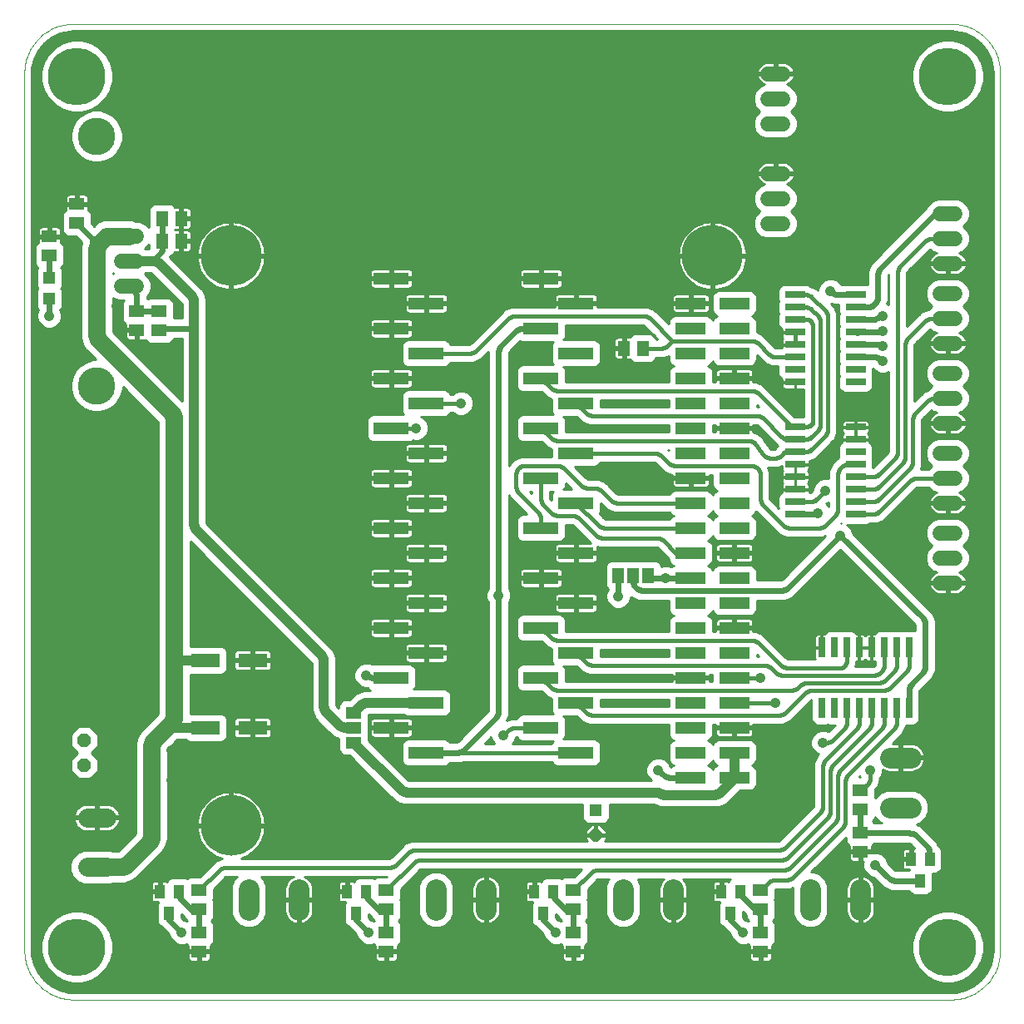
<source format=gtl>
G75*
%MOIN*%
%OFA0B0*%
%FSLAX24Y24*%
%IPPOS*%
%LPD*%
%AMOC8*
5,1,8,0,0,1.08239X$1,22.5*
%
%ADD10C,0.0000*%
%ADD11R,0.1181X0.0551*%
%ADD12R,0.0591X0.0512*%
%ADD13R,0.0472X0.0472*%
%ADD14C,0.2300*%
%ADD15R,0.0512X0.0591*%
%ADD16C,0.0780*%
%ADD17R,0.0394X0.0551*%
%ADD18C,0.0825*%
%ADD19R,0.0800X0.0260*%
%ADD20C,0.0600*%
%ADD21OC8,0.0520*%
%ADD22C,0.2441*%
%ADD23R,0.1200X0.0450*%
%ADD24R,0.0515X0.0515*%
%ADD25OC8,0.0515*%
%ADD26C,0.1500*%
%ADD27R,0.1400X0.0500*%
%ADD28R,0.0260X0.0800*%
%ADD29R,0.0460X0.0630*%
%ADD30R,0.0630X0.0460*%
%ADD31C,0.0240*%
%ADD32C,0.0413*%
%ADD33C,0.0400*%
%ADD34C,0.0160*%
%ADD35C,0.0100*%
%ADD36C,0.0317*%
%ADD37C,0.0700*%
D10*
X000100Y002000D02*
X000100Y037231D01*
X000102Y037317D01*
X000107Y037403D01*
X000117Y037488D01*
X000130Y037573D01*
X000147Y037657D01*
X000167Y037741D01*
X000191Y037823D01*
X000219Y037904D01*
X000250Y037985D01*
X000284Y038063D01*
X000322Y038140D01*
X000364Y038216D01*
X000408Y038289D01*
X000456Y038360D01*
X000507Y038430D01*
X000561Y038497D01*
X000617Y038561D01*
X000677Y038623D01*
X000739Y038683D01*
X000803Y038739D01*
X000870Y038793D01*
X000940Y038844D01*
X001011Y038892D01*
X001085Y038936D01*
X001160Y038978D01*
X001237Y039016D01*
X001315Y039050D01*
X001396Y039081D01*
X001477Y039109D01*
X001559Y039133D01*
X001643Y039153D01*
X001727Y039170D01*
X001812Y039183D01*
X001897Y039193D01*
X001983Y039198D01*
X002069Y039200D01*
X037231Y039200D01*
X037317Y039198D01*
X037403Y039193D01*
X037488Y039183D01*
X037573Y039170D01*
X037657Y039153D01*
X037741Y039133D01*
X037823Y039109D01*
X037904Y039081D01*
X037985Y039050D01*
X038063Y039016D01*
X038140Y038978D01*
X038216Y038936D01*
X038289Y038892D01*
X038360Y038844D01*
X038430Y038793D01*
X038497Y038739D01*
X038561Y038683D01*
X038623Y038623D01*
X038683Y038561D01*
X038739Y038497D01*
X038793Y038430D01*
X038844Y038360D01*
X038892Y038289D01*
X038936Y038216D01*
X038978Y038140D01*
X039016Y038063D01*
X039050Y037985D01*
X039081Y037904D01*
X039109Y037823D01*
X039133Y037741D01*
X039153Y037657D01*
X039170Y037573D01*
X039183Y037488D01*
X039193Y037403D01*
X039198Y037317D01*
X039200Y037231D01*
X039200Y002069D01*
X039198Y001983D01*
X039193Y001897D01*
X039183Y001812D01*
X039170Y001727D01*
X039153Y001643D01*
X039133Y001559D01*
X039109Y001477D01*
X039081Y001396D01*
X039050Y001315D01*
X039016Y001237D01*
X038978Y001160D01*
X038936Y001084D01*
X038892Y001011D01*
X038844Y000940D01*
X038793Y000870D01*
X038739Y000803D01*
X038683Y000739D01*
X038623Y000677D01*
X038561Y000617D01*
X038497Y000561D01*
X038430Y000507D01*
X038360Y000456D01*
X038289Y000408D01*
X038216Y000364D01*
X038140Y000322D01*
X038063Y000284D01*
X037985Y000250D01*
X037904Y000219D01*
X037823Y000191D01*
X037741Y000167D01*
X037657Y000147D01*
X037573Y000130D01*
X037488Y000117D01*
X037403Y000107D01*
X037317Y000102D01*
X037231Y000100D01*
X002069Y000100D01*
X001983Y000102D01*
X001897Y000107D01*
X001812Y000117D01*
X001727Y000130D01*
X001643Y000147D01*
X001559Y000167D01*
X001477Y000191D01*
X001396Y000219D01*
X001315Y000250D01*
X001237Y000284D01*
X001160Y000322D01*
X001084Y000364D01*
X001011Y000408D01*
X000940Y000456D01*
X000870Y000507D01*
X000803Y000561D01*
X000739Y000617D01*
X000677Y000677D01*
X000617Y000739D01*
X000561Y000803D01*
X000507Y000870D01*
X000456Y000940D01*
X000408Y001011D01*
X000364Y001085D01*
X000322Y001160D01*
X000284Y001237D01*
X000250Y001315D01*
X000219Y001396D01*
X000191Y001477D01*
X000167Y001559D01*
X000147Y001643D01*
X000130Y001727D01*
X000117Y001812D01*
X000107Y001897D01*
X000102Y001983D01*
X000100Y002069D01*
D11*
X007355Y011000D03*
X009245Y011000D03*
X009245Y013700D03*
X007355Y013700D03*
D12*
X007100Y004474D03*
X007100Y003726D03*
X007100Y002774D03*
X007100Y002026D03*
X014600Y002026D03*
X014600Y002774D03*
X014600Y003726D03*
X014600Y004474D03*
X022100Y004474D03*
X022100Y003726D03*
X022100Y002774D03*
X022100Y002026D03*
X029600Y002026D03*
X029600Y002774D03*
X029600Y003726D03*
X029600Y004474D03*
X033600Y006026D03*
X033600Y006774D03*
X033600Y007726D03*
X033600Y008474D03*
X005500Y026926D03*
X005500Y027674D03*
X004600Y027674D03*
X004600Y026926D03*
X001100Y029926D03*
X001100Y030674D03*
X002200Y031226D03*
X002200Y031974D03*
D13*
X001100Y029013D03*
X001100Y028187D03*
D14*
X002200Y037100D03*
X037100Y037100D03*
X037100Y002200D03*
X002200Y002200D03*
D15*
X024126Y026200D03*
X024874Y026200D03*
X006374Y030500D03*
X005626Y030500D03*
X005626Y031400D03*
X006374Y031400D03*
D16*
X003390Y007390D02*
X002610Y007390D01*
X002610Y005410D02*
X003390Y005410D01*
D17*
X005526Y004433D03*
X006274Y004433D03*
X005900Y003567D03*
X013026Y004433D03*
X013774Y004433D03*
X013400Y003567D03*
X020526Y004433D03*
X021274Y004433D03*
X020900Y003567D03*
X028026Y004433D03*
X028774Y004433D03*
X028400Y003567D03*
X035626Y005733D03*
X036374Y005733D03*
X036000Y004867D03*
D18*
X033600Y004513D02*
X033600Y003688D01*
X031600Y003688D02*
X031600Y004513D01*
X034788Y007800D02*
X035613Y007800D01*
X035613Y009800D02*
X034788Y009800D01*
X026100Y004513D02*
X026100Y003688D01*
X024100Y003688D02*
X024100Y004513D01*
X018600Y004513D02*
X018600Y003688D01*
X016600Y003688D02*
X016600Y004513D01*
X011100Y004513D02*
X011100Y003688D01*
X009100Y003688D02*
X009100Y004513D01*
D19*
X030990Y019550D03*
X030990Y020050D03*
X030990Y020550D03*
X030990Y021050D03*
X030990Y021550D03*
X030990Y022050D03*
X030990Y022550D03*
X030990Y023050D03*
X030990Y024850D03*
X030990Y025350D03*
X030990Y025850D03*
X030990Y026350D03*
X030990Y026850D03*
X030990Y027350D03*
X030990Y027850D03*
X030990Y028350D03*
X033410Y028350D03*
X033410Y027850D03*
X033410Y027350D03*
X033410Y026850D03*
X033410Y026350D03*
X033410Y025850D03*
X033410Y025350D03*
X033410Y024850D03*
X033410Y023050D03*
X033410Y022550D03*
X033410Y022050D03*
X033410Y021550D03*
X033410Y021050D03*
X033410Y020550D03*
X033410Y020050D03*
X033410Y019550D03*
D20*
X036800Y020000D02*
X037400Y020000D01*
X037400Y021000D02*
X036800Y021000D01*
X036800Y022000D02*
X037400Y022000D01*
X037400Y023200D02*
X036800Y023200D01*
X036800Y024200D02*
X037400Y024200D01*
X037400Y025200D02*
X036800Y025200D01*
X036800Y026400D02*
X037400Y026400D01*
X037400Y027400D02*
X036800Y027400D01*
X036800Y028400D02*
X037400Y028400D01*
X037400Y029600D02*
X036800Y029600D01*
X036800Y030600D02*
X037400Y030600D01*
X037400Y031600D02*
X036800Y031600D01*
X030500Y031200D02*
X029900Y031200D01*
X029900Y032200D02*
X030500Y032200D01*
X030500Y033200D02*
X029900Y033200D01*
X029900Y035200D02*
X030500Y035200D01*
X030500Y036200D02*
X029900Y036200D01*
X029900Y037200D02*
X030500Y037200D01*
X036800Y018800D02*
X037400Y018800D01*
X037400Y017800D02*
X036800Y017800D01*
X036800Y016800D02*
X037400Y016800D01*
X004600Y028700D02*
X004000Y028700D01*
X004000Y029700D02*
X004600Y029700D01*
X004600Y030700D02*
X004000Y030700D01*
D21*
X002500Y010500D03*
X002500Y009500D03*
D22*
X008378Y007078D03*
X008378Y029913D03*
X027669Y029913D03*
D23*
X026800Y028000D03*
X026800Y027000D03*
X026800Y026000D03*
X026800Y025000D03*
X026800Y024000D03*
X026800Y023000D03*
X026800Y022000D03*
X026800Y021000D03*
X026800Y020000D03*
X026800Y019000D03*
X026800Y018000D03*
X026800Y017000D03*
X026800Y016000D03*
X026800Y015000D03*
X026800Y014000D03*
X026800Y013000D03*
X026800Y012000D03*
X026800Y011000D03*
X026800Y010000D03*
X026800Y009000D03*
X028550Y009000D03*
X028550Y010000D03*
X028550Y011000D03*
X028550Y012000D03*
X028550Y013000D03*
X028550Y014000D03*
X028550Y015000D03*
X028550Y016000D03*
X028550Y017000D03*
X028550Y018000D03*
X028550Y019000D03*
X028550Y020000D03*
X028550Y021000D03*
X028550Y022000D03*
X028550Y023000D03*
X028550Y024000D03*
X028550Y025000D03*
X028550Y026000D03*
X028550Y027000D03*
X028550Y028000D03*
D24*
X023000Y007700D03*
D25*
X023000Y006700D03*
D26*
X003000Y024700D03*
X003000Y034700D03*
D27*
X014800Y029000D03*
X016200Y028000D03*
X014800Y027000D03*
X016200Y026000D03*
X014800Y025000D03*
X016200Y024000D03*
X014800Y023000D03*
X016200Y022000D03*
X014800Y021000D03*
X016200Y020000D03*
X014800Y019000D03*
X016200Y018000D03*
X014800Y017000D03*
X016200Y016000D03*
X014800Y015000D03*
X016200Y014000D03*
X014800Y013000D03*
X016200Y012000D03*
X014800Y011000D03*
X016200Y010000D03*
X020800Y011000D03*
X022200Y010000D03*
X022200Y012000D03*
X020800Y013000D03*
X022200Y014000D03*
X020800Y015000D03*
X022200Y016000D03*
X020800Y017000D03*
X022200Y018000D03*
X020800Y019000D03*
X022200Y020000D03*
X020800Y021000D03*
X022200Y022000D03*
X020800Y023000D03*
X022200Y024000D03*
X020800Y025000D03*
X022200Y026000D03*
X020800Y027000D03*
X022200Y028000D03*
X020800Y029000D03*
D28*
X032050Y014210D03*
X032550Y014210D03*
X033050Y014210D03*
X033550Y014210D03*
X034050Y014210D03*
X034550Y014210D03*
X035050Y014210D03*
X035550Y014210D03*
X035550Y011790D03*
X035050Y011790D03*
X034550Y011790D03*
X034050Y011790D03*
X033550Y011790D03*
X033050Y011790D03*
X032550Y011790D03*
X032050Y011790D03*
D29*
X025100Y017100D03*
X024500Y017100D03*
X023900Y017100D03*
D30*
X013300Y011600D03*
X013300Y011000D03*
X013300Y010400D03*
D31*
X014041Y013000D02*
X014800Y013000D01*
X014041Y013000D02*
X014008Y013002D01*
X013974Y013007D01*
X013942Y013015D01*
X013911Y013026D01*
X013880Y013040D01*
X013852Y013057D01*
X013825Y013077D01*
X013800Y013100D01*
X016200Y010000D02*
X017437Y010000D01*
X017715Y010115D02*
X018985Y011385D01*
X019100Y011663D02*
X019100Y016300D01*
X019100Y026037D01*
X019215Y026315D02*
X019785Y026885D01*
X020063Y027000D02*
X020800Y027000D01*
X020063Y027000D02*
X020024Y026998D01*
X019986Y026992D01*
X019949Y026983D01*
X019912Y026970D01*
X019877Y026953D01*
X019844Y026934D01*
X019813Y026911D01*
X019784Y026885D01*
X019215Y026316D02*
X019189Y026287D01*
X019166Y026256D01*
X019147Y026223D01*
X019130Y026188D01*
X019117Y026151D01*
X019108Y026114D01*
X019102Y026076D01*
X019100Y026037D01*
X023900Y017100D02*
X023900Y016263D01*
X024500Y016820D02*
X024500Y017100D01*
X024500Y016820D02*
X024502Y016788D01*
X024507Y016756D01*
X024516Y016725D01*
X024529Y016695D01*
X024544Y016666D01*
X024563Y016640D01*
X024585Y016616D01*
X024863Y016500D02*
X030437Y016500D01*
X030715Y016615D02*
X032800Y018700D01*
X036085Y015415D01*
X036200Y015137D02*
X036200Y013463D01*
X036085Y013185D02*
X035665Y012765D01*
X035550Y012487D02*
X035550Y011790D01*
X035550Y012487D02*
X035552Y012526D01*
X035558Y012564D01*
X035567Y012601D01*
X035580Y012638D01*
X035597Y012673D01*
X035616Y012706D01*
X035639Y012737D01*
X035665Y012766D01*
X036085Y013184D02*
X036111Y013213D01*
X036134Y013244D01*
X036153Y013277D01*
X036170Y013312D01*
X036183Y013349D01*
X036192Y013386D01*
X036198Y013424D01*
X036200Y013463D01*
X036200Y015137D02*
X036198Y015176D01*
X036192Y015214D01*
X036183Y015251D01*
X036170Y015288D01*
X036153Y015323D01*
X036134Y015356D01*
X036111Y015387D01*
X036085Y015416D01*
X031900Y019600D02*
X031850Y019550D01*
X030990Y019550D01*
X030716Y016615D02*
X030687Y016589D01*
X030656Y016566D01*
X030623Y016547D01*
X030588Y016530D01*
X030551Y016517D01*
X030514Y016508D01*
X030476Y016502D01*
X030437Y016500D01*
X026800Y017000D02*
X025800Y017000D01*
X025200Y017000D01*
X025100Y017100D01*
X024863Y016500D02*
X024824Y016502D01*
X024786Y016508D01*
X024749Y016517D01*
X024712Y016530D01*
X024677Y016547D01*
X024644Y016566D01*
X024613Y016589D01*
X024584Y016615D01*
X019100Y011663D02*
X019098Y011624D01*
X019092Y011586D01*
X019083Y011549D01*
X019070Y011512D01*
X019053Y011477D01*
X019034Y011444D01*
X019011Y011413D01*
X018985Y011384D01*
X017716Y010115D02*
X017687Y010089D01*
X017656Y010066D01*
X017623Y010047D01*
X017588Y010030D01*
X017551Y010017D01*
X017514Y010008D01*
X017476Y010002D01*
X017437Y010000D01*
X013774Y004433D02*
X013774Y004226D01*
X014300Y003700D01*
X014574Y003700D01*
X014600Y003726D01*
X014600Y002774D01*
X013900Y002800D02*
X013400Y003300D01*
X013400Y003567D01*
X007100Y003726D02*
X007100Y002774D01*
X006400Y002800D02*
X005900Y003300D01*
X005900Y003567D01*
X006274Y004226D02*
X006274Y004433D01*
X006274Y004226D02*
X006800Y003700D01*
X007074Y003700D01*
X007100Y003726D01*
X020900Y003567D02*
X020900Y003300D01*
X021400Y002800D01*
X022100Y002774D02*
X022100Y003674D01*
X022074Y003700D01*
X021800Y003700D01*
X021274Y004226D01*
X021274Y004433D01*
X022074Y003700D02*
X022100Y003726D01*
X025685Y009115D02*
X025500Y009300D01*
X025684Y009115D02*
X025713Y009089D01*
X025744Y009066D01*
X025777Y009047D01*
X025812Y009030D01*
X025849Y009017D01*
X025886Y009008D01*
X025924Y009002D01*
X025963Y009000D01*
X026800Y009000D01*
X028774Y004433D02*
X028774Y004326D01*
X029400Y003700D01*
X029600Y003500D01*
X029600Y002774D01*
X028900Y002800D02*
X028400Y003300D01*
X028400Y003567D01*
X029400Y003700D02*
X029426Y003726D01*
X029600Y003726D01*
X033600Y006774D02*
X033600Y007726D01*
X033600Y006774D02*
X035563Y006774D01*
X035841Y006659D02*
X036259Y006241D01*
X036374Y005963D02*
X036374Y005733D01*
X036374Y005963D02*
X036372Y006002D01*
X036366Y006040D01*
X036357Y006077D01*
X036344Y006114D01*
X036327Y006149D01*
X036308Y006182D01*
X036285Y006213D01*
X036259Y006242D01*
X035842Y006659D02*
X035813Y006685D01*
X035782Y006708D01*
X035749Y006727D01*
X035714Y006744D01*
X035677Y006757D01*
X035640Y006766D01*
X035602Y006772D01*
X035563Y006774D01*
X034717Y004982D02*
X034746Y004956D01*
X034777Y004933D01*
X034810Y004914D01*
X034845Y004897D01*
X034882Y004884D01*
X034919Y004875D01*
X034957Y004869D01*
X034996Y004867D01*
X036000Y004867D01*
X034718Y004982D02*
X034200Y005500D01*
X034344Y025794D02*
X034312Y025811D01*
X034280Y025825D01*
X034246Y025836D01*
X034212Y025844D01*
X034176Y025848D01*
X034141Y025850D01*
X033410Y025850D01*
X033410Y026350D02*
X034450Y026350D01*
X034500Y026300D01*
X034450Y026850D02*
X033410Y026850D01*
X033410Y027350D02*
X034069Y027350D01*
X034224Y027382D02*
X034500Y027500D01*
X034224Y027382D02*
X034194Y027370D01*
X034164Y027362D01*
X034133Y027355D01*
X034101Y027351D01*
X034069Y027350D01*
X033887Y027850D02*
X033410Y027850D01*
X033887Y027850D02*
X033926Y027852D01*
X033964Y027858D01*
X034001Y027867D01*
X034038Y027880D01*
X034073Y027897D01*
X034106Y027916D01*
X034137Y027939D01*
X034166Y027965D01*
X034165Y027965D02*
X034185Y027985D01*
X034300Y028263D02*
X034300Y029137D01*
X034415Y029415D02*
X036600Y031600D01*
X037100Y031600D01*
X034415Y029416D02*
X034389Y029387D01*
X034366Y029356D01*
X034347Y029323D01*
X034330Y029288D01*
X034317Y029251D01*
X034308Y029214D01*
X034302Y029176D01*
X034300Y029137D01*
X033410Y028350D02*
X032713Y028350D01*
X032435Y028465D02*
X032400Y028500D01*
X032434Y028465D02*
X032463Y028439D01*
X032494Y028416D01*
X032527Y028397D01*
X032562Y028380D01*
X032599Y028367D01*
X032636Y028358D01*
X032674Y028352D01*
X032713Y028350D01*
X034185Y027984D02*
X034211Y028013D01*
X034234Y028044D01*
X034253Y028077D01*
X034270Y028112D01*
X034283Y028149D01*
X034292Y028186D01*
X034298Y028224D01*
X034300Y028263D01*
X034500Y026900D02*
X034450Y026850D01*
X034344Y025794D02*
X034500Y025700D01*
X006900Y027000D02*
X005679Y027000D01*
X005651Y026998D01*
X005623Y026994D01*
X005595Y026986D01*
X005569Y026975D01*
X005544Y026961D01*
X005521Y026945D01*
X005500Y026926D01*
X005500Y027674D02*
X004600Y027674D01*
X004600Y028237D01*
X004485Y028515D02*
X004300Y028700D01*
X004485Y028516D02*
X004511Y028487D01*
X004534Y028456D01*
X004553Y028423D01*
X004570Y028388D01*
X004583Y028351D01*
X004592Y028314D01*
X004598Y028276D01*
X004600Y028237D01*
X005237Y029700D02*
X005511Y029974D01*
X005626Y030252D02*
X005626Y030500D01*
X005626Y031400D01*
X005626Y030252D02*
X005624Y030213D01*
X005618Y030175D01*
X005609Y030138D01*
X005596Y030101D01*
X005579Y030066D01*
X005560Y030033D01*
X005537Y030002D01*
X005511Y029973D01*
X002937Y030489D02*
X002200Y031226D01*
X001100Y029926D02*
X001100Y029013D01*
X001100Y028187D02*
X001100Y027500D01*
D32*
X001100Y027500D03*
X002200Y027900D03*
X003800Y027900D03*
X005400Y028600D03*
X006700Y029700D03*
X007200Y031100D03*
X007200Y031800D03*
X006100Y032200D03*
X004100Y033800D03*
X002800Y032600D03*
X001000Y031900D03*
X001100Y035100D03*
X004100Y038100D03*
X006600Y038100D03*
X009600Y038100D03*
X012100Y038100D03*
X015100Y038100D03*
X017600Y038100D03*
X020100Y038100D03*
X022600Y038100D03*
X025100Y038100D03*
X027600Y038100D03*
X026800Y034900D03*
X028000Y033600D03*
X024400Y030200D03*
X023300Y031400D03*
X020200Y033900D03*
X019600Y029000D03*
X020600Y026000D03*
X022500Y025200D03*
X025400Y025300D03*
X023600Y028200D03*
X026400Y028800D03*
X028700Y028700D03*
X030100Y028900D03*
X030100Y026700D03*
X032400Y028500D03*
X033400Y030600D03*
X034500Y027500D03*
X034500Y026900D03*
X034500Y026300D03*
X034500Y025700D03*
X034400Y024700D03*
X033200Y023900D03*
X034400Y022300D03*
X032200Y020500D03*
X031900Y019600D03*
X032800Y018700D03*
X033900Y018800D03*
X032800Y017500D03*
X030600Y017900D03*
X030400Y014700D03*
X029600Y013000D03*
X030200Y012000D03*
X029700Y010800D03*
X031400Y011500D03*
X032100Y010400D03*
X034000Y009300D03*
X031400Y008000D03*
X030100Y006800D03*
X026400Y006800D03*
X025500Y009300D03*
X024700Y010800D03*
X023400Y009300D03*
X022200Y010900D03*
X020500Y012000D03*
X019300Y010700D03*
X017500Y009300D03*
X016700Y011000D03*
X018200Y012900D03*
X020500Y014000D03*
X022100Y013100D03*
X024600Y015400D03*
X023900Y016263D03*
X022200Y017000D03*
X020800Y018000D03*
X019700Y019700D03*
X018200Y020900D03*
X016300Y021100D03*
X014600Y022000D03*
X015800Y023000D03*
X017600Y024000D03*
X018300Y023900D03*
X016500Y025100D03*
X014600Y026000D03*
X016400Y029100D03*
X015100Y033800D03*
X009600Y033800D03*
X007600Y026800D03*
X005600Y025600D03*
X004300Y023900D03*
X005100Y021100D03*
X007600Y020100D03*
X007100Y017400D03*
X005100Y016100D03*
X001100Y016100D03*
X001100Y013600D03*
X001100Y011100D03*
X004400Y008900D03*
X006000Y008900D03*
X006000Y010100D03*
X005000Y011600D03*
X007000Y012400D03*
X009200Y012800D03*
X009200Y011900D03*
X010500Y012700D03*
X010300Y013400D03*
X009300Y015500D03*
X010500Y016600D03*
X012800Y014300D03*
X013800Y013100D03*
X016400Y015000D03*
X014600Y016000D03*
X014600Y018000D03*
X016300Y019000D03*
X018200Y017000D03*
X019100Y016300D03*
X019700Y015600D03*
X025300Y018000D03*
X025800Y017000D03*
X025500Y020800D03*
X023300Y021300D03*
X020400Y022100D03*
X030100Y022300D03*
X031000Y024100D03*
X038100Y032600D03*
X038100Y035100D03*
X035100Y038100D03*
X032600Y038100D03*
X007600Y023400D03*
X001100Y023600D03*
X001100Y021100D03*
X001100Y018600D03*
X001100Y026200D03*
X010300Y010600D03*
X011700Y010100D03*
X010300Y008900D03*
X011800Y006100D03*
X015400Y006800D03*
X013900Y002800D03*
X019800Y006800D03*
X021400Y002800D03*
X028900Y002800D03*
X034200Y005500D03*
X038100Y004600D03*
X038100Y007100D03*
X038100Y009600D03*
X038100Y012100D03*
X036300Y012100D03*
X038100Y014600D03*
X035100Y015300D03*
X006400Y002800D03*
X005100Y005100D03*
X006100Y005900D03*
X003100Y004100D03*
X001100Y004100D03*
D33*
X005800Y011000D02*
X007355Y011000D01*
X007355Y013700D02*
X006100Y013700D01*
X007015Y018885D02*
X011985Y013915D01*
X012100Y013637D02*
X012100Y011863D01*
X012215Y011585D02*
X012685Y011115D01*
X012963Y011000D02*
X013300Y011000D01*
X012963Y011000D02*
X012924Y011002D01*
X012886Y011008D01*
X012849Y011017D01*
X012812Y011030D01*
X012777Y011047D01*
X012744Y011066D01*
X012713Y011089D01*
X012684Y011115D01*
X013300Y011600D02*
X013585Y011885D01*
X013863Y012000D02*
X016200Y012000D01*
X013863Y012000D02*
X013824Y011998D01*
X013786Y011992D01*
X013749Y011983D01*
X013712Y011970D01*
X013677Y011953D01*
X013644Y011934D01*
X013613Y011911D01*
X013584Y011885D01*
X012215Y011584D02*
X012189Y011613D01*
X012166Y011644D01*
X012147Y011677D01*
X012130Y011712D01*
X012117Y011749D01*
X012108Y011786D01*
X012102Y011824D01*
X012100Y011863D01*
X012100Y013637D02*
X012098Y013676D01*
X012092Y013714D01*
X012083Y013751D01*
X012070Y013788D01*
X012053Y013823D01*
X012034Y013856D01*
X012011Y013887D01*
X011985Y013916D01*
X013300Y010400D02*
X015185Y008515D01*
X015463Y008400D02*
X025500Y008400D01*
X025741Y008300D02*
X027737Y008300D01*
X028015Y008415D02*
X028550Y008950D01*
X028550Y009000D01*
X028550Y010000D01*
X028016Y008415D02*
X027987Y008389D01*
X027956Y008366D01*
X027923Y008347D01*
X027888Y008330D01*
X027851Y008317D01*
X027814Y008308D01*
X027776Y008302D01*
X027737Y008300D01*
X025741Y008300D02*
X025708Y008302D01*
X025674Y008307D01*
X025642Y008315D01*
X025611Y008326D01*
X025580Y008340D01*
X025552Y008357D01*
X025525Y008377D01*
X025500Y008400D01*
X015463Y008400D02*
X015424Y008402D01*
X015386Y008408D01*
X015349Y008417D01*
X015312Y008430D01*
X015277Y008447D01*
X015244Y008466D01*
X015213Y008489D01*
X015184Y008515D01*
X007015Y018884D02*
X006989Y018913D01*
X006966Y018944D01*
X006947Y018977D01*
X006930Y019012D01*
X006917Y019049D01*
X006908Y019086D01*
X006902Y019124D01*
X006900Y019163D01*
X006900Y027000D01*
X006900Y028037D01*
X006785Y028315D02*
X005515Y029585D01*
X005237Y029700D02*
X004300Y029700D01*
X005237Y029700D02*
X005276Y029698D01*
X005314Y029692D01*
X005351Y029683D01*
X005388Y029670D01*
X005423Y029653D01*
X005456Y029634D01*
X005487Y029611D01*
X005516Y029585D01*
X006785Y028316D02*
X006811Y028287D01*
X006834Y028256D01*
X006853Y028223D01*
X006870Y028188D01*
X006883Y028151D01*
X006892Y028114D01*
X006898Y028076D01*
X006900Y028037D01*
X003115Y030415D02*
X003087Y030417D01*
X003059Y030421D01*
X003031Y030429D01*
X003005Y030440D01*
X002980Y030454D01*
X002957Y030470D01*
X002936Y030489D01*
D34*
X014800Y023000D02*
X015800Y023000D01*
X016200Y024000D02*
X017600Y024000D01*
X017937Y026000D02*
X016200Y026000D01*
X017937Y026000D02*
X017976Y026002D01*
X018014Y026008D01*
X018051Y026017D01*
X018088Y026030D01*
X018123Y026047D01*
X018156Y026066D01*
X018187Y026089D01*
X018216Y026115D01*
X018215Y026115D02*
X019485Y027385D01*
X019763Y027500D02*
X024900Y027500D01*
X025178Y027385D02*
X026063Y026500D01*
X025878Y026315D01*
X026063Y026500D02*
X029237Y026500D01*
X029515Y026385D02*
X029935Y025965D01*
X030213Y025850D02*
X030990Y025850D01*
X030990Y026350D02*
X030990Y026850D01*
X031700Y027037D02*
X031698Y027076D01*
X031692Y027114D01*
X031683Y027151D01*
X031670Y027188D01*
X031653Y027223D01*
X031634Y027256D01*
X031611Y027287D01*
X031585Y027316D01*
X031885Y027516D02*
X031911Y027487D01*
X031934Y027456D01*
X031953Y027423D01*
X031970Y027388D01*
X031983Y027351D01*
X031992Y027314D01*
X031998Y027276D01*
X032000Y027237D01*
X032000Y023163D01*
X032300Y022963D02*
X032298Y022924D01*
X032292Y022886D01*
X032283Y022849D01*
X032270Y022812D01*
X032253Y022777D01*
X032234Y022744D01*
X032211Y022713D01*
X032185Y022684D01*
X032185Y022685D02*
X031665Y022165D01*
X031387Y022050D02*
X030990Y022050D01*
X030619Y022050D01*
X030598Y022048D01*
X030578Y022043D01*
X030559Y022034D01*
X030542Y022023D01*
X030527Y022008D01*
X030515Y021991D01*
X030177Y021800D02*
X030003Y021800D01*
X029682Y021965D02*
X029418Y022335D01*
X029097Y022500D02*
X021463Y022500D01*
X021185Y022615D02*
X020800Y023000D01*
X021184Y022615D02*
X021213Y022589D01*
X021244Y022566D01*
X021277Y022547D01*
X021312Y022530D01*
X021349Y022517D01*
X021386Y022508D01*
X021424Y022502D01*
X021463Y022500D01*
X022200Y022000D02*
X025337Y022000D01*
X025615Y021885D02*
X025885Y021615D01*
X026163Y021500D02*
X029206Y021500D01*
X029245Y021498D01*
X029283Y021492D01*
X029320Y021483D01*
X029357Y021470D01*
X029392Y021453D01*
X029425Y021434D01*
X029456Y021411D01*
X029485Y021385D01*
X029511Y021356D01*
X029534Y021325D01*
X029553Y021292D01*
X029570Y021257D01*
X029583Y021220D01*
X029592Y021183D01*
X029598Y021145D01*
X029600Y021106D01*
X029600Y020163D01*
X029715Y019885D02*
X030485Y019115D01*
X030763Y019000D02*
X031937Y019000D01*
X032215Y019115D02*
X032585Y019485D01*
X032700Y019763D02*
X032700Y021137D01*
X032815Y021415D02*
X032835Y021435D01*
X033113Y021550D02*
X033410Y021550D01*
X033113Y021550D02*
X033074Y021548D01*
X033036Y021542D01*
X032999Y021533D01*
X032962Y021520D01*
X032927Y021503D01*
X032894Y021484D01*
X032863Y021461D01*
X032834Y021435D01*
X032815Y021416D02*
X032789Y021387D01*
X032766Y021356D01*
X032747Y021323D01*
X032730Y021288D01*
X032717Y021251D01*
X032708Y021214D01*
X032702Y021176D01*
X032700Y021137D01*
X033410Y021050D02*
X034087Y021050D01*
X034366Y020665D02*
X034337Y020639D01*
X034306Y020616D01*
X034273Y020597D01*
X034238Y020580D01*
X034201Y020567D01*
X034164Y020558D01*
X034126Y020552D01*
X034087Y020550D01*
X033410Y020550D01*
X033410Y020050D02*
X034087Y020050D01*
X034366Y019665D02*
X034337Y019639D01*
X034306Y019616D01*
X034273Y019597D01*
X034238Y019580D01*
X034201Y019567D01*
X034164Y019558D01*
X034126Y019552D01*
X034087Y019550D01*
X033410Y019550D01*
X034365Y019665D02*
X035585Y020885D01*
X035863Y021000D02*
X037100Y021000D01*
X035863Y021000D02*
X035824Y020998D01*
X035786Y020992D01*
X035749Y020983D01*
X035712Y020970D01*
X035677Y020953D01*
X035644Y020934D01*
X035613Y020911D01*
X035584Y020885D01*
X035585Y021385D02*
X034365Y020165D01*
X034366Y020165D02*
X034337Y020139D01*
X034306Y020116D01*
X034273Y020097D01*
X034238Y020080D01*
X034201Y020067D01*
X034164Y020058D01*
X034126Y020052D01*
X034087Y020050D01*
X034365Y020665D02*
X035285Y021585D01*
X035585Y021384D02*
X035611Y021413D01*
X035634Y021444D01*
X035653Y021477D01*
X035670Y021512D01*
X035683Y021549D01*
X035692Y021586D01*
X035698Y021624D01*
X035700Y021663D01*
X035700Y023337D01*
X035815Y023615D02*
X036285Y024085D01*
X036563Y024200D02*
X037100Y024200D01*
X036563Y024200D02*
X036524Y024198D01*
X036486Y024192D01*
X036449Y024183D01*
X036412Y024170D01*
X036377Y024153D01*
X036344Y024134D01*
X036313Y024111D01*
X036284Y024085D01*
X035815Y023616D02*
X035789Y023587D01*
X035766Y023556D01*
X035747Y023523D01*
X035730Y023488D01*
X035717Y023451D01*
X035708Y023414D01*
X035702Y023376D01*
X035700Y023337D01*
X035100Y022063D02*
X035100Y029237D01*
X035215Y029515D02*
X036185Y030485D01*
X036463Y030600D02*
X037100Y030600D01*
X036463Y030600D02*
X036424Y030598D01*
X036386Y030592D01*
X036349Y030583D01*
X036312Y030570D01*
X036277Y030553D01*
X036244Y030534D01*
X036213Y030511D01*
X036184Y030485D01*
X035215Y029516D02*
X035189Y029487D01*
X035166Y029456D01*
X035147Y029423D01*
X035130Y029388D01*
X035117Y029351D01*
X035108Y029314D01*
X035102Y029276D01*
X035100Y029237D01*
X036185Y027285D02*
X035515Y026615D01*
X035400Y026337D02*
X035400Y021863D01*
X035398Y021824D01*
X035392Y021786D01*
X035383Y021749D01*
X035370Y021712D01*
X035353Y021677D01*
X035334Y021644D01*
X035311Y021613D01*
X035285Y021584D01*
X034985Y021785D02*
X034365Y021165D01*
X034366Y021165D02*
X034337Y021139D01*
X034306Y021116D01*
X034273Y021097D01*
X034238Y021080D01*
X034201Y021067D01*
X034164Y021058D01*
X034126Y021052D01*
X034087Y021050D01*
X034985Y021784D02*
X035011Y021813D01*
X035034Y021844D01*
X035053Y021877D01*
X035070Y021912D01*
X035083Y021949D01*
X035092Y021986D01*
X035098Y022024D01*
X035100Y022063D01*
X032300Y022963D02*
X032300Y027437D01*
X032185Y027715D02*
X031665Y028235D01*
X031387Y028350D02*
X030990Y028350D01*
X031387Y028350D02*
X031426Y028348D01*
X031464Y028342D01*
X031501Y028333D01*
X031538Y028320D01*
X031573Y028303D01*
X031606Y028284D01*
X031637Y028261D01*
X031666Y028235D01*
X031387Y027850D02*
X030990Y027850D01*
X030990Y027350D02*
X031501Y027350D01*
X031519Y027349D01*
X031537Y027344D01*
X031555Y027337D01*
X031570Y027327D01*
X031584Y027315D01*
X031666Y027735D02*
X031637Y027761D01*
X031606Y027784D01*
X031573Y027803D01*
X031538Y027820D01*
X031501Y027833D01*
X031464Y027842D01*
X031426Y027848D01*
X031387Y027850D01*
X031665Y027735D02*
X031885Y027515D01*
X032185Y027716D02*
X032211Y027687D01*
X032234Y027656D01*
X032253Y027623D01*
X032270Y027588D01*
X032283Y027551D01*
X032292Y027514D01*
X032298Y027476D01*
X032300Y027437D01*
X031700Y027037D02*
X031700Y023249D01*
X031699Y023231D01*
X031694Y023213D01*
X031687Y023195D01*
X031677Y023180D01*
X031665Y023166D01*
X032000Y023163D02*
X031998Y023124D01*
X031992Y023086D01*
X031983Y023049D01*
X031970Y023012D01*
X031953Y022977D01*
X031934Y022944D01*
X031911Y022913D01*
X031885Y022884D01*
X031885Y022885D02*
X031665Y022665D01*
X031387Y022550D02*
X030990Y022550D01*
X030713Y022550D01*
X030435Y022665D02*
X029715Y023385D01*
X029437Y023500D02*
X022863Y023500D01*
X022585Y023615D02*
X022200Y024000D01*
X021463Y024500D02*
X029237Y024500D01*
X029515Y024385D02*
X030850Y023050D01*
X030990Y023050D01*
X031387Y023050D01*
X031666Y022665D02*
X031637Y022639D01*
X031606Y022616D01*
X031573Y022597D01*
X031538Y022580D01*
X031501Y022567D01*
X031464Y022558D01*
X031426Y022552D01*
X031387Y022550D01*
X031666Y022165D02*
X031637Y022139D01*
X031606Y022116D01*
X031573Y022097D01*
X031538Y022080D01*
X031501Y022067D01*
X031464Y022058D01*
X031426Y022052D01*
X031387Y022050D01*
X030713Y022550D02*
X030674Y022552D01*
X030636Y022558D01*
X030599Y022567D01*
X030562Y022580D01*
X030527Y022597D01*
X030494Y022616D01*
X030463Y022639D01*
X030434Y022665D01*
X030515Y021991D02*
X030494Y021961D01*
X030471Y021932D01*
X030445Y021906D01*
X030417Y021882D01*
X030387Y021861D01*
X030355Y021842D01*
X030321Y021827D01*
X030286Y021815D01*
X030250Y021807D01*
X030214Y021802D01*
X030177Y021800D01*
X030003Y021800D02*
X029966Y021802D01*
X029929Y021807D01*
X029892Y021816D01*
X029857Y021828D01*
X029823Y021844D01*
X029790Y021862D01*
X029760Y021884D01*
X029731Y021909D01*
X029706Y021936D01*
X029682Y021965D01*
X029418Y022335D02*
X029394Y022364D01*
X029369Y022391D01*
X029340Y022416D01*
X029310Y022438D01*
X029277Y022456D01*
X029243Y022472D01*
X029208Y022484D01*
X029171Y022493D01*
X029134Y022498D01*
X029097Y022500D01*
X029437Y023500D02*
X029476Y023498D01*
X029514Y023492D01*
X029551Y023483D01*
X029588Y023470D01*
X029623Y023453D01*
X029656Y023434D01*
X029687Y023411D01*
X029716Y023385D01*
X029516Y024385D02*
X029487Y024411D01*
X029456Y024434D01*
X029423Y024453D01*
X029388Y024470D01*
X029351Y024483D01*
X029314Y024492D01*
X029276Y024498D01*
X029237Y024500D01*
X029516Y026385D02*
X029487Y026411D01*
X029456Y026434D01*
X029423Y026453D01*
X029388Y026470D01*
X029351Y026483D01*
X029314Y026492D01*
X029276Y026498D01*
X029237Y026500D01*
X029934Y025965D02*
X029963Y025939D01*
X029994Y025916D01*
X030027Y025897D01*
X030062Y025880D01*
X030099Y025867D01*
X030136Y025858D01*
X030174Y025852D01*
X030213Y025850D01*
X031387Y023050D02*
X031426Y023052D01*
X031464Y023058D01*
X031501Y023067D01*
X031538Y023080D01*
X031573Y023097D01*
X031606Y023116D01*
X031637Y023139D01*
X031666Y023165D01*
X032200Y020500D02*
X031865Y020165D01*
X031587Y020050D02*
X030990Y020050D01*
X030484Y019115D02*
X030513Y019089D01*
X030544Y019066D01*
X030577Y019047D01*
X030612Y019030D01*
X030649Y019017D01*
X030686Y019008D01*
X030724Y019002D01*
X030763Y019000D01*
X031937Y019000D02*
X031976Y019002D01*
X032014Y019008D01*
X032051Y019017D01*
X032088Y019030D01*
X032123Y019047D01*
X032156Y019066D01*
X032187Y019089D01*
X032216Y019115D01*
X032585Y019484D02*
X032611Y019513D01*
X032634Y019544D01*
X032653Y019577D01*
X032670Y019612D01*
X032683Y019649D01*
X032692Y019686D01*
X032698Y019724D01*
X032700Y019763D01*
X031866Y020165D02*
X031837Y020139D01*
X031806Y020116D01*
X031773Y020097D01*
X031738Y020080D01*
X031701Y020067D01*
X031664Y020058D01*
X031626Y020052D01*
X031587Y020050D01*
X029715Y019884D02*
X029689Y019913D01*
X029666Y019944D01*
X029647Y019977D01*
X029630Y020012D01*
X029617Y020049D01*
X029608Y020086D01*
X029602Y020124D01*
X029600Y020163D01*
X026800Y020000D02*
X023863Y020000D01*
X023585Y020115D02*
X023215Y020485D01*
X022937Y020600D02*
X022663Y020600D01*
X022385Y020715D02*
X021715Y021385D01*
X021437Y021500D02*
X020120Y021500D01*
X020088Y021498D01*
X020056Y021493D01*
X020025Y021484D01*
X019995Y021471D01*
X019966Y021456D01*
X019940Y021437D01*
X019916Y021415D01*
X019800Y021137D02*
X019800Y020663D01*
X019915Y020385D02*
X020685Y019615D01*
X020800Y019337D02*
X020800Y019000D01*
X020800Y019337D02*
X020798Y019376D01*
X020792Y019414D01*
X020783Y019451D01*
X020770Y019488D01*
X020753Y019523D01*
X020734Y019556D01*
X020711Y019587D01*
X020685Y019616D01*
X020915Y019885D02*
X021185Y019615D01*
X021463Y019500D02*
X022037Y019500D01*
X022315Y019385D02*
X022985Y018715D01*
X023263Y018600D02*
X025437Y018600D01*
X025715Y018485D02*
X026200Y018000D01*
X026800Y018000D01*
X026800Y019000D02*
X023363Y019000D01*
X023263Y018600D02*
X023224Y018602D01*
X023186Y018608D01*
X023149Y018617D01*
X023112Y018630D01*
X023077Y018647D01*
X023044Y018666D01*
X023013Y018689D01*
X022984Y018715D01*
X023085Y019115D02*
X022200Y020000D01*
X021463Y019500D02*
X021424Y019502D01*
X021386Y019508D01*
X021349Y019517D01*
X021312Y019530D01*
X021277Y019547D01*
X021244Y019566D01*
X021213Y019589D01*
X021184Y019615D01*
X020915Y019884D02*
X020889Y019913D01*
X020866Y019944D01*
X020847Y019977D01*
X020830Y020012D01*
X020817Y020049D01*
X020808Y020086D01*
X020802Y020124D01*
X020800Y020163D01*
X020800Y021000D01*
X019915Y021416D02*
X019889Y021387D01*
X019866Y021356D01*
X019847Y021323D01*
X019830Y021288D01*
X019817Y021251D01*
X019808Y021214D01*
X019802Y021176D01*
X019800Y021137D01*
X019800Y020663D02*
X019802Y020624D01*
X019808Y020586D01*
X019817Y020549D01*
X019830Y020512D01*
X019847Y020477D01*
X019866Y020444D01*
X019889Y020413D01*
X019915Y020384D01*
X021437Y021500D02*
X021476Y021498D01*
X021514Y021492D01*
X021551Y021483D01*
X021588Y021470D01*
X021623Y021453D01*
X021656Y021434D01*
X021687Y021411D01*
X021716Y021385D01*
X022384Y020715D02*
X022413Y020689D01*
X022444Y020666D01*
X022477Y020647D01*
X022512Y020630D01*
X022549Y020617D01*
X022586Y020608D01*
X022624Y020602D01*
X022663Y020600D01*
X022937Y020600D02*
X022976Y020598D01*
X023014Y020592D01*
X023051Y020583D01*
X023088Y020570D01*
X023123Y020553D01*
X023156Y020534D01*
X023187Y020511D01*
X023216Y020485D01*
X023584Y020115D02*
X023613Y020089D01*
X023644Y020066D01*
X023677Y020047D01*
X023712Y020030D01*
X023749Y020017D01*
X023786Y020008D01*
X023824Y020002D01*
X023863Y020000D01*
X023363Y019000D02*
X023324Y019002D01*
X023286Y019008D01*
X023249Y019017D01*
X023212Y019030D01*
X023177Y019047D01*
X023144Y019066D01*
X023113Y019089D01*
X023084Y019115D01*
X022316Y019385D02*
X022287Y019411D01*
X022256Y019434D01*
X022223Y019453D01*
X022188Y019470D01*
X022151Y019483D01*
X022114Y019492D01*
X022076Y019498D01*
X022037Y019500D01*
X025437Y018600D02*
X025476Y018598D01*
X025514Y018592D01*
X025551Y018583D01*
X025588Y018570D01*
X025623Y018553D01*
X025656Y018534D01*
X025687Y018511D01*
X025716Y018485D01*
X025616Y021885D02*
X025587Y021911D01*
X025556Y021934D01*
X025523Y021953D01*
X025488Y021970D01*
X025451Y021983D01*
X025414Y021992D01*
X025376Y021998D01*
X025337Y022000D01*
X025884Y021615D02*
X025913Y021589D01*
X025944Y021566D01*
X025977Y021547D01*
X026012Y021530D01*
X026049Y021517D01*
X026086Y021508D01*
X026124Y021502D01*
X026163Y021500D01*
X022863Y023500D02*
X022824Y023502D01*
X022786Y023508D01*
X022749Y023517D01*
X022712Y023530D01*
X022677Y023547D01*
X022644Y023566D01*
X022613Y023589D01*
X022584Y023615D01*
X021463Y024500D02*
X021424Y024502D01*
X021386Y024508D01*
X021349Y024517D01*
X021312Y024530D01*
X021277Y024547D01*
X021244Y024566D01*
X021213Y024589D01*
X021184Y024615D01*
X021185Y024615D02*
X020800Y025000D01*
X019763Y027500D02*
X019724Y027498D01*
X019686Y027492D01*
X019649Y027483D01*
X019612Y027470D01*
X019577Y027453D01*
X019544Y027434D01*
X019513Y027411D01*
X019484Y027385D01*
X024874Y026200D02*
X025600Y026200D01*
X025639Y026202D01*
X025677Y026208D01*
X025714Y026217D01*
X025751Y026230D01*
X025786Y026247D01*
X025819Y026266D01*
X025850Y026289D01*
X025879Y026315D01*
X025179Y027385D02*
X025150Y027411D01*
X025119Y027434D01*
X025086Y027453D01*
X025051Y027470D01*
X025014Y027483D01*
X024977Y027492D01*
X024939Y027498D01*
X024900Y027500D01*
X033410Y026850D02*
X033460Y026800D01*
X033500Y026800D01*
X035400Y026337D02*
X035402Y026376D01*
X035408Y026414D01*
X035417Y026451D01*
X035430Y026488D01*
X035447Y026523D01*
X035466Y026556D01*
X035489Y026587D01*
X035515Y026616D01*
X036184Y027285D02*
X036213Y027311D01*
X036244Y027334D01*
X036277Y027353D01*
X036312Y027370D01*
X036349Y027383D01*
X036386Y027392D01*
X036424Y027398D01*
X036463Y027400D01*
X037100Y027400D01*
X035550Y014210D02*
X035550Y013513D01*
X035435Y013235D02*
X034815Y012615D01*
X034537Y012500D02*
X031663Y012500D01*
X031463Y012800D02*
X031424Y012798D01*
X031386Y012792D01*
X031349Y012783D01*
X031312Y012770D01*
X031277Y012753D01*
X031244Y012734D01*
X031213Y012711D01*
X031184Y012685D01*
X031185Y012685D02*
X031115Y012615D01*
X030837Y012500D02*
X021463Y012500D01*
X021185Y012615D02*
X020800Y013000D01*
X021184Y012615D02*
X021213Y012589D01*
X021244Y012566D01*
X021277Y012547D01*
X021312Y012530D01*
X021349Y012517D01*
X021386Y012508D01*
X021424Y012502D01*
X021463Y012500D01*
X022200Y012000D02*
X022585Y011615D01*
X022863Y011500D02*
X030337Y011500D01*
X030615Y011615D02*
X031385Y012385D01*
X031384Y012385D02*
X031413Y012411D01*
X031444Y012434D01*
X031477Y012453D01*
X031512Y012470D01*
X031549Y012483D01*
X031586Y012492D01*
X031624Y012498D01*
X031663Y012500D01*
X031463Y012800D02*
X034337Y012800D01*
X034537Y012500D02*
X034576Y012502D01*
X034614Y012508D01*
X034651Y012517D01*
X034688Y012530D01*
X034723Y012547D01*
X034756Y012566D01*
X034787Y012589D01*
X034816Y012615D01*
X034615Y012915D02*
X034935Y013235D01*
X035050Y013513D02*
X035050Y014210D01*
X034550Y014210D02*
X034550Y013513D01*
X034935Y013234D02*
X034961Y013263D01*
X034984Y013294D01*
X035003Y013327D01*
X035020Y013362D01*
X035033Y013399D01*
X035042Y013436D01*
X035048Y013474D01*
X035050Y013513D01*
X035435Y013234D02*
X035461Y013263D01*
X035484Y013294D01*
X035503Y013327D01*
X035520Y013362D01*
X035533Y013399D01*
X035542Y013436D01*
X035548Y013474D01*
X035550Y013513D01*
X034435Y013235D02*
X034415Y013215D01*
X034616Y012915D02*
X034587Y012889D01*
X034556Y012866D01*
X034523Y012847D01*
X034488Y012830D01*
X034451Y012817D01*
X034414Y012808D01*
X034376Y012802D01*
X034337Y012800D01*
X034137Y013100D02*
X030463Y013100D01*
X030185Y013215D02*
X030015Y013385D01*
X029737Y013500D02*
X022863Y013500D01*
X022585Y013615D02*
X022200Y014000D01*
X021463Y014500D02*
X029237Y014500D01*
X029515Y014385D02*
X030385Y013515D01*
X030184Y013215D02*
X030213Y013189D01*
X030244Y013166D01*
X030277Y013147D01*
X030312Y013130D01*
X030349Y013117D01*
X030386Y013108D01*
X030424Y013102D01*
X030463Y013100D01*
X030663Y013400D02*
X032851Y013400D01*
X032869Y013401D01*
X032887Y013406D01*
X032905Y013413D01*
X032920Y013423D01*
X032934Y013435D01*
X033050Y013713D02*
X033050Y014210D01*
X033050Y013713D02*
X033048Y013674D01*
X033042Y013636D01*
X033033Y013599D01*
X033020Y013562D01*
X033003Y013527D01*
X032984Y013494D01*
X032961Y013463D01*
X032935Y013434D01*
X034137Y013100D02*
X034176Y013102D01*
X034214Y013108D01*
X034251Y013117D01*
X034288Y013130D01*
X034323Y013147D01*
X034356Y013166D01*
X034387Y013189D01*
X034416Y013215D01*
X034435Y013234D02*
X034461Y013263D01*
X034484Y013294D01*
X034503Y013327D01*
X034520Y013362D01*
X034533Y013399D01*
X034542Y013436D01*
X034548Y013474D01*
X034550Y013513D01*
X034550Y011790D02*
X034550Y011213D01*
X034935Y010934D02*
X034961Y010963D01*
X034984Y010994D01*
X035003Y011027D01*
X035020Y011062D01*
X035033Y011099D01*
X035042Y011136D01*
X035048Y011174D01*
X035050Y011213D01*
X035050Y011790D01*
X034935Y010935D02*
X033115Y009115D01*
X032815Y009316D02*
X032789Y009287D01*
X032766Y009256D01*
X032747Y009223D01*
X032730Y009188D01*
X032717Y009151D01*
X032708Y009114D01*
X032702Y009076D01*
X032700Y009037D01*
X032700Y007463D01*
X033000Y007263D02*
X032998Y007224D01*
X032992Y007186D01*
X032983Y007149D01*
X032970Y007112D01*
X032953Y007077D01*
X032934Y007044D01*
X032911Y007013D01*
X032885Y006984D01*
X032885Y006985D02*
X030915Y005015D01*
X030637Y004900D02*
X030189Y004900D01*
X029911Y004785D02*
X029600Y004474D01*
X029910Y004785D02*
X029939Y004811D01*
X029970Y004834D01*
X030003Y004853D01*
X030038Y004870D01*
X030075Y004883D01*
X030112Y004892D01*
X030150Y004898D01*
X030189Y004900D01*
X030537Y005300D02*
X023089Y005300D01*
X022811Y005185D02*
X022100Y004474D01*
X022810Y005185D02*
X022839Y005211D01*
X022870Y005234D01*
X022903Y005253D01*
X022938Y005270D01*
X022975Y005283D01*
X023012Y005292D01*
X023050Y005298D01*
X023089Y005300D01*
X022200Y010000D02*
X016200Y010000D01*
X019300Y010700D02*
X019485Y010885D01*
X019763Y011000D02*
X020800Y011000D01*
X019763Y011000D02*
X019724Y010998D01*
X019686Y010992D01*
X019649Y010983D01*
X019612Y010970D01*
X019577Y010953D01*
X019544Y010934D01*
X019513Y010911D01*
X019484Y010885D01*
X022584Y011615D02*
X022613Y011589D01*
X022644Y011566D01*
X022677Y011547D01*
X022712Y011530D01*
X022749Y011517D01*
X022786Y011508D01*
X022824Y011502D01*
X022863Y011500D01*
X022863Y013500D02*
X022824Y013502D01*
X022786Y013508D01*
X022749Y013517D01*
X022712Y013530D01*
X022677Y013547D01*
X022644Y013566D01*
X022613Y013589D01*
X022584Y013615D01*
X021463Y014500D02*
X021424Y014502D01*
X021386Y014508D01*
X021349Y014517D01*
X021312Y014530D01*
X021277Y014547D01*
X021244Y014566D01*
X021213Y014589D01*
X021184Y014615D01*
X021185Y014615D02*
X020800Y015000D01*
X028550Y013000D02*
X029600Y013000D01*
X029737Y013500D02*
X029776Y013498D01*
X029814Y013492D01*
X029851Y013483D01*
X029888Y013470D01*
X029923Y013453D01*
X029956Y013434D01*
X029987Y013411D01*
X030016Y013385D01*
X030384Y013515D02*
X030413Y013489D01*
X030444Y013466D01*
X030477Y013447D01*
X030512Y013430D01*
X030549Y013417D01*
X030586Y013408D01*
X030624Y013402D01*
X030663Y013400D01*
X031116Y012615D02*
X031087Y012589D01*
X031056Y012566D01*
X031023Y012547D01*
X030988Y012530D01*
X030951Y012517D01*
X030914Y012508D01*
X030876Y012502D01*
X030837Y012500D01*
X030616Y011615D02*
X030587Y011589D01*
X030556Y011566D01*
X030523Y011547D01*
X030488Y011530D01*
X030451Y011517D01*
X030414Y011508D01*
X030376Y011502D01*
X030337Y011500D01*
X030200Y012000D02*
X028550Y012000D01*
X029516Y014385D02*
X029487Y014411D01*
X029456Y014434D01*
X029423Y014453D01*
X029388Y014470D01*
X029351Y014483D01*
X029314Y014492D01*
X029276Y014498D01*
X029237Y014500D01*
X033050Y011213D02*
X033048Y011174D01*
X033042Y011136D01*
X033033Y011099D01*
X033020Y011062D01*
X033003Y011027D01*
X032984Y010994D01*
X032961Y010963D01*
X032935Y010934D01*
X032935Y010935D02*
X032515Y010515D01*
X032237Y010400D02*
X032100Y010400D01*
X032237Y010400D02*
X032276Y010402D01*
X032314Y010408D01*
X032351Y010417D01*
X032388Y010430D01*
X032423Y010447D01*
X032456Y010466D01*
X032487Y010489D01*
X032516Y010515D01*
X033050Y011213D02*
X033050Y011790D01*
X033550Y011790D02*
X033550Y011213D01*
X033935Y010934D02*
X033961Y010963D01*
X033984Y010994D01*
X034003Y011027D01*
X034020Y011062D01*
X034033Y011099D01*
X034042Y011136D01*
X034048Y011174D01*
X034050Y011213D01*
X034050Y011790D01*
X034550Y011213D02*
X034548Y011174D01*
X034542Y011136D01*
X034533Y011099D01*
X034520Y011062D01*
X034503Y011027D01*
X034484Y010994D01*
X034461Y010963D01*
X034435Y010934D01*
X034435Y010935D02*
X032815Y009315D01*
X032515Y009516D02*
X032489Y009487D01*
X032466Y009456D01*
X032447Y009423D01*
X032430Y009388D01*
X032417Y009351D01*
X032408Y009314D01*
X032402Y009276D01*
X032400Y009237D01*
X032400Y007663D01*
X032700Y007463D02*
X032698Y007424D01*
X032692Y007386D01*
X032683Y007349D01*
X032670Y007312D01*
X032653Y007277D01*
X032634Y007244D01*
X032611Y007213D01*
X032585Y007184D01*
X032585Y007185D02*
X030815Y005415D01*
X030916Y005015D02*
X030887Y004989D01*
X030856Y004966D01*
X030823Y004947D01*
X030788Y004930D01*
X030751Y004917D01*
X030714Y004908D01*
X030676Y004902D01*
X030637Y004900D01*
X030537Y005300D02*
X030576Y005302D01*
X030614Y005308D01*
X030651Y005317D01*
X030688Y005330D01*
X030723Y005347D01*
X030756Y005366D01*
X030787Y005389D01*
X030816Y005415D01*
X030715Y005815D02*
X032285Y007385D01*
X031985Y007585D02*
X030615Y006215D01*
X030716Y005815D02*
X030687Y005789D01*
X030656Y005766D01*
X030623Y005747D01*
X030588Y005730D01*
X030551Y005717D01*
X030514Y005708D01*
X030476Y005702D01*
X030437Y005700D01*
X015989Y005700D01*
X015763Y006100D02*
X015724Y006098D01*
X015686Y006092D01*
X015649Y006083D01*
X015612Y006070D01*
X015577Y006053D01*
X015544Y006034D01*
X015513Y006011D01*
X015484Y005985D01*
X015485Y005985D02*
X015015Y005515D01*
X014737Y005400D02*
X008189Y005400D01*
X007911Y005285D02*
X007100Y004474D01*
X007910Y005285D02*
X007939Y005311D01*
X007970Y005334D01*
X008003Y005353D01*
X008038Y005370D01*
X008075Y005383D01*
X008112Y005392D01*
X008150Y005398D01*
X008189Y005400D01*
X014600Y004474D02*
X015711Y005585D01*
X015710Y005585D02*
X015739Y005611D01*
X015770Y005634D01*
X015803Y005653D01*
X015838Y005670D01*
X015875Y005683D01*
X015912Y005692D01*
X015950Y005698D01*
X015989Y005700D01*
X015763Y006100D02*
X030337Y006100D01*
X030376Y006102D01*
X030414Y006108D01*
X030451Y006117D01*
X030488Y006130D01*
X030523Y006147D01*
X030556Y006166D01*
X030587Y006189D01*
X030616Y006215D01*
X031985Y007584D02*
X032011Y007613D01*
X032034Y007644D01*
X032053Y007677D01*
X032070Y007712D01*
X032083Y007749D01*
X032092Y007786D01*
X032098Y007824D01*
X032100Y007863D01*
X032100Y009437D01*
X032215Y009715D02*
X033435Y010935D01*
X033435Y010934D02*
X033461Y010963D01*
X033484Y010994D01*
X033503Y011027D01*
X033520Y011062D01*
X033533Y011099D01*
X033542Y011136D01*
X033548Y011174D01*
X033550Y011213D01*
X033935Y010935D02*
X032515Y009515D01*
X032215Y009716D02*
X032189Y009687D01*
X032166Y009656D01*
X032147Y009623D01*
X032130Y009588D01*
X032117Y009551D01*
X032108Y009514D01*
X032102Y009476D01*
X032100Y009437D01*
X033000Y008837D02*
X033000Y007263D01*
X032400Y007663D02*
X032398Y007624D01*
X032392Y007586D01*
X032383Y007549D01*
X032370Y007512D01*
X032353Y007477D01*
X032334Y007444D01*
X032311Y007413D01*
X032285Y007384D01*
X033600Y008474D02*
X033785Y008659D01*
X034000Y008937D02*
X034000Y009300D01*
X034000Y008937D02*
X033988Y008899D01*
X033972Y008862D01*
X033953Y008826D01*
X033932Y008793D01*
X033907Y008761D01*
X033880Y008731D01*
X033850Y008704D01*
X033818Y008680D01*
X033784Y008659D01*
X033000Y008837D02*
X033002Y008876D01*
X033008Y008914D01*
X033017Y008951D01*
X033030Y008988D01*
X033047Y009023D01*
X033066Y009056D01*
X033089Y009087D01*
X033115Y009116D01*
X015016Y005515D02*
X014987Y005489D01*
X014956Y005466D01*
X014923Y005447D01*
X014888Y005430D01*
X014851Y005417D01*
X014814Y005408D01*
X014776Y005402D01*
X014737Y005400D01*
D35*
X000882Y000882D02*
X000647Y001175D01*
X000484Y001514D01*
X000401Y001881D01*
X000390Y002068D01*
X000390Y037232D01*
X000401Y037419D01*
X000484Y037786D01*
X000647Y038125D01*
X000882Y038418D01*
X001175Y038653D01*
X001514Y038816D01*
X001881Y038899D01*
X002069Y038910D01*
X037231Y038910D01*
X037419Y038899D01*
X037786Y038816D01*
X038125Y038653D01*
X038418Y038418D01*
X038653Y038125D01*
X038816Y037786D01*
X038899Y037419D01*
X038910Y037231D01*
X038910Y002069D01*
X038899Y001881D01*
X038816Y001514D01*
X038653Y001175D01*
X038418Y000882D01*
X038125Y000647D01*
X037786Y000484D01*
X037419Y000401D01*
X037231Y000390D01*
X002069Y000390D01*
X001881Y000401D01*
X001514Y000484D01*
X001175Y000647D01*
X000882Y000882D01*
X000877Y000888D02*
X001592Y000888D01*
X001644Y000858D02*
X002010Y000760D01*
X002390Y000760D01*
X002756Y000858D01*
X003084Y001048D01*
X003352Y001316D01*
X003542Y001644D01*
X003640Y002010D01*
X003640Y002390D01*
X003542Y002756D01*
X003352Y003084D01*
X003084Y003352D01*
X002756Y003542D01*
X002390Y003640D01*
X002010Y003640D01*
X001644Y003542D01*
X001316Y003352D01*
X001048Y003084D01*
X000858Y002756D01*
X000760Y002390D01*
X000760Y002010D01*
X000858Y001644D01*
X001048Y001316D01*
X001316Y001048D01*
X001644Y000858D01*
X001422Y000987D02*
X000798Y000987D01*
X000719Y001085D02*
X001279Y001085D01*
X001180Y001184D02*
X000643Y001184D01*
X000596Y001282D02*
X001082Y001282D01*
X001010Y001381D02*
X000549Y001381D01*
X000501Y001479D02*
X000953Y001479D01*
X000897Y001578D02*
X000470Y001578D01*
X000447Y001676D02*
X000850Y001676D01*
X000823Y001775D02*
X000425Y001775D01*
X000402Y001873D02*
X000797Y001873D01*
X000770Y001972D02*
X000395Y001972D01*
X000390Y002070D02*
X000760Y002070D01*
X000760Y002169D02*
X000390Y002169D01*
X000390Y002267D02*
X000760Y002267D01*
X000760Y002366D02*
X000390Y002366D01*
X000390Y002464D02*
X000780Y002464D01*
X000806Y002563D02*
X000390Y002563D01*
X000390Y002661D02*
X000833Y002661D01*
X000860Y002760D02*
X000390Y002760D01*
X000390Y002858D02*
X000917Y002858D01*
X000974Y002957D02*
X000390Y002957D01*
X000390Y003055D02*
X001031Y003055D01*
X001117Y003154D02*
X000390Y003154D01*
X000390Y003252D02*
X001216Y003252D01*
X001314Y003351D02*
X000390Y003351D01*
X000390Y003449D02*
X001483Y003449D01*
X001665Y003548D02*
X000390Y003548D01*
X000390Y003646D02*
X005413Y003646D01*
X005413Y003548D02*
X002735Y003548D01*
X002917Y003449D02*
X005413Y003449D01*
X005413Y003351D02*
X003086Y003351D01*
X003184Y003252D02*
X005413Y003252D01*
X005413Y003234D02*
X005457Y003127D01*
X005539Y003045D01*
X005600Y003020D01*
X005668Y002952D01*
X005903Y002717D01*
X005903Y002701D01*
X005979Y002519D01*
X006119Y002379D01*
X006301Y002303D01*
X006499Y002303D01*
X006577Y002336D01*
X006640Y002272D01*
X006655Y002266D01*
X006655Y002076D01*
X007050Y002076D01*
X007050Y001976D01*
X006655Y001976D01*
X006655Y001750D01*
X006665Y001712D01*
X006685Y001678D01*
X006713Y001650D01*
X006747Y001630D01*
X006785Y001620D01*
X007050Y001620D01*
X007050Y001976D01*
X007150Y001976D01*
X007150Y002076D01*
X007545Y002076D01*
X007545Y002266D01*
X007560Y002272D01*
X007641Y002354D01*
X007685Y002460D01*
X007685Y003088D01*
X007641Y003194D01*
X007585Y003250D01*
X007641Y003306D01*
X007685Y003412D01*
X007685Y004040D01*
X008398Y004040D01*
X008398Y003942D02*
X007685Y003942D01*
X007685Y004040D02*
X007660Y004100D01*
X007685Y004160D01*
X007685Y004536D01*
X008172Y005023D01*
X008176Y005026D01*
X008184Y005030D01*
X008189Y005030D01*
X008624Y005030D01*
X008504Y004910D01*
X008398Y004652D01*
X008398Y003548D01*
X008504Y003290D01*
X008702Y003092D01*
X008960Y002985D01*
X009240Y002985D01*
X009498Y003092D01*
X009696Y003290D01*
X009802Y003548D01*
X009802Y004652D01*
X009696Y004910D01*
X009576Y005030D01*
X010877Y005030D01*
X010805Y004994D01*
X010734Y004942D01*
X010671Y004879D01*
X010619Y004807D01*
X010579Y004728D01*
X010551Y004644D01*
X010538Y004557D01*
X010538Y004150D01*
X011050Y004150D01*
X011050Y004050D01*
X011150Y004050D01*
X011150Y004150D01*
X011662Y004150D01*
X011662Y004557D01*
X011649Y004644D01*
X011621Y004728D01*
X011581Y004807D01*
X011529Y004879D01*
X011466Y004942D01*
X011395Y004994D01*
X011323Y005030D01*
X014633Y005030D01*
X014623Y005020D01*
X014247Y005020D01*
X014140Y004976D01*
X014124Y004959D01*
X014029Y004999D01*
X013519Y004999D01*
X013413Y004955D01*
X013331Y004873D01*
X013313Y004830D01*
X013281Y004848D01*
X013243Y004859D01*
X013074Y004859D01*
X013074Y004482D01*
X012978Y004482D01*
X012978Y004859D01*
X012809Y004859D01*
X012771Y004848D01*
X012737Y004829D01*
X012709Y004801D01*
X012689Y004767D01*
X012679Y004728D01*
X012679Y004481D01*
X012978Y004481D01*
X012978Y004385D01*
X012679Y004385D01*
X012679Y004138D01*
X012689Y004100D01*
X012709Y004065D01*
X012737Y004037D01*
X012771Y004018D01*
X012809Y004007D01*
X012958Y004007D01*
X012957Y004007D01*
X012913Y003900D01*
X012913Y003234D01*
X012957Y003127D01*
X013039Y003045D01*
X013100Y003020D01*
X013168Y002952D01*
X013403Y002717D01*
X013403Y002701D01*
X013479Y002519D01*
X013619Y002379D01*
X013801Y002303D01*
X013999Y002303D01*
X014077Y002336D01*
X014140Y002272D01*
X014155Y002266D01*
X014155Y002076D01*
X014550Y002076D01*
X014550Y001976D01*
X014155Y001976D01*
X014155Y001750D01*
X014165Y001712D01*
X014185Y001678D01*
X014213Y001650D01*
X014247Y001630D01*
X014285Y001620D01*
X014550Y001620D01*
X014550Y001976D01*
X014650Y001976D01*
X014650Y002076D01*
X015045Y002076D01*
X015045Y002266D01*
X015060Y002272D01*
X015141Y002354D01*
X015185Y002460D01*
X015185Y003088D01*
X015141Y003194D01*
X015085Y003250D01*
X015141Y003306D01*
X015185Y003412D01*
X015185Y004040D01*
X015898Y004040D01*
X015898Y003942D02*
X015185Y003942D01*
X015185Y004040D02*
X015160Y004100D01*
X015185Y004160D01*
X015185Y004536D01*
X015972Y005323D01*
X015976Y005326D01*
X015984Y005330D01*
X015989Y005330D01*
X022433Y005330D01*
X022123Y005020D01*
X021747Y005020D01*
X021640Y004976D01*
X021624Y004959D01*
X021529Y004999D01*
X021019Y004999D01*
X020913Y004955D01*
X020831Y004873D01*
X020813Y004830D01*
X020781Y004848D01*
X020743Y004859D01*
X020574Y004859D01*
X020574Y004482D01*
X020478Y004482D01*
X020478Y004859D01*
X020309Y004859D01*
X020271Y004848D01*
X020237Y004829D01*
X020209Y004801D01*
X020189Y004767D01*
X020179Y004728D01*
X020179Y004481D01*
X020478Y004481D01*
X020478Y004385D01*
X020179Y004385D01*
X020179Y004138D01*
X020189Y004100D01*
X020209Y004065D01*
X020237Y004037D01*
X020271Y004018D01*
X020309Y004007D01*
X020458Y004007D01*
X020457Y004007D01*
X020413Y003900D01*
X020413Y003234D01*
X020457Y003127D01*
X020539Y003045D01*
X020600Y003020D01*
X020668Y002952D01*
X020903Y002717D01*
X020903Y002701D01*
X020979Y002519D01*
X021119Y002379D01*
X021301Y002303D01*
X021499Y002303D01*
X021577Y002336D01*
X021640Y002272D01*
X021655Y002266D01*
X021655Y002076D01*
X022050Y002076D01*
X022050Y001976D01*
X021655Y001976D01*
X021655Y001750D01*
X021665Y001712D01*
X021685Y001678D01*
X021713Y001650D01*
X021747Y001630D01*
X021785Y001620D01*
X022050Y001620D01*
X022050Y001976D01*
X022150Y001976D01*
X022150Y002076D01*
X022545Y002076D01*
X022545Y002266D01*
X022560Y002272D01*
X022641Y002354D01*
X022685Y002460D01*
X022685Y003088D01*
X022641Y003194D01*
X022585Y003250D01*
X022641Y003306D01*
X022685Y003412D01*
X022685Y004040D01*
X023398Y004040D01*
X023398Y003942D02*
X022685Y003942D01*
X022685Y004040D02*
X022660Y004100D01*
X022685Y004160D01*
X022685Y004536D01*
X023072Y004923D01*
X023076Y004926D01*
X023084Y004930D01*
X023089Y004930D01*
X023524Y004930D01*
X023504Y004910D01*
X023398Y004652D01*
X023398Y003548D01*
X023504Y003290D01*
X023702Y003092D01*
X023960Y002985D01*
X024240Y002985D01*
X024498Y003092D01*
X024696Y003290D01*
X024802Y003548D01*
X024802Y004652D01*
X024696Y004910D01*
X024676Y004930D01*
X025722Y004930D01*
X025671Y004879D01*
X025619Y004807D01*
X025579Y004728D01*
X025551Y004644D01*
X025538Y004557D01*
X025538Y004150D01*
X026050Y004150D01*
X026050Y004050D01*
X026150Y004050D01*
X026150Y004150D01*
X026662Y004150D01*
X026662Y004557D01*
X026649Y004644D01*
X026621Y004728D01*
X026581Y004807D01*
X026529Y004879D01*
X026478Y004930D01*
X028388Y004930D01*
X028331Y004873D01*
X028313Y004830D01*
X028281Y004848D01*
X028243Y004859D01*
X028074Y004859D01*
X028074Y004482D01*
X027978Y004482D01*
X027978Y004859D01*
X027809Y004859D01*
X027771Y004848D01*
X027737Y004829D01*
X027709Y004801D01*
X027689Y004767D01*
X027679Y004728D01*
X027679Y004481D01*
X027978Y004481D01*
X027978Y004385D01*
X027679Y004385D01*
X027679Y004138D01*
X027689Y004100D01*
X027709Y004065D01*
X027737Y004037D01*
X027771Y004018D01*
X027809Y004007D01*
X027958Y004007D01*
X027957Y004007D01*
X027913Y003900D01*
X027913Y003234D01*
X027957Y003127D01*
X028039Y003045D01*
X028100Y003020D01*
X028168Y002952D01*
X028403Y002717D01*
X028403Y002701D01*
X028479Y002519D01*
X028619Y002379D01*
X028801Y002303D01*
X028999Y002303D01*
X029077Y002336D01*
X029140Y002272D01*
X029155Y002266D01*
X029155Y002076D01*
X029550Y002076D01*
X029550Y001976D01*
X029155Y001976D01*
X029155Y001750D01*
X029165Y001712D01*
X029185Y001678D01*
X029213Y001650D01*
X029247Y001630D01*
X029285Y001620D01*
X029550Y001620D01*
X029550Y001976D01*
X029650Y001976D01*
X029650Y002076D01*
X030045Y002076D01*
X030045Y002266D01*
X030060Y002272D01*
X030141Y002354D01*
X030185Y002460D01*
X030185Y003088D01*
X030141Y003194D01*
X030085Y003250D01*
X030141Y003306D01*
X030185Y003412D01*
X030185Y004040D01*
X030898Y004040D01*
X030898Y003942D02*
X030185Y003942D01*
X030185Y004040D02*
X030160Y004100D01*
X030185Y004160D01*
X030185Y004530D01*
X030189Y004530D01*
X030789Y004530D01*
X030898Y004575D01*
X030898Y003548D01*
X031004Y003290D01*
X031202Y003092D01*
X031460Y002985D01*
X031740Y002985D01*
X031998Y003092D01*
X032196Y003290D01*
X032302Y003548D01*
X032302Y004652D01*
X032196Y004910D01*
X031998Y005108D01*
X031740Y005215D01*
X031638Y005215D01*
X033015Y006591D01*
X033015Y006460D01*
X033059Y006354D01*
X033140Y006272D01*
X033155Y006266D01*
X033155Y006076D01*
X033550Y006076D01*
X033550Y005976D01*
X033155Y005976D01*
X033155Y005750D01*
X033165Y005712D01*
X033185Y005678D01*
X033213Y005650D01*
X033247Y005630D01*
X033285Y005620D01*
X033550Y005620D01*
X033550Y005976D01*
X033650Y005976D01*
X033650Y006076D01*
X034045Y006076D01*
X034045Y006266D01*
X034060Y006272D01*
X034141Y006354D01*
X034145Y006364D01*
X035556Y006364D01*
X035558Y006363D01*
X035609Y006311D01*
X035609Y006311D01*
X035762Y006159D01*
X035674Y006159D01*
X035674Y005782D01*
X035578Y005782D01*
X035578Y006159D01*
X035409Y006159D01*
X035371Y006148D01*
X035337Y006129D01*
X035309Y006101D01*
X035289Y006067D01*
X035279Y006028D01*
X035279Y005781D01*
X035578Y005781D01*
X035578Y005685D01*
X035279Y005685D01*
X035279Y005438D01*
X035289Y005400D01*
X035309Y005365D01*
X035337Y005337D01*
X035371Y005318D01*
X035409Y005307D01*
X035558Y005307D01*
X035557Y005307D01*
X035545Y005277D01*
X035003Y005277D01*
X035003Y005277D01*
X034950Y005330D01*
X034697Y005583D01*
X034697Y005599D01*
X034621Y005781D01*
X034481Y005921D01*
X034299Y005997D01*
X034101Y005997D01*
X034045Y005974D01*
X034045Y005976D01*
X033650Y005976D01*
X033650Y005620D01*
X033712Y005620D01*
X033703Y005599D01*
X033703Y005401D01*
X033779Y005219D01*
X033919Y005079D01*
X034101Y005003D01*
X034117Y005003D01*
X034436Y004684D01*
X034541Y004579D01*
X034836Y004457D01*
X035545Y004457D01*
X035557Y004427D01*
X035639Y004345D01*
X035745Y004301D01*
X036255Y004301D01*
X036361Y004345D01*
X036443Y004427D01*
X036487Y004534D01*
X036487Y005167D01*
X036629Y005167D01*
X036735Y005212D01*
X036817Y005293D01*
X036861Y005400D01*
X036861Y006066D01*
X036817Y006173D01*
X036735Y006255D01*
X036728Y006257D01*
X036662Y006418D01*
X036551Y006529D01*
X036549Y006531D01*
X036491Y006589D01*
X036119Y006961D01*
X036018Y007062D01*
X035842Y007135D01*
X036010Y007204D01*
X036208Y007402D01*
X036315Y007660D01*
X036315Y007940D01*
X036208Y008198D01*
X036010Y008396D01*
X035752Y008502D01*
X034648Y008502D01*
X034390Y008396D01*
X034192Y008198D01*
X034185Y008182D01*
X034185Y008515D01*
X034314Y008681D01*
X034351Y008817D01*
X034370Y008863D01*
X034370Y008888D01*
X034376Y008911D01*
X034370Y008961D01*
X034370Y008968D01*
X034421Y009019D01*
X034497Y009201D01*
X034497Y009317D01*
X034572Y009279D01*
X034656Y009251D01*
X034743Y009238D01*
X035150Y009238D01*
X035150Y009750D01*
X035250Y009750D01*
X035250Y009850D01*
X035150Y009850D01*
X035150Y010362D01*
X034886Y010362D01*
X035248Y010725D01*
X035248Y010725D01*
X035304Y010780D01*
X035304Y010780D01*
X035420Y011061D01*
X035420Y011100D01*
X035738Y011100D01*
X035844Y011144D01*
X035926Y011226D01*
X035970Y011332D01*
X035970Y012248D01*
X035960Y012272D01*
X035960Y012480D01*
X035963Y012484D01*
X036013Y012533D01*
X036013Y012533D01*
X036317Y012837D01*
X036326Y012846D01*
X036385Y012905D01*
X038910Y012905D01*
X038910Y012807D02*
X036286Y012807D01*
X036188Y012708D02*
X038910Y012708D01*
X038910Y012610D02*
X036089Y012610D01*
X035991Y012511D02*
X038910Y012511D01*
X038910Y012413D02*
X035960Y012413D01*
X035960Y012314D02*
X038910Y012314D01*
X038910Y012216D02*
X035970Y012216D01*
X035970Y012117D02*
X038910Y012117D01*
X038910Y012019D02*
X035970Y012019D01*
X035970Y011920D02*
X038910Y011920D01*
X038910Y011822D02*
X035970Y011822D01*
X035970Y011723D02*
X038910Y011723D01*
X038910Y011625D02*
X035970Y011625D01*
X035970Y011526D02*
X038910Y011526D01*
X038910Y011428D02*
X035970Y011428D01*
X035969Y011329D02*
X038910Y011329D01*
X038910Y011231D02*
X035928Y011231D01*
X035815Y011132D02*
X038910Y011132D01*
X038910Y011034D02*
X035409Y011034D01*
X035368Y010935D02*
X038910Y010935D01*
X038910Y010837D02*
X035327Y010837D01*
X035261Y010738D02*
X038910Y010738D01*
X038910Y010640D02*
X035163Y010640D01*
X035064Y010541D02*
X038910Y010541D01*
X038910Y010443D02*
X034966Y010443D01*
X035150Y010344D02*
X035250Y010344D01*
X035250Y010362D02*
X035250Y009850D01*
X036174Y009850D01*
X036161Y009932D01*
X036134Y010016D01*
X036094Y010095D01*
X036042Y010166D01*
X035979Y010229D01*
X035907Y010281D01*
X035828Y010321D01*
X035744Y010349D01*
X035657Y010362D01*
X035250Y010362D01*
X035250Y010246D02*
X035150Y010246D01*
X035150Y010147D02*
X035250Y010147D01*
X035250Y010049D02*
X035150Y010049D01*
X035150Y009950D02*
X035250Y009950D01*
X035250Y009852D02*
X035150Y009852D01*
X035250Y009753D02*
X038910Y009753D01*
X038910Y009655D02*
X036157Y009655D01*
X036161Y009668D02*
X036174Y009750D01*
X035250Y009750D01*
X035250Y009238D01*
X035657Y009238D01*
X035744Y009251D01*
X035828Y009279D01*
X035907Y009319D01*
X035979Y009371D01*
X036042Y009434D01*
X036094Y009505D01*
X036134Y009584D01*
X036161Y009668D01*
X036119Y009556D02*
X038910Y009556D01*
X038910Y009458D02*
X036059Y009458D01*
X035963Y009359D02*
X038910Y009359D01*
X038910Y009261D02*
X035772Y009261D01*
X035250Y009261D02*
X035150Y009261D01*
X035150Y009359D02*
X035250Y009359D01*
X035250Y009458D02*
X035150Y009458D01*
X035150Y009556D02*
X035250Y009556D01*
X035250Y009655D02*
X035150Y009655D01*
X034628Y009261D02*
X034497Y009261D01*
X034480Y009162D02*
X038910Y009162D01*
X038910Y009064D02*
X034440Y009064D01*
X034370Y008965D02*
X038910Y008965D01*
X038910Y008867D02*
X034370Y008867D01*
X034337Y008768D02*
X038910Y008768D01*
X038910Y008670D02*
X034305Y008670D01*
X034314Y008681D02*
X034314Y008681D01*
X034229Y008571D02*
X038910Y008571D01*
X038910Y008473D02*
X035825Y008473D01*
X036032Y008374D02*
X038910Y008374D01*
X038910Y008276D02*
X036130Y008276D01*
X036217Y008177D02*
X038910Y008177D01*
X038910Y008079D02*
X036258Y008079D01*
X036298Y007980D02*
X038910Y007980D01*
X038910Y007882D02*
X036315Y007882D01*
X036315Y007783D02*
X038910Y007783D01*
X038910Y007685D02*
X036315Y007685D01*
X036284Y007586D02*
X038910Y007586D01*
X038910Y007488D02*
X036243Y007488D01*
X036195Y007389D02*
X038910Y007389D01*
X038910Y007291D02*
X036097Y007291D01*
X035980Y007192D02*
X038910Y007192D01*
X038910Y007094D02*
X035941Y007094D01*
X036018Y007062D02*
X036018Y007062D01*
X036085Y006995D02*
X038910Y006995D01*
X038910Y006897D02*
X036183Y006897D01*
X036282Y006798D02*
X038910Y006798D01*
X038910Y006700D02*
X036380Y006700D01*
X036479Y006601D02*
X038910Y006601D01*
X038910Y006503D02*
X036577Y006503D01*
X036662Y006418D02*
X036662Y006418D01*
X036668Y006404D02*
X038910Y006404D01*
X038910Y006306D02*
X036708Y006306D01*
X036783Y006207D02*
X038910Y006207D01*
X038910Y006109D02*
X036843Y006109D01*
X036861Y006010D02*
X038910Y006010D01*
X038910Y005912D02*
X036861Y005912D01*
X036861Y005813D02*
X038910Y005813D01*
X038910Y005715D02*
X036861Y005715D01*
X036861Y005616D02*
X038910Y005616D01*
X038910Y005518D02*
X036861Y005518D01*
X036861Y005419D02*
X038910Y005419D01*
X038910Y005321D02*
X036828Y005321D01*
X036746Y005222D02*
X038910Y005222D01*
X038910Y005124D02*
X036487Y005124D01*
X036487Y005025D02*
X038910Y005025D01*
X038910Y004927D02*
X036487Y004927D01*
X036487Y004828D02*
X038910Y004828D01*
X038910Y004730D02*
X036487Y004730D01*
X036487Y004631D02*
X038910Y004631D01*
X038910Y004533D02*
X036486Y004533D01*
X036446Y004434D02*
X038910Y004434D01*
X038910Y004336D02*
X036337Y004336D01*
X035663Y004336D02*
X034162Y004336D01*
X034162Y004434D02*
X035554Y004434D01*
X036216Y003352D02*
X035948Y003084D01*
X035758Y002756D01*
X035660Y002390D01*
X035660Y002010D01*
X035758Y001644D01*
X035948Y001316D01*
X036216Y001048D01*
X036544Y000858D01*
X036910Y000760D01*
X037290Y000760D01*
X037656Y000858D01*
X037984Y001048D01*
X038252Y001316D01*
X038442Y001644D01*
X038540Y002010D01*
X038540Y002390D01*
X038442Y002756D01*
X038252Y003084D01*
X037984Y003352D01*
X037656Y003542D01*
X037290Y003640D01*
X036910Y003640D01*
X036544Y003542D01*
X036216Y003352D01*
X036214Y003351D02*
X034050Y003351D01*
X034029Y003321D02*
X034081Y003393D01*
X034121Y003472D01*
X034149Y003556D01*
X034162Y003643D01*
X034162Y004050D01*
X033650Y004050D01*
X033650Y004150D01*
X034162Y004150D01*
X034162Y004557D01*
X034149Y004644D01*
X034121Y004728D01*
X034081Y004807D01*
X034029Y004879D01*
X033966Y004942D01*
X033895Y004994D01*
X033816Y005034D01*
X033732Y005061D01*
X033650Y005074D01*
X033650Y004150D01*
X033550Y004150D01*
X033550Y005074D01*
X033468Y005061D01*
X033384Y005034D01*
X033305Y004994D01*
X033234Y004942D01*
X033171Y004879D01*
X033119Y004807D01*
X033079Y004728D01*
X033051Y004644D01*
X033038Y004557D01*
X033038Y004150D01*
X033550Y004150D01*
X033550Y004050D01*
X033650Y004050D01*
X033650Y003126D01*
X033732Y003139D01*
X033816Y003166D01*
X033895Y003206D01*
X033966Y003258D01*
X034029Y003321D01*
X033958Y003252D02*
X036116Y003252D01*
X036017Y003154D02*
X033777Y003154D01*
X033650Y003154D02*
X033550Y003154D01*
X033550Y003126D02*
X033550Y004050D01*
X033038Y004050D01*
X033038Y003643D01*
X033051Y003556D01*
X033079Y003472D01*
X033119Y003393D01*
X033171Y003321D01*
X033234Y003258D01*
X033305Y003206D01*
X033384Y003166D01*
X033468Y003139D01*
X033550Y003126D01*
X033550Y003252D02*
X033650Y003252D01*
X033650Y003351D02*
X033550Y003351D01*
X033550Y003449D02*
X033650Y003449D01*
X033650Y003548D02*
X033550Y003548D01*
X033550Y003646D02*
X033650Y003646D01*
X033650Y003745D02*
X033550Y003745D01*
X033550Y003843D02*
X033650Y003843D01*
X033650Y003942D02*
X033550Y003942D01*
X033550Y004040D02*
X033650Y004040D01*
X033650Y004139D02*
X038910Y004139D01*
X038910Y004237D02*
X034162Y004237D01*
X034162Y004040D02*
X038910Y004040D01*
X038910Y003942D02*
X034162Y003942D01*
X034162Y003843D02*
X038910Y003843D01*
X038910Y003745D02*
X034162Y003745D01*
X034162Y003646D02*
X038910Y003646D01*
X038910Y003548D02*
X037635Y003548D01*
X037817Y003449D02*
X038910Y003449D01*
X038910Y003351D02*
X037986Y003351D01*
X038084Y003252D02*
X038910Y003252D01*
X038910Y003154D02*
X038183Y003154D01*
X038269Y003055D02*
X038910Y003055D01*
X038910Y002957D02*
X038326Y002957D01*
X038383Y002858D02*
X038910Y002858D01*
X038910Y002760D02*
X038440Y002760D01*
X038467Y002661D02*
X038910Y002661D01*
X038910Y002563D02*
X038494Y002563D01*
X038520Y002464D02*
X038910Y002464D01*
X038910Y002366D02*
X038540Y002366D01*
X038540Y002267D02*
X038910Y002267D01*
X038910Y002169D02*
X038540Y002169D01*
X038540Y002070D02*
X038910Y002070D01*
X038905Y001972D02*
X038530Y001972D01*
X038503Y001873D02*
X038898Y001873D01*
X038875Y001775D02*
X038477Y001775D01*
X038450Y001676D02*
X038853Y001676D01*
X038830Y001578D02*
X038403Y001578D01*
X038346Y001479D02*
X038799Y001479D01*
X038751Y001381D02*
X038290Y001381D01*
X038218Y001282D02*
X038704Y001282D01*
X038657Y001184D02*
X038120Y001184D01*
X038021Y001085D02*
X038581Y001085D01*
X038502Y000987D02*
X037878Y000987D01*
X037708Y000888D02*
X038423Y000888D01*
X038303Y000790D02*
X037400Y000790D01*
X037329Y000396D02*
X001971Y000396D01*
X001900Y000790D02*
X000997Y000790D01*
X001121Y000691D02*
X038179Y000691D01*
X038011Y000593D02*
X001289Y000593D01*
X001494Y000494D02*
X037806Y000494D01*
X036800Y000790D02*
X002500Y000790D01*
X002808Y000888D02*
X036492Y000888D01*
X036322Y000987D02*
X002978Y000987D01*
X003121Y001085D02*
X036179Y001085D01*
X036080Y001184D02*
X003220Y001184D01*
X003318Y001282D02*
X035982Y001282D01*
X035910Y001381D02*
X003390Y001381D01*
X003446Y001479D02*
X035853Y001479D01*
X035797Y001578D02*
X003503Y001578D01*
X003550Y001676D02*
X006687Y001676D01*
X006655Y001775D02*
X003577Y001775D01*
X003603Y001873D02*
X006655Y001873D01*
X006655Y001972D02*
X003630Y001972D01*
X003640Y002070D02*
X007050Y002070D01*
X007050Y001972D02*
X007150Y001972D01*
X007150Y001976D02*
X007150Y001620D01*
X007415Y001620D01*
X007453Y001630D01*
X007487Y001650D01*
X007515Y001678D01*
X007535Y001712D01*
X007545Y001750D01*
X007545Y001976D01*
X007150Y001976D01*
X007150Y002070D02*
X014550Y002070D01*
X014550Y001972D02*
X014650Y001972D01*
X014650Y001976D02*
X014650Y001620D01*
X014915Y001620D01*
X014953Y001630D01*
X014987Y001650D01*
X015015Y001678D01*
X015035Y001712D01*
X015045Y001750D01*
X015045Y001976D01*
X014650Y001976D01*
X014650Y002070D02*
X022050Y002070D01*
X022050Y001972D02*
X022150Y001972D01*
X022150Y001976D02*
X022150Y001620D01*
X022415Y001620D01*
X022453Y001630D01*
X022487Y001650D01*
X022515Y001678D01*
X022535Y001712D01*
X022545Y001750D01*
X022545Y001976D01*
X022150Y001976D01*
X022150Y002070D02*
X029550Y002070D01*
X029550Y001972D02*
X029650Y001972D01*
X029650Y001976D02*
X029650Y001620D01*
X029915Y001620D01*
X029953Y001630D01*
X029987Y001650D01*
X030015Y001678D01*
X030035Y001712D01*
X030045Y001750D01*
X030045Y001976D01*
X029650Y001976D01*
X029650Y002070D02*
X035660Y002070D01*
X035660Y002169D02*
X030045Y002169D01*
X030047Y002267D02*
X035660Y002267D01*
X035660Y002366D02*
X030146Y002366D01*
X030185Y002464D02*
X035680Y002464D01*
X035706Y002563D02*
X030185Y002563D01*
X030185Y002661D02*
X035733Y002661D01*
X035760Y002760D02*
X030185Y002760D01*
X030185Y002858D02*
X035817Y002858D01*
X035874Y002957D02*
X030185Y002957D01*
X030185Y003055D02*
X031291Y003055D01*
X031141Y003154D02*
X030158Y003154D01*
X030087Y003252D02*
X031042Y003252D01*
X030979Y003351D02*
X030160Y003351D01*
X030185Y003449D02*
X030938Y003449D01*
X030898Y003548D02*
X030185Y003548D01*
X030185Y003646D02*
X030898Y003646D01*
X030898Y003745D02*
X030185Y003745D01*
X030185Y003843D02*
X030898Y003843D01*
X030898Y004139D02*
X030176Y004139D01*
X030185Y004237D02*
X030898Y004237D01*
X030898Y004336D02*
X030185Y004336D01*
X030185Y004434D02*
X030898Y004434D01*
X030898Y004533D02*
X030795Y004533D01*
X031645Y005222D02*
X033778Y005222D01*
X033737Y005321D02*
X031744Y005321D01*
X031842Y005419D02*
X033703Y005419D01*
X033703Y005518D02*
X031941Y005518D01*
X032039Y005616D02*
X033710Y005616D01*
X033650Y005715D02*
X033550Y005715D01*
X033550Y005813D02*
X033650Y005813D01*
X033650Y005912D02*
X033550Y005912D01*
X033550Y006010D02*
X032433Y006010D01*
X032335Y005912D02*
X033155Y005912D01*
X033155Y005813D02*
X032236Y005813D01*
X032138Y005715D02*
X033164Y005715D01*
X033155Y006109D02*
X032532Y006109D01*
X032630Y006207D02*
X033155Y006207D01*
X033107Y006306D02*
X032729Y006306D01*
X032827Y006404D02*
X033038Y006404D01*
X033015Y006503D02*
X032926Y006503D01*
X033650Y006010D02*
X035279Y006010D01*
X035279Y005912D02*
X034491Y005912D01*
X034589Y005813D02*
X035279Y005813D01*
X035279Y005616D02*
X034690Y005616D01*
X034649Y005715D02*
X035578Y005715D01*
X035578Y005813D02*
X035674Y005813D01*
X035674Y005912D02*
X035578Y005912D01*
X035578Y006010D02*
X035674Y006010D01*
X035674Y006109D02*
X035578Y006109D01*
X035713Y006207D02*
X034045Y006207D01*
X034045Y006109D02*
X035317Y006109D01*
X035615Y006306D02*
X034093Y006306D01*
X034145Y007184D02*
X034141Y007194D01*
X034085Y007250D01*
X034141Y007306D01*
X034185Y007412D01*
X034185Y007418D01*
X034192Y007402D01*
X034390Y007204D01*
X034439Y007184D01*
X034145Y007184D01*
X034142Y007192D02*
X034420Y007192D01*
X034303Y007291D02*
X034126Y007291D01*
X034176Y007389D02*
X034205Y007389D01*
X034185Y008276D02*
X034270Y008276D01*
X034185Y008374D02*
X034368Y008374D01*
X034185Y008473D02*
X034575Y008473D01*
X033578Y009020D02*
X033543Y009020D01*
X033568Y009045D01*
X033578Y009020D01*
X031730Y009064D02*
X029440Y009064D01*
X029440Y009162D02*
X031730Y009162D01*
X031730Y009261D02*
X029440Y009261D01*
X029440Y009283D02*
X029396Y009389D01*
X029314Y009471D01*
X029244Y009500D01*
X029314Y009529D01*
X029396Y009611D01*
X029440Y009717D01*
X029440Y010283D01*
X029396Y010389D01*
X029314Y010471D01*
X029208Y010515D01*
X027892Y010515D01*
X027786Y010471D01*
X027704Y010389D01*
X027675Y010319D01*
X027646Y010389D01*
X027564Y010471D01*
X027494Y010500D01*
X027564Y010529D01*
X027646Y010611D01*
X027690Y010717D01*
X027690Y011130D01*
X027800Y011130D01*
X027800Y011050D01*
X028500Y011050D01*
X028500Y011130D01*
X028600Y011130D01*
X028600Y011050D01*
X029300Y011050D01*
X029300Y011130D01*
X030489Y011130D01*
X030770Y011246D01*
X030770Y011246D01*
X030825Y011302D01*
X031594Y012071D01*
X031594Y012071D01*
X031630Y012107D01*
X031630Y011332D01*
X031674Y011226D01*
X031756Y011144D01*
X031862Y011100D01*
X032238Y011100D01*
X032300Y011126D01*
X032362Y011100D01*
X032577Y011100D01*
X032322Y010846D01*
X032199Y010897D01*
X032001Y010897D01*
X031819Y010821D01*
X031679Y010681D01*
X031603Y010499D01*
X031603Y010301D01*
X031679Y010119D01*
X031819Y009979D01*
X031916Y009939D01*
X031902Y009925D01*
X031846Y009870D01*
X031846Y009870D01*
X031730Y009589D01*
X031730Y007863D01*
X031730Y007858D01*
X031726Y007850D01*
X031723Y007846D01*
X031677Y007800D01*
X031671Y007794D01*
X030354Y006477D01*
X030350Y006474D01*
X030342Y006470D01*
X030337Y006470D01*
X023346Y006470D01*
X023407Y006531D01*
X023407Y006671D01*
X023029Y006671D01*
X023029Y006729D01*
X022971Y006729D01*
X022971Y007107D01*
X022831Y007107D01*
X022593Y006869D01*
X022593Y006729D01*
X022971Y006729D01*
X022971Y006671D01*
X022593Y006671D01*
X022593Y006531D01*
X022654Y006470D01*
X015611Y006470D01*
X015330Y006354D01*
X015275Y006298D01*
X014806Y005829D01*
X014766Y005789D01*
X014754Y005777D01*
X014750Y005774D01*
X014742Y005770D01*
X014737Y005770D01*
X008787Y005770D01*
X008840Y005786D01*
X008965Y005838D01*
X009083Y005901D01*
X009195Y005976D01*
X009299Y006061D01*
X009395Y006156D01*
X009480Y006261D01*
X009555Y006373D01*
X009618Y006491D01*
X009670Y006616D01*
X009709Y006745D01*
X009735Y006877D01*
X009748Y007011D01*
X009748Y007028D01*
X008428Y007028D01*
X008428Y007128D01*
X008328Y007128D01*
X008328Y008448D01*
X008311Y008448D01*
X008177Y008435D01*
X008045Y008409D01*
X007916Y008370D01*
X007791Y008318D01*
X007673Y008255D01*
X007561Y008180D01*
X007456Y008095D01*
X007361Y007999D01*
X007276Y007895D01*
X007201Y007783D01*
X005840Y007783D01*
X005840Y007685D02*
X007148Y007685D01*
X007138Y007665D02*
X007201Y007783D01*
X007267Y007882D02*
X005840Y007882D01*
X005840Y007980D02*
X007345Y007980D01*
X007440Y008079D02*
X005840Y008079D01*
X005840Y008177D02*
X007557Y008177D01*
X007711Y008276D02*
X005840Y008276D01*
X005840Y008374D02*
X007929Y008374D01*
X008328Y008374D02*
X008428Y008374D01*
X008428Y008448D02*
X008428Y007128D01*
X009748Y007128D01*
X009748Y007145D01*
X009735Y007279D01*
X009709Y007411D01*
X009670Y007540D01*
X009618Y007665D01*
X009555Y007783D01*
X022453Y007783D01*
X022453Y007685D02*
X009608Y007685D01*
X009651Y007586D02*
X022453Y007586D01*
X022453Y007488D02*
X009686Y007488D01*
X009713Y007389D02*
X022453Y007389D01*
X022453Y007385D02*
X022497Y007278D01*
X022578Y007197D01*
X022685Y007153D01*
X023315Y007153D01*
X023422Y007197D01*
X023503Y007278D01*
X023547Y007385D01*
X023547Y007910D01*
X025335Y007910D01*
X025576Y007810D01*
X027853Y007810D01*
X028078Y007870D01*
X028280Y007987D01*
X028293Y008000D01*
X028778Y008485D01*
X029208Y008485D01*
X029314Y008529D01*
X029396Y008611D01*
X029440Y008717D01*
X029440Y009283D01*
X029408Y009359D02*
X031730Y009359D01*
X031730Y009458D02*
X029328Y009458D01*
X029341Y009556D02*
X031730Y009556D01*
X031757Y009655D02*
X029414Y009655D01*
X029440Y009753D02*
X031798Y009753D01*
X031839Y009852D02*
X029440Y009852D01*
X029440Y009950D02*
X031888Y009950D01*
X031902Y009925D02*
X031902Y009925D01*
X031749Y010049D02*
X029440Y010049D01*
X029440Y010147D02*
X031667Y010147D01*
X031626Y010246D02*
X029440Y010246D01*
X029415Y010344D02*
X031603Y010344D01*
X031603Y010443D02*
X029343Y010443D01*
X029215Y010640D02*
X031662Y010640D01*
X031621Y010541D02*
X027576Y010541D01*
X027593Y010443D02*
X027757Y010443D01*
X027685Y010344D02*
X027665Y010344D01*
X027658Y010640D02*
X027885Y010640D01*
X027892Y010635D02*
X027930Y010625D01*
X028500Y010625D01*
X028500Y010950D01*
X028600Y010950D01*
X028600Y011050D01*
X028500Y011050D01*
X028500Y010950D01*
X027800Y010950D01*
X027800Y010755D01*
X027810Y010717D01*
X027830Y010683D01*
X027858Y010655D01*
X027892Y010635D01*
X027805Y010738D02*
X027690Y010738D01*
X027690Y010837D02*
X027800Y010837D01*
X027800Y010935D02*
X027690Y010935D01*
X027690Y011034D02*
X028500Y011034D01*
X028500Y010935D02*
X028600Y010935D01*
X028600Y010950D02*
X028600Y010625D01*
X029170Y010625D01*
X029208Y010635D01*
X029242Y010655D01*
X029270Y010683D01*
X029290Y010717D01*
X029300Y010755D01*
X029300Y010950D01*
X028600Y010950D01*
X028600Y011034D02*
X032510Y011034D01*
X032412Y010935D02*
X029300Y010935D01*
X029300Y010837D02*
X031856Y010837D01*
X031736Y010738D02*
X029295Y010738D01*
X028600Y010738D02*
X028500Y010738D01*
X028500Y010640D02*
X028600Y010640D01*
X028600Y010837D02*
X028500Y010837D01*
X027675Y009681D02*
X027704Y009611D01*
X027786Y009529D01*
X027856Y009500D01*
X027786Y009471D01*
X027704Y009389D01*
X027675Y009319D01*
X027646Y009389D01*
X027564Y009471D01*
X027494Y009500D01*
X027564Y009529D01*
X027646Y009611D01*
X027675Y009681D01*
X027664Y009655D02*
X027686Y009655D01*
X027759Y009556D02*
X027591Y009556D01*
X027578Y009458D02*
X027772Y009458D01*
X027692Y009359D02*
X027658Y009359D01*
X028667Y008374D02*
X031730Y008374D01*
X031730Y008276D02*
X028568Y008276D01*
X028470Y008177D02*
X031730Y008177D01*
X031730Y008079D02*
X028371Y008079D01*
X028293Y008000D02*
X028293Y008000D01*
X028280Y007987D02*
X028280Y007987D01*
X028268Y007980D02*
X031730Y007980D01*
X031730Y007882D02*
X028098Y007882D01*
X028078Y007870D02*
X028078Y007870D01*
X028765Y008473D02*
X031730Y008473D01*
X031730Y008571D02*
X029356Y008571D01*
X029420Y008670D02*
X031730Y008670D01*
X031730Y008768D02*
X029440Y008768D01*
X029440Y008867D02*
X031730Y008867D01*
X031730Y008965D02*
X029440Y008965D01*
X031167Y007291D02*
X023508Y007291D01*
X023547Y007389D02*
X031266Y007389D01*
X031364Y007488D02*
X023547Y007488D01*
X023547Y007586D02*
X031463Y007586D01*
X031561Y007685D02*
X023547Y007685D01*
X023547Y007783D02*
X031660Y007783D01*
X031069Y007192D02*
X023411Y007192D01*
X023281Y006995D02*
X030872Y006995D01*
X030970Y007094D02*
X023183Y007094D01*
X023169Y007107D02*
X023029Y007107D01*
X023029Y006729D01*
X023407Y006729D01*
X023407Y006869D01*
X023169Y007107D01*
X023029Y007094D02*
X022971Y007094D01*
X022971Y006995D02*
X023029Y006995D01*
X023029Y006897D02*
X022971Y006897D01*
X022971Y006798D02*
X023029Y006798D01*
X023029Y006700D02*
X030576Y006700D01*
X030675Y006798D02*
X023407Y006798D01*
X023380Y006897D02*
X030773Y006897D01*
X030478Y006601D02*
X023407Y006601D01*
X023379Y006503D02*
X030379Y006503D01*
X031961Y005124D02*
X033874Y005124D01*
X033833Y005025D02*
X034049Y005025D01*
X033981Y004927D02*
X034194Y004927D01*
X034292Y004828D02*
X034066Y004828D01*
X034121Y004730D02*
X034391Y004730D01*
X034489Y004631D02*
X034151Y004631D01*
X034162Y004533D02*
X034654Y004533D01*
X034541Y004579D02*
X034541Y004579D01*
X034541Y004579D01*
X034959Y005321D02*
X035366Y005321D01*
X035284Y005419D02*
X034861Y005419D01*
X034950Y005330D02*
X034950Y005330D01*
X034762Y005518D02*
X035279Y005518D01*
X036491Y006589D02*
X036491Y006589D01*
X033650Y005025D02*
X033550Y005025D01*
X033550Y004927D02*
X033650Y004927D01*
X033650Y004828D02*
X033550Y004828D01*
X033550Y004730D02*
X033650Y004730D01*
X033650Y004631D02*
X033550Y004631D01*
X033550Y004533D02*
X033650Y004533D01*
X033650Y004434D02*
X033550Y004434D01*
X033550Y004336D02*
X033650Y004336D01*
X033650Y004237D02*
X033550Y004237D01*
X033550Y004139D02*
X032302Y004139D01*
X032302Y004237D02*
X033038Y004237D01*
X033038Y004336D02*
X032302Y004336D01*
X032302Y004434D02*
X033038Y004434D01*
X033038Y004533D02*
X032302Y004533D01*
X032302Y004631D02*
X033049Y004631D01*
X033079Y004730D02*
X032270Y004730D01*
X032230Y004828D02*
X033134Y004828D01*
X033219Y004927D02*
X032179Y004927D01*
X032081Y005025D02*
X033367Y005025D01*
X033038Y004040D02*
X032302Y004040D01*
X032302Y003942D02*
X033038Y003942D01*
X033038Y003843D02*
X032302Y003843D01*
X032302Y003745D02*
X033038Y003745D01*
X033038Y003646D02*
X032302Y003646D01*
X032302Y003548D02*
X033054Y003548D01*
X033090Y003449D02*
X032262Y003449D01*
X032221Y003351D02*
X033150Y003351D01*
X033242Y003252D02*
X032158Y003252D01*
X032059Y003154D02*
X033423Y003154D01*
X034110Y003449D02*
X036383Y003449D01*
X036565Y003548D02*
X034146Y003548D01*
X035931Y003055D02*
X031909Y003055D01*
X030045Y001972D02*
X035670Y001972D01*
X035697Y001873D02*
X030045Y001873D01*
X030045Y001775D02*
X035723Y001775D01*
X035750Y001676D02*
X030013Y001676D01*
X029650Y001676D02*
X029550Y001676D01*
X029550Y001775D02*
X029650Y001775D01*
X029650Y001873D02*
X029550Y001873D01*
X029155Y001873D02*
X022545Y001873D01*
X022545Y001775D02*
X029155Y001775D01*
X029187Y001676D02*
X022513Y001676D01*
X022545Y001972D02*
X029155Y001972D01*
X029155Y002169D02*
X022545Y002169D01*
X022547Y002267D02*
X029153Y002267D01*
X028651Y002366D02*
X022646Y002366D01*
X022685Y002464D02*
X028534Y002464D01*
X028461Y002563D02*
X022685Y002563D01*
X022685Y002661D02*
X028420Y002661D01*
X028361Y002760D02*
X022685Y002760D01*
X022685Y002858D02*
X028262Y002858D01*
X028164Y002957D02*
X022685Y002957D01*
X022685Y003055D02*
X023791Y003055D01*
X023641Y003154D02*
X022658Y003154D01*
X022587Y003252D02*
X023542Y003252D01*
X023479Y003351D02*
X022660Y003351D01*
X022685Y003449D02*
X023438Y003449D01*
X023398Y003548D02*
X022685Y003548D01*
X022685Y003646D02*
X023398Y003646D01*
X023398Y003745D02*
X022685Y003745D01*
X022685Y003843D02*
X023398Y003843D01*
X023398Y004139D02*
X022676Y004139D01*
X022685Y004237D02*
X023398Y004237D01*
X023398Y004336D02*
X022685Y004336D01*
X022685Y004434D02*
X023398Y004434D01*
X023398Y004533D02*
X022685Y004533D01*
X022780Y004631D02*
X023398Y004631D01*
X023430Y004730D02*
X022879Y004730D01*
X022977Y004828D02*
X023470Y004828D01*
X023521Y004927D02*
X023077Y004927D01*
X022423Y005321D02*
X015970Y005321D01*
X015871Y005222D02*
X022325Y005222D01*
X022226Y005124D02*
X016961Y005124D01*
X016998Y005108D02*
X016740Y005215D01*
X016460Y005215D01*
X016202Y005108D01*
X016004Y004910D01*
X015898Y004652D01*
X015898Y003548D01*
X016004Y003290D01*
X016202Y003092D01*
X016460Y002985D01*
X016740Y002985D01*
X016998Y003092D01*
X017196Y003290D01*
X017302Y003548D01*
X017302Y004652D01*
X017196Y004910D01*
X016998Y005108D01*
X017081Y005025D02*
X018367Y005025D01*
X018384Y005034D02*
X018305Y004994D01*
X018234Y004942D01*
X018171Y004879D01*
X018119Y004807D01*
X018079Y004728D01*
X018051Y004644D01*
X018038Y004557D01*
X018038Y004150D01*
X018550Y004150D01*
X018550Y005074D01*
X018468Y005061D01*
X018384Y005034D01*
X018550Y005025D02*
X018650Y005025D01*
X018650Y005074D02*
X018650Y004150D01*
X019162Y004150D01*
X019162Y004557D01*
X019149Y004644D01*
X019121Y004728D01*
X019081Y004807D01*
X019029Y004879D01*
X018966Y004942D01*
X018895Y004994D01*
X018816Y005034D01*
X018732Y005061D01*
X018650Y005074D01*
X018650Y004927D02*
X018550Y004927D01*
X018550Y004828D02*
X018650Y004828D01*
X018650Y004730D02*
X018550Y004730D01*
X018550Y004631D02*
X018650Y004631D01*
X018650Y004533D02*
X018550Y004533D01*
X018550Y004434D02*
X018650Y004434D01*
X018650Y004336D02*
X018550Y004336D01*
X018550Y004237D02*
X018650Y004237D01*
X018650Y004150D02*
X018550Y004150D01*
X018550Y004050D01*
X018650Y004050D01*
X018650Y004150D01*
X018650Y004139D02*
X020179Y004139D01*
X020179Y004237D02*
X019162Y004237D01*
X019162Y004336D02*
X020179Y004336D01*
X020179Y004533D02*
X019162Y004533D01*
X019151Y004631D02*
X020179Y004631D01*
X020179Y004730D02*
X019121Y004730D01*
X019066Y004828D02*
X020236Y004828D01*
X020478Y004828D02*
X020574Y004828D01*
X020574Y004730D02*
X020478Y004730D01*
X020478Y004631D02*
X020574Y004631D01*
X020574Y004533D02*
X020478Y004533D01*
X020478Y004434D02*
X019162Y004434D01*
X019162Y004050D02*
X018650Y004050D01*
X018650Y003126D01*
X018732Y003139D01*
X018816Y003166D01*
X018895Y003206D01*
X018966Y003258D01*
X019029Y003321D01*
X019081Y003393D01*
X019121Y003472D01*
X019149Y003556D01*
X019162Y003643D01*
X019162Y004050D01*
X019162Y004040D02*
X020234Y004040D01*
X020430Y003942D02*
X019162Y003942D01*
X019162Y003843D02*
X020413Y003843D01*
X020413Y003745D02*
X019162Y003745D01*
X019162Y003646D02*
X020413Y003646D01*
X020413Y003548D02*
X019146Y003548D01*
X019110Y003449D02*
X020413Y003449D01*
X020413Y003351D02*
X019050Y003351D01*
X018958Y003252D02*
X020413Y003252D01*
X020446Y003154D02*
X018777Y003154D01*
X018650Y003154D02*
X018550Y003154D01*
X018550Y003126D02*
X018550Y004050D01*
X018038Y004050D01*
X018038Y003643D01*
X018051Y003556D01*
X018079Y003472D01*
X018119Y003393D01*
X018171Y003321D01*
X018234Y003258D01*
X018305Y003206D01*
X018384Y003166D01*
X018468Y003139D01*
X018550Y003126D01*
X018550Y003252D02*
X018650Y003252D01*
X018650Y003351D02*
X018550Y003351D01*
X018550Y003449D02*
X018650Y003449D01*
X018650Y003548D02*
X018550Y003548D01*
X018550Y003646D02*
X018650Y003646D01*
X018650Y003745D02*
X018550Y003745D01*
X018550Y003843D02*
X018650Y003843D01*
X018650Y003942D02*
X018550Y003942D01*
X018550Y004040D02*
X018650Y004040D01*
X018550Y004139D02*
X017302Y004139D01*
X017302Y004237D02*
X018038Y004237D01*
X018038Y004336D02*
X017302Y004336D01*
X017302Y004434D02*
X018038Y004434D01*
X018038Y004533D02*
X017302Y004533D01*
X017302Y004631D02*
X018049Y004631D01*
X018079Y004730D02*
X017270Y004730D01*
X017230Y004828D02*
X018134Y004828D01*
X018219Y004927D02*
X017179Y004927D01*
X016239Y005124D02*
X015773Y005124D01*
X015674Y005025D02*
X016119Y005025D01*
X016021Y004927D02*
X015576Y004927D01*
X015477Y004828D02*
X015970Y004828D01*
X015930Y004730D02*
X015379Y004730D01*
X015280Y004631D02*
X015898Y004631D01*
X015898Y004533D02*
X015185Y004533D01*
X015185Y004434D02*
X015898Y004434D01*
X015898Y004336D02*
X015185Y004336D01*
X015185Y004237D02*
X015898Y004237D01*
X015898Y004139D02*
X015176Y004139D01*
X015185Y003843D02*
X015898Y003843D01*
X015898Y003745D02*
X015185Y003745D01*
X015185Y003646D02*
X015898Y003646D01*
X015898Y003548D02*
X015185Y003548D01*
X015185Y003449D02*
X015938Y003449D01*
X015979Y003351D02*
X015160Y003351D01*
X015087Y003252D02*
X016042Y003252D01*
X016141Y003154D02*
X015158Y003154D01*
X015185Y003055D02*
X016291Y003055D01*
X016909Y003055D02*
X020529Y003055D01*
X020664Y002957D02*
X015185Y002957D01*
X015185Y002858D02*
X020762Y002858D01*
X020668Y002952D02*
X020668Y002952D01*
X020861Y002760D02*
X015185Y002760D01*
X015185Y002661D02*
X020920Y002661D01*
X020961Y002563D02*
X015185Y002563D01*
X015185Y002464D02*
X021034Y002464D01*
X021151Y002366D02*
X015146Y002366D01*
X015047Y002267D02*
X021653Y002267D01*
X021655Y002169D02*
X015045Y002169D01*
X015045Y001972D02*
X021655Y001972D01*
X021655Y001873D02*
X015045Y001873D01*
X015045Y001775D02*
X021655Y001775D01*
X021687Y001676D02*
X015013Y001676D01*
X014650Y001676D02*
X014550Y001676D01*
X014550Y001775D02*
X014650Y001775D01*
X014650Y001873D02*
X014550Y001873D01*
X014155Y001873D02*
X007545Y001873D01*
X007545Y001775D02*
X014155Y001775D01*
X014187Y001676D02*
X007513Y001676D01*
X007545Y001972D02*
X014155Y001972D01*
X014155Y002169D02*
X007545Y002169D01*
X007547Y002267D02*
X014153Y002267D01*
X013651Y002366D02*
X007646Y002366D01*
X007685Y002464D02*
X013534Y002464D01*
X013461Y002563D02*
X007685Y002563D01*
X007685Y002661D02*
X013420Y002661D01*
X013361Y002760D02*
X007685Y002760D01*
X007685Y002858D02*
X013262Y002858D01*
X013164Y002957D02*
X007685Y002957D01*
X007685Y003055D02*
X008791Y003055D01*
X008641Y003154D02*
X007658Y003154D01*
X007587Y003252D02*
X008542Y003252D01*
X008479Y003351D02*
X007660Y003351D01*
X007685Y003449D02*
X008438Y003449D01*
X008398Y003548D02*
X007685Y003548D01*
X007685Y003646D02*
X008398Y003646D01*
X008398Y003745D02*
X007685Y003745D01*
X007685Y003843D02*
X008398Y003843D01*
X008398Y004139D02*
X007676Y004139D01*
X007685Y004237D02*
X008398Y004237D01*
X008398Y004336D02*
X007685Y004336D01*
X007685Y004434D02*
X008398Y004434D01*
X008398Y004533D02*
X007685Y004533D01*
X007780Y004631D02*
X008398Y004631D01*
X008430Y004730D02*
X007879Y004730D01*
X007977Y004828D02*
X008470Y004828D01*
X008521Y004927D02*
X008076Y004927D01*
X008175Y005025D02*
X008619Y005025D01*
X008905Y005813D02*
X014790Y005813D01*
X014888Y005912D02*
X009099Y005912D01*
X009237Y006010D02*
X014987Y006010D01*
X015085Y006109D02*
X009347Y006109D01*
X009436Y006207D02*
X015184Y006207D01*
X015275Y006298D02*
X015275Y006298D01*
X015282Y006306D02*
X009510Y006306D01*
X009572Y006404D02*
X015452Y006404D01*
X015330Y006354D02*
X015330Y006354D01*
X014628Y005025D02*
X011333Y005025D01*
X011481Y004927D02*
X013385Y004927D01*
X013074Y004828D02*
X012978Y004828D01*
X012978Y004730D02*
X013074Y004730D01*
X013074Y004631D02*
X012978Y004631D01*
X012978Y004533D02*
X013074Y004533D01*
X012978Y004434D02*
X011662Y004434D01*
X011662Y004336D02*
X012679Y004336D01*
X012679Y004237D02*
X011662Y004237D01*
X011662Y004050D02*
X011150Y004050D01*
X011150Y003126D01*
X011232Y003139D01*
X011316Y003166D01*
X011395Y003206D01*
X011466Y003258D01*
X011529Y003321D01*
X011581Y003393D01*
X011621Y003472D01*
X011649Y003556D01*
X011662Y003643D01*
X011662Y004050D01*
X011662Y004040D02*
X012734Y004040D01*
X012679Y004139D02*
X011150Y004139D01*
X011150Y004040D02*
X011050Y004040D01*
X011050Y004050D02*
X011050Y003126D01*
X010968Y003139D01*
X010884Y003166D01*
X010805Y003206D01*
X010734Y003258D01*
X010671Y003321D01*
X010619Y003393D01*
X010579Y003472D01*
X010551Y003556D01*
X010538Y003643D01*
X010538Y004050D01*
X011050Y004050D01*
X011050Y004139D02*
X009802Y004139D01*
X009802Y004237D02*
X010538Y004237D01*
X010538Y004336D02*
X009802Y004336D01*
X009802Y004434D02*
X010538Y004434D01*
X010538Y004533D02*
X009802Y004533D01*
X009802Y004631D02*
X010549Y004631D01*
X010579Y004730D02*
X009770Y004730D01*
X009730Y004828D02*
X010634Y004828D01*
X010719Y004927D02*
X009679Y004927D01*
X009581Y005025D02*
X010867Y005025D01*
X011566Y004828D02*
X012736Y004828D01*
X012679Y004730D02*
X011621Y004730D01*
X011651Y004631D02*
X012679Y004631D01*
X012679Y004533D02*
X011662Y004533D01*
X011662Y003942D02*
X012930Y003942D01*
X012913Y003843D02*
X011662Y003843D01*
X011662Y003745D02*
X012913Y003745D01*
X012913Y003646D02*
X011662Y003646D01*
X011646Y003548D02*
X012913Y003548D01*
X012913Y003449D02*
X011610Y003449D01*
X011550Y003351D02*
X012913Y003351D01*
X012913Y003252D02*
X011458Y003252D01*
X011277Y003154D02*
X012946Y003154D01*
X013029Y003055D02*
X009409Y003055D01*
X009559Y003154D02*
X010923Y003154D01*
X011050Y003154D02*
X011150Y003154D01*
X011150Y003252D02*
X011050Y003252D01*
X011050Y003351D02*
X011150Y003351D01*
X011150Y003449D02*
X011050Y003449D01*
X011050Y003548D02*
X011150Y003548D01*
X011150Y003646D02*
X011050Y003646D01*
X011050Y003745D02*
X011150Y003745D01*
X011150Y003843D02*
X011050Y003843D01*
X011050Y003942D02*
X011150Y003942D01*
X010742Y003252D02*
X009658Y003252D01*
X009721Y003351D02*
X010650Y003351D01*
X010590Y003449D02*
X009762Y003449D01*
X009802Y003548D02*
X010554Y003548D01*
X010538Y003646D02*
X009802Y003646D01*
X009802Y003745D02*
X010538Y003745D01*
X010538Y003843D02*
X009802Y003843D01*
X009802Y003942D02*
X010538Y003942D01*
X010538Y004040D02*
X009802Y004040D01*
X008008Y005758D02*
X007916Y005786D01*
X007791Y005838D01*
X007673Y005901D01*
X007561Y005976D01*
X007456Y006061D01*
X007361Y006156D01*
X007276Y006261D01*
X007201Y006373D01*
X007138Y006491D01*
X007086Y006616D01*
X007047Y006745D01*
X007021Y006877D01*
X007007Y007011D01*
X007007Y007028D01*
X008328Y007028D01*
X008328Y007128D01*
X007007Y007128D01*
X007007Y007145D01*
X007021Y007279D01*
X007047Y007411D01*
X007086Y007540D01*
X007138Y007665D01*
X007105Y007586D02*
X005840Y007586D01*
X005840Y007488D02*
X007070Y007488D01*
X007043Y007389D02*
X005840Y007389D01*
X005840Y007291D02*
X007023Y007291D01*
X007012Y007192D02*
X005840Y007192D01*
X005840Y007094D02*
X008328Y007094D01*
X008328Y007192D02*
X008428Y007192D01*
X008428Y007094D02*
X022817Y007094D01*
X022719Y006995D02*
X009747Y006995D01*
X009737Y006897D02*
X022620Y006897D01*
X022593Y006798D02*
X009720Y006798D01*
X009695Y006700D02*
X022971Y006700D01*
X022593Y006601D02*
X009664Y006601D01*
X009623Y006503D02*
X022621Y006503D01*
X022589Y007192D02*
X009744Y007192D01*
X009733Y007291D02*
X022492Y007291D01*
X022453Y007385D02*
X022453Y007910D01*
X015347Y007910D01*
X015122Y007970D01*
X015122Y007970D01*
X014920Y008087D01*
X014920Y008087D01*
X014907Y008100D01*
X014907Y008100D01*
X014779Y008228D01*
X014769Y008238D01*
X013127Y009880D01*
X012927Y009880D01*
X012821Y009924D01*
X012739Y010006D01*
X012695Y010112D01*
X012695Y010548D01*
X012463Y010645D01*
X012462Y010645D01*
X012407Y010700D01*
X012289Y010818D01*
X012269Y010838D01*
X011800Y011307D01*
X011800Y011307D01*
X011745Y011362D01*
X011745Y011363D01*
X011610Y011687D01*
X011610Y013597D01*
X011569Y013638D01*
X011569Y013638D01*
X006740Y018467D01*
X006740Y014266D01*
X008003Y014266D01*
X008110Y014221D01*
X008192Y014140D01*
X008236Y014033D01*
X008236Y013367D01*
X008192Y013260D01*
X008110Y013179D01*
X008003Y013134D01*
X006740Y013134D01*
X006740Y011566D01*
X008003Y011566D01*
X008110Y011521D01*
X008192Y011440D01*
X008236Y011333D01*
X008236Y010667D01*
X008192Y010560D01*
X008110Y010479D01*
X008003Y010434D01*
X006707Y010434D01*
X006600Y010479D01*
X006569Y010510D01*
X006215Y010510D01*
X006163Y010457D01*
X005840Y010135D01*
X005840Y006527D01*
X005770Y006264D01*
X005633Y006028D01*
X005633Y006028D01*
X005627Y006022D01*
X005627Y006022D01*
X004588Y004983D01*
X004588Y004983D01*
X004582Y004977D01*
X004582Y004977D01*
X004346Y004840D01*
X004346Y004840D01*
X004083Y004770D01*
X003622Y004770D01*
X003525Y004730D01*
X002475Y004730D01*
X002225Y004834D01*
X002034Y005025D01*
X001930Y005275D01*
X001930Y005545D01*
X002034Y005795D01*
X002225Y005986D01*
X002475Y006090D01*
X003525Y006090D01*
X003622Y006050D01*
X003845Y006050D01*
X004560Y006765D01*
X004560Y010373D01*
X004630Y010636D01*
X004630Y010636D01*
X004767Y010872D01*
X004767Y010872D01*
X004773Y010878D01*
X004773Y010878D01*
X005257Y011363D01*
X005460Y011565D01*
X005460Y023235D01*
X004040Y024655D01*
X004040Y024563D01*
X003969Y024299D01*
X003832Y024061D01*
X003639Y023868D01*
X003401Y023731D01*
X003137Y023660D01*
X002863Y023660D01*
X002599Y023731D01*
X002361Y023868D01*
X002168Y024061D01*
X002031Y024299D01*
X001960Y024563D01*
X001960Y024837D01*
X002031Y025101D01*
X002168Y025339D01*
X002361Y025532D01*
X002599Y025669D01*
X002863Y025740D01*
X002955Y025740D01*
X002573Y026122D01*
X002573Y026122D01*
X002567Y026128D01*
X002567Y026128D01*
X002430Y026364D01*
X002430Y026364D01*
X002360Y026627D01*
X002360Y030273D01*
X002405Y030441D01*
X002166Y030680D01*
X001847Y030680D01*
X001740Y030724D01*
X001659Y030806D01*
X001615Y030912D01*
X001615Y031540D01*
X001659Y031646D01*
X001740Y031728D01*
X001755Y031734D01*
X001755Y031924D01*
X002150Y031924D01*
X002150Y032024D01*
X001755Y032024D01*
X001755Y032250D01*
X001765Y032288D01*
X001785Y032322D01*
X001813Y032350D01*
X001847Y032370D01*
X001885Y032380D01*
X002150Y032380D01*
X002150Y032024D01*
X002250Y032024D01*
X002645Y032024D01*
X002645Y032250D01*
X002635Y032288D01*
X002615Y032322D01*
X002587Y032350D01*
X002553Y032370D01*
X002515Y032380D01*
X002250Y032380D01*
X002250Y032024D01*
X002250Y031924D01*
X002645Y031924D01*
X002645Y031734D01*
X002660Y031728D01*
X002741Y031646D01*
X002785Y031540D01*
X002785Y031221D01*
X002900Y031105D01*
X003037Y031243D01*
X003273Y031340D01*
X004427Y031340D01*
X004548Y031290D01*
X004717Y031290D01*
X004934Y031200D01*
X005080Y031054D01*
X005080Y031753D01*
X005124Y031860D01*
X005206Y031941D01*
X005312Y031985D01*
X005940Y031985D01*
X006046Y031941D01*
X006128Y031860D01*
X006134Y031845D01*
X006324Y031845D01*
X006324Y031450D01*
X006424Y031450D01*
X006424Y031845D01*
X006650Y031845D01*
X006688Y031835D01*
X006722Y031815D01*
X006750Y031787D01*
X006770Y031753D01*
X006780Y031715D01*
X006780Y031450D01*
X006424Y031450D01*
X006424Y031350D01*
X006424Y030955D01*
X006650Y030955D01*
X006688Y030965D01*
X006722Y030985D01*
X006750Y031013D01*
X006770Y031047D01*
X006780Y031085D01*
X006780Y031350D01*
X006424Y031350D01*
X006324Y031350D01*
X006324Y030955D01*
X006134Y030955D01*
X006132Y030950D01*
X006134Y030945D01*
X006324Y030945D01*
X006324Y030550D01*
X006424Y030550D01*
X006424Y030945D01*
X006650Y030945D01*
X006688Y030935D01*
X006722Y030915D01*
X006750Y030887D01*
X006770Y030853D01*
X006780Y030815D01*
X006780Y030550D01*
X006424Y030550D01*
X006424Y030450D01*
X006424Y030055D01*
X006650Y030055D01*
X006688Y030065D01*
X006722Y030085D01*
X006750Y030113D01*
X006770Y030147D01*
X006780Y030185D01*
X006780Y030450D01*
X006424Y030450D01*
X006324Y030450D01*
X006324Y030055D01*
X006134Y030055D01*
X006128Y030040D01*
X006046Y029959D01*
X005967Y029926D01*
X005938Y029855D01*
X007200Y028593D01*
X007200Y028593D01*
X007213Y028580D01*
X007213Y028580D01*
X007330Y028378D01*
X007330Y028378D01*
X007390Y028153D01*
X007390Y019203D01*
X007431Y019162D01*
X007431Y019162D01*
X012262Y014331D01*
X012262Y014331D01*
X012331Y014262D01*
X012455Y014138D01*
X012455Y014137D01*
X012590Y013813D01*
X012590Y011903D01*
X012631Y011862D01*
X012631Y011862D01*
X012695Y011798D01*
X012695Y011888D01*
X012739Y011994D01*
X012821Y012076D01*
X012927Y012120D01*
X013127Y012120D01*
X013169Y012162D01*
X013169Y012162D01*
X013238Y012231D01*
X013307Y012300D01*
X013362Y012355D01*
X013363Y012355D01*
X013687Y012490D01*
X013970Y012490D01*
X013936Y012504D01*
X013854Y012586D01*
X013847Y012603D01*
X013701Y012603D01*
X013519Y012679D01*
X013379Y012819D01*
X013303Y013001D01*
X013303Y013199D01*
X013379Y013381D01*
X013519Y013521D01*
X013701Y013597D01*
X013899Y013597D01*
X014039Y013539D01*
X014042Y013540D01*
X015558Y013540D01*
X015664Y013496D01*
X018690Y013496D01*
X018690Y013398D02*
X015753Y013398D01*
X015746Y013414D02*
X015664Y013496D01*
X015746Y013414D02*
X015790Y013308D01*
X015790Y012692D01*
X015746Y012586D01*
X015700Y012540D01*
X016958Y012540D01*
X017064Y012496D01*
X017146Y012414D01*
X017190Y012308D01*
X017190Y011692D01*
X017146Y011586D01*
X017064Y011504D01*
X016958Y011460D01*
X015442Y011460D01*
X015336Y011504D01*
X015330Y011510D01*
X013905Y011510D01*
X013905Y011312D01*
X013900Y011300D01*
X013905Y011288D01*
X013905Y010712D01*
X013900Y010700D01*
X013905Y010688D01*
X013905Y010488D01*
X015462Y008931D01*
X015462Y008931D01*
X015503Y008890D01*
X025208Y008890D01*
X025079Y009019D01*
X025003Y009201D01*
X025003Y009399D01*
X025079Y009581D01*
X025219Y009721D01*
X025401Y009797D01*
X025599Y009797D01*
X025781Y009721D01*
X025921Y009581D01*
X025987Y009422D01*
X026036Y009471D01*
X026106Y009500D01*
X026036Y009529D01*
X025954Y009611D01*
X025910Y009717D01*
X025910Y010283D01*
X025954Y010389D01*
X026036Y010471D01*
X026106Y010500D01*
X026036Y010529D01*
X025954Y010611D01*
X025910Y010717D01*
X025910Y011130D01*
X022711Y011130D01*
X022430Y011246D01*
X022430Y011246D01*
X022375Y011302D01*
X022375Y011302D01*
X022217Y011460D01*
X021700Y011460D01*
X021746Y011414D01*
X021790Y011308D01*
X021790Y010692D01*
X021746Y010586D01*
X021700Y010540D01*
X022958Y010540D01*
X023064Y010496D01*
X023146Y010414D01*
X023190Y010308D01*
X023190Y009692D01*
X023146Y009586D01*
X023064Y009504D01*
X022958Y009460D01*
X021442Y009460D01*
X021336Y009504D01*
X021254Y009586D01*
X021236Y009630D01*
X017693Y009630D01*
X017597Y009590D01*
X017148Y009590D01*
X017146Y009586D01*
X017064Y009504D01*
X016958Y009460D01*
X015442Y009460D01*
X015336Y009504D01*
X015254Y009586D01*
X015210Y009692D01*
X015210Y010308D01*
X015254Y010414D01*
X015336Y010496D01*
X015442Y010540D01*
X016958Y010540D01*
X017064Y010496D01*
X017146Y010414D01*
X017148Y010410D01*
X017430Y010410D01*
X017431Y010411D01*
X017483Y010463D01*
X017483Y010463D01*
X018637Y011617D01*
X018637Y011617D01*
X018690Y011670D01*
X018690Y016008D01*
X018679Y016019D01*
X018603Y016201D01*
X018603Y016399D01*
X018679Y016581D01*
X018690Y016592D01*
X018690Y026067D01*
X018477Y025854D01*
X018477Y025854D01*
X018425Y025802D01*
X018425Y025802D01*
X018370Y025746D01*
X018370Y025746D01*
X018089Y025630D01*
X017164Y025630D01*
X017146Y025586D01*
X017064Y025504D01*
X016958Y025460D01*
X015442Y025460D01*
X015336Y025504D01*
X015254Y025586D01*
X015210Y025692D01*
X015210Y026308D01*
X015254Y026414D01*
X015336Y026496D01*
X015442Y026540D01*
X016958Y026540D01*
X017064Y026496D01*
X017146Y026414D01*
X017164Y026370D01*
X017937Y026370D01*
X017942Y026370D01*
X017950Y026374D01*
X017954Y026377D01*
X018006Y026429D01*
X018006Y026429D01*
X019275Y027698D01*
X019275Y027698D01*
X019330Y027754D01*
X019330Y027754D01*
X019611Y027870D01*
X021350Y027870D01*
X021350Y027950D01*
X022150Y027950D01*
X022150Y028050D01*
X022150Y028400D01*
X021480Y028400D01*
X021442Y028390D01*
X021408Y028370D01*
X021380Y028342D01*
X021360Y028308D01*
X021350Y028270D01*
X021350Y028050D01*
X022150Y028050D01*
X022250Y028050D01*
X022250Y028400D01*
X022920Y028400D01*
X022958Y028390D01*
X022992Y028370D01*
X023020Y028342D01*
X023040Y028308D01*
X023050Y028270D01*
X023050Y028050D01*
X022250Y028050D01*
X022250Y027950D01*
X023050Y027950D01*
X023050Y027870D01*
X025052Y027870D01*
X025333Y027754D01*
X025333Y027754D01*
X025333Y027754D01*
X025388Y027698D01*
X025388Y027698D01*
X025439Y027647D01*
X025440Y027646D01*
X025440Y027646D01*
X025910Y027176D01*
X025910Y027283D01*
X025954Y027389D01*
X026036Y027471D01*
X026142Y027515D01*
X027458Y027515D01*
X027564Y027471D01*
X027646Y027389D01*
X027675Y027319D01*
X027704Y027389D01*
X027786Y027471D01*
X027856Y027500D01*
X027786Y027529D01*
X027704Y027611D01*
X027660Y027717D01*
X027660Y028283D01*
X027704Y028389D01*
X027786Y028471D01*
X027892Y028515D01*
X029208Y028515D01*
X029314Y028471D01*
X029396Y028389D01*
X029440Y028283D01*
X029440Y027717D01*
X029396Y027611D01*
X029314Y027529D01*
X029244Y027500D01*
X029314Y027471D01*
X029396Y027389D01*
X029440Y027283D01*
X029440Y026849D01*
X029670Y026754D01*
X029670Y026754D01*
X029725Y026698D01*
X029725Y026698D01*
X030196Y026227D01*
X030200Y026224D01*
X030208Y026220D01*
X030213Y026220D01*
X030420Y026220D01*
X030426Y026226D01*
X030440Y026232D01*
X030440Y026335D01*
X030975Y026335D01*
X030975Y026365D01*
X030975Y026630D01*
X030975Y026835D01*
X030440Y026835D01*
X030440Y026700D01*
X030450Y026662D01*
X030470Y026628D01*
X030498Y026600D01*
X030470Y026572D01*
X030450Y026538D01*
X030440Y026500D01*
X030440Y026365D01*
X030975Y026365D01*
X031005Y026365D01*
X031005Y026835D01*
X030975Y026835D01*
X030975Y026865D01*
X030440Y026865D01*
X030440Y026968D01*
X030426Y026974D01*
X030344Y027056D01*
X030300Y027162D01*
X030300Y027538D01*
X030326Y027600D01*
X030300Y027662D01*
X030300Y028038D01*
X030326Y028100D01*
X030300Y028162D01*
X030300Y028538D01*
X030344Y028644D01*
X030426Y028726D01*
X030532Y028770D01*
X031448Y028770D01*
X031554Y028726D01*
X031575Y028705D01*
X031820Y028604D01*
X031820Y028604D01*
X031875Y028548D01*
X031875Y028548D01*
X031903Y028520D01*
X031903Y028599D01*
X031979Y028781D01*
X032119Y028921D01*
X032301Y028997D01*
X032499Y028997D01*
X032681Y028921D01*
X032821Y028781D01*
X032830Y028760D01*
X032928Y028760D01*
X032952Y028770D01*
X033868Y028770D01*
X033890Y028761D01*
X033890Y029297D01*
X034012Y029592D01*
X034012Y029592D01*
X034115Y029695D01*
X034174Y029753D01*
X034183Y029763D01*
X036261Y031841D01*
X036300Y031934D01*
X036466Y032100D01*
X036683Y032190D01*
X037517Y032190D01*
X037734Y032100D01*
X037900Y031934D01*
X037990Y031717D01*
X037990Y031483D01*
X037900Y031266D01*
X037734Y031100D01*
X037900Y030934D01*
X037990Y030717D01*
X037990Y030483D01*
X037900Y030266D01*
X037734Y030100D01*
X037551Y030024D01*
X037573Y030017D01*
X037636Y029985D01*
X037693Y029943D01*
X037743Y029893D01*
X037785Y029836D01*
X037817Y029773D01*
X037839Y029705D01*
X037848Y029650D01*
X037150Y029650D01*
X037150Y029550D01*
X037848Y029550D01*
X037839Y029495D01*
X037817Y029427D01*
X037785Y029364D01*
X037743Y029307D01*
X037693Y029257D01*
X037636Y029215D01*
X037573Y029183D01*
X037505Y029161D01*
X037435Y029150D01*
X037150Y029150D01*
X037150Y029550D01*
X037050Y029550D01*
X037050Y029150D01*
X036765Y029150D01*
X036695Y029161D01*
X036627Y029183D01*
X036564Y029215D01*
X036507Y029257D01*
X036457Y029307D01*
X036415Y029364D01*
X036383Y029427D01*
X036361Y029495D01*
X036352Y029550D01*
X037050Y029550D01*
X037050Y029650D01*
X036352Y029650D01*
X036361Y029705D01*
X036383Y029773D01*
X036415Y029836D01*
X036457Y029893D01*
X036507Y029943D01*
X036564Y029985D01*
X036627Y030017D01*
X036649Y030024D01*
X036466Y030100D01*
X036394Y030171D01*
X035529Y029306D01*
X035519Y029296D01*
X035477Y029254D01*
X035474Y029250D01*
X035470Y029242D01*
X035470Y029237D01*
X035470Y027093D01*
X035975Y027598D01*
X035975Y027598D01*
X036030Y027654D01*
X036030Y027654D01*
X036311Y027770D01*
X036336Y027770D01*
X036466Y027900D01*
X036300Y028066D01*
X036210Y028283D01*
X036210Y028517D01*
X036300Y028734D01*
X036466Y028900D01*
X036683Y028990D01*
X037517Y028990D01*
X037734Y028900D01*
X037900Y028734D01*
X037990Y028517D01*
X037990Y028283D01*
X037900Y028066D01*
X037734Y027900D01*
X037900Y027734D01*
X037990Y027517D01*
X037990Y027283D01*
X037900Y027066D01*
X037734Y026900D01*
X037551Y026824D01*
X037573Y026817D01*
X037636Y026785D01*
X037693Y026743D01*
X037743Y026693D01*
X037785Y026636D01*
X037817Y026573D01*
X037839Y026505D01*
X037848Y026450D01*
X037150Y026450D01*
X037150Y026350D01*
X037848Y026350D01*
X037839Y026295D01*
X037817Y026227D01*
X037785Y026164D01*
X037743Y026107D01*
X037693Y026057D01*
X037636Y026015D01*
X037573Y025983D01*
X037505Y025961D01*
X037435Y025950D01*
X037150Y025950D01*
X037150Y026350D01*
X037050Y026350D01*
X037050Y025950D01*
X036765Y025950D01*
X036695Y025961D01*
X036627Y025983D01*
X036564Y026015D01*
X036507Y026057D01*
X036457Y026107D01*
X036415Y026164D01*
X036383Y026227D01*
X036361Y026295D01*
X036352Y026350D01*
X037050Y026350D01*
X037050Y026450D01*
X036352Y026450D01*
X036361Y026505D01*
X036383Y026573D01*
X036415Y026636D01*
X036457Y026693D01*
X036507Y026743D01*
X036564Y026785D01*
X036627Y026817D01*
X036649Y026824D01*
X036466Y026900D01*
X036394Y026971D01*
X035829Y026406D01*
X035809Y026386D01*
X035777Y026354D01*
X035774Y026350D01*
X035770Y026342D01*
X035770Y026337D01*
X035770Y024093D01*
X036075Y024398D01*
X036075Y024398D01*
X036130Y024454D01*
X036130Y024454D01*
X036295Y024522D01*
X036300Y024534D01*
X036466Y024700D01*
X036300Y024866D01*
X036210Y025083D01*
X036210Y025317D01*
X036300Y025534D01*
X036466Y025700D01*
X036683Y025790D01*
X037517Y025790D01*
X037734Y025700D01*
X037900Y025534D01*
X037990Y025317D01*
X037990Y025083D01*
X037900Y024866D01*
X037734Y024700D01*
X037900Y024534D01*
X037990Y024317D01*
X037990Y024083D01*
X037900Y023866D01*
X037734Y023700D01*
X037551Y023624D01*
X037573Y023617D01*
X037636Y023585D01*
X037693Y023543D01*
X037743Y023493D01*
X037785Y023436D01*
X037817Y023373D01*
X037839Y023305D01*
X037848Y023250D01*
X037150Y023250D01*
X037150Y023150D01*
X037848Y023150D01*
X037839Y023095D01*
X037817Y023027D01*
X037785Y022964D01*
X037743Y022907D01*
X037693Y022857D01*
X037636Y022815D01*
X037573Y022783D01*
X037505Y022761D01*
X037435Y022750D01*
X037150Y022750D01*
X037150Y023150D01*
X037050Y023150D01*
X037050Y022750D01*
X036765Y022750D01*
X036695Y022761D01*
X036627Y022783D01*
X036564Y022815D01*
X036507Y022857D01*
X036457Y022907D01*
X036415Y022964D01*
X036383Y023027D01*
X036361Y023095D01*
X036352Y023150D01*
X037050Y023150D01*
X037050Y023250D01*
X036352Y023250D01*
X036361Y023305D01*
X036383Y023373D01*
X036415Y023436D01*
X036457Y023493D01*
X036507Y023543D01*
X036564Y023585D01*
X036627Y023617D01*
X036649Y023624D01*
X036466Y023700D01*
X036444Y023721D01*
X036129Y023406D01*
X036123Y023400D01*
X036077Y023354D01*
X036074Y023350D01*
X036070Y023342D01*
X036070Y023337D01*
X036070Y021511D01*
X036012Y021370D01*
X036336Y021370D01*
X036466Y021500D01*
X036300Y021666D01*
X036210Y021883D01*
X036210Y022117D01*
X036300Y022334D01*
X036466Y022500D01*
X036683Y022590D01*
X037517Y022590D01*
X037734Y022500D01*
X037900Y022334D01*
X037990Y022117D01*
X037990Y021883D01*
X037900Y021666D01*
X037734Y021500D01*
X037900Y021334D01*
X037990Y021117D01*
X037990Y020883D01*
X037900Y020666D01*
X037734Y020500D01*
X037551Y020424D01*
X037573Y020417D01*
X037636Y020385D01*
X037693Y020343D01*
X037743Y020293D01*
X037785Y020236D01*
X037817Y020173D01*
X037839Y020105D01*
X037848Y020050D01*
X037150Y020050D01*
X037150Y019950D01*
X037848Y019950D01*
X037839Y019895D01*
X037817Y019827D01*
X037785Y019764D01*
X037743Y019707D01*
X037693Y019657D01*
X037636Y019615D01*
X037573Y019583D01*
X037505Y019561D01*
X037435Y019550D01*
X037150Y019550D01*
X037150Y019950D01*
X037050Y019950D01*
X037050Y019550D01*
X036765Y019550D01*
X036695Y019561D01*
X036627Y019583D01*
X036564Y019615D01*
X036507Y019657D01*
X036457Y019707D01*
X036415Y019764D01*
X036383Y019827D01*
X036361Y019895D01*
X036352Y019950D01*
X037050Y019950D01*
X037050Y020050D01*
X036352Y020050D01*
X036361Y020105D01*
X036383Y020173D01*
X036415Y020236D01*
X036457Y020293D01*
X036507Y020343D01*
X036564Y020385D01*
X036627Y020417D01*
X036649Y020424D01*
X036466Y020500D01*
X036336Y020630D01*
X035863Y020630D01*
X035858Y020630D01*
X035850Y020626D01*
X035846Y020623D01*
X034575Y019352D01*
X034575Y019352D01*
X034520Y019296D01*
X034520Y019296D01*
X034239Y019180D01*
X033980Y019180D01*
X033974Y019174D01*
X033868Y019130D01*
X033060Y019130D01*
X033081Y019121D01*
X033221Y018981D01*
X033297Y018799D01*
X033297Y018783D01*
X036375Y015705D01*
X036488Y015592D01*
X036488Y015592D01*
X036610Y015297D01*
X036610Y013303D01*
X036488Y013008D01*
X036488Y013008D01*
X036385Y012905D01*
X036483Y013004D02*
X038910Y013004D01*
X038910Y013102D02*
X036527Y013102D01*
X036567Y013201D02*
X038910Y013201D01*
X038910Y013299D02*
X036608Y013299D01*
X036610Y013398D02*
X038910Y013398D01*
X038910Y013496D02*
X036610Y013496D01*
X036610Y013595D02*
X038910Y013595D01*
X038910Y013693D02*
X036610Y013693D01*
X036610Y013792D02*
X038910Y013792D01*
X038910Y013890D02*
X036610Y013890D01*
X036610Y013989D02*
X038910Y013989D01*
X038910Y014087D02*
X036610Y014087D01*
X036610Y014186D02*
X038910Y014186D01*
X038910Y014284D02*
X036610Y014284D01*
X036610Y014383D02*
X038910Y014383D01*
X038910Y014481D02*
X036610Y014481D01*
X036610Y014580D02*
X038910Y014580D01*
X038910Y014678D02*
X036610Y014678D01*
X036610Y014777D02*
X038910Y014777D01*
X038910Y014875D02*
X036610Y014875D01*
X036610Y014974D02*
X038910Y014974D01*
X038910Y015072D02*
X036610Y015072D01*
X036610Y015171D02*
X038910Y015171D01*
X038910Y015269D02*
X036610Y015269D01*
X036581Y015368D02*
X038910Y015368D01*
X038910Y015466D02*
X036540Y015466D01*
X036499Y015565D02*
X038910Y015565D01*
X038910Y015663D02*
X036417Y015663D01*
X036318Y015762D02*
X038910Y015762D01*
X038910Y015860D02*
X036220Y015860D01*
X036121Y015959D02*
X038910Y015959D01*
X038910Y016057D02*
X036023Y016057D01*
X035924Y016156D02*
X038910Y016156D01*
X038910Y016254D02*
X035826Y016254D01*
X035727Y016353D02*
X036749Y016353D01*
X036765Y016350D02*
X037050Y016350D01*
X037050Y016750D01*
X037150Y016750D01*
X037150Y016850D01*
X037848Y016850D01*
X037839Y016905D01*
X037817Y016973D01*
X037785Y017036D01*
X037743Y017093D01*
X037693Y017143D01*
X037636Y017185D01*
X037573Y017217D01*
X037551Y017224D01*
X037734Y017300D01*
X037900Y017466D01*
X037990Y017683D01*
X037990Y017917D01*
X037900Y018134D01*
X037734Y018300D01*
X037900Y018466D01*
X037990Y018683D01*
X037990Y018917D01*
X037900Y019134D01*
X037734Y019300D01*
X037517Y019390D01*
X036683Y019390D01*
X036466Y019300D01*
X036300Y019134D01*
X036210Y018917D01*
X036210Y018683D01*
X036300Y018466D01*
X036466Y018300D01*
X036300Y018134D01*
X036210Y017917D01*
X036210Y017683D01*
X036300Y017466D01*
X036466Y017300D01*
X036649Y017224D01*
X036627Y017217D01*
X036564Y017185D01*
X036507Y017143D01*
X036457Y017093D01*
X036415Y017036D01*
X036383Y016973D01*
X036361Y016905D01*
X036352Y016850D01*
X037050Y016850D01*
X037050Y016750D01*
X036352Y016750D01*
X036361Y016695D01*
X036383Y016627D01*
X036415Y016564D01*
X036457Y016507D01*
X036507Y016457D01*
X036564Y016415D01*
X036627Y016383D01*
X036695Y016361D01*
X036765Y016350D01*
X036515Y016451D02*
X035629Y016451D01*
X035530Y016550D02*
X036426Y016550D01*
X036376Y016648D02*
X035432Y016648D01*
X035333Y016747D02*
X036353Y016747D01*
X036373Y016944D02*
X035136Y016944D01*
X035038Y017042D02*
X036420Y017042D01*
X036504Y017141D02*
X034939Y017141D01*
X034841Y017239D02*
X036613Y017239D01*
X036428Y017338D02*
X034742Y017338D01*
X034644Y017436D02*
X036330Y017436D01*
X036271Y017535D02*
X034545Y017535D01*
X034447Y017633D02*
X036231Y017633D01*
X036210Y017732D02*
X034348Y017732D01*
X034250Y017830D02*
X036210Y017830D01*
X036215Y017929D02*
X034151Y017929D01*
X034053Y018027D02*
X036255Y018027D01*
X036296Y018126D02*
X033954Y018126D01*
X033856Y018224D02*
X036390Y018224D01*
X036443Y018323D02*
X033757Y018323D01*
X033659Y018421D02*
X036345Y018421D01*
X036278Y018520D02*
X033560Y018520D01*
X033462Y018618D02*
X036237Y018618D01*
X036210Y018717D02*
X033363Y018717D01*
X033290Y018815D02*
X036210Y018815D01*
X036210Y018914D02*
X033249Y018914D01*
X033190Y019012D02*
X036249Y019012D01*
X036290Y019111D02*
X033092Y019111D01*
X032823Y019197D02*
X032820Y019197D01*
X032822Y019198D01*
X032823Y019197D01*
X032194Y018673D02*
X030483Y016963D01*
X030430Y016910D01*
X029440Y016910D01*
X029440Y017283D01*
X029396Y017389D01*
X029314Y017471D01*
X029208Y017515D01*
X027892Y017515D01*
X027786Y017471D01*
X027704Y017389D01*
X027675Y017319D01*
X027646Y017389D01*
X027564Y017471D01*
X027494Y017500D01*
X027564Y017529D01*
X027646Y017611D01*
X027690Y017717D01*
X027690Y018283D01*
X027646Y018389D01*
X027564Y018471D01*
X027494Y018500D01*
X027564Y018529D01*
X027646Y018611D01*
X027675Y018681D01*
X027704Y018611D01*
X027786Y018529D01*
X027892Y018485D01*
X029208Y018485D01*
X029314Y018529D01*
X029396Y018611D01*
X029440Y018717D01*
X029440Y019283D01*
X029396Y019389D01*
X029314Y019471D01*
X029244Y019500D01*
X029314Y019529D01*
X029396Y019611D01*
X029416Y019660D01*
X030275Y018802D01*
X030275Y018802D01*
X030330Y018746D01*
X030330Y018746D01*
X030611Y018630D01*
X032089Y018630D01*
X032194Y018673D01*
X032138Y018618D02*
X029399Y018618D01*
X029440Y018717D02*
X030402Y018717D01*
X030262Y018815D02*
X029440Y018815D01*
X029440Y018914D02*
X030163Y018914D01*
X030065Y019012D02*
X029440Y019012D01*
X029440Y019111D02*
X029966Y019111D01*
X029868Y019209D02*
X029440Y019209D01*
X029430Y019308D02*
X029769Y019308D01*
X029671Y019406D02*
X029379Y019406D01*
X029255Y019505D02*
X029572Y019505D01*
X029474Y019603D02*
X029388Y019603D01*
X029977Y020146D02*
X029974Y020150D01*
X029970Y020158D01*
X029970Y020163D01*
X029970Y021258D01*
X029899Y021430D01*
X030310Y021430D01*
X030440Y021477D01*
X030440Y021400D01*
X030450Y021362D01*
X030470Y021328D01*
X030498Y021300D01*
X030470Y021272D01*
X030450Y021238D01*
X030440Y021200D01*
X030440Y021065D01*
X030975Y021065D01*
X030975Y021535D01*
X031005Y021535D01*
X031005Y021565D01*
X031540Y021565D01*
X031540Y021668D01*
X031554Y021674D01*
X031575Y021695D01*
X031820Y021796D01*
X031875Y021852D01*
X032498Y022475D01*
X032498Y022475D01*
X032554Y022530D01*
X032554Y022530D01*
X032670Y022811D01*
X032670Y027589D01*
X032554Y027870D01*
X032498Y027925D01*
X032434Y027989D01*
X032553Y027940D01*
X032720Y027940D01*
X032720Y027662D01*
X032746Y027600D01*
X032720Y027538D01*
X032720Y027162D01*
X032746Y027100D01*
X032720Y027038D01*
X032720Y026662D01*
X032746Y026600D01*
X032720Y026538D01*
X032720Y026162D01*
X032746Y026100D01*
X032720Y026038D01*
X032720Y025662D01*
X032746Y025600D01*
X032720Y025538D01*
X032720Y025162D01*
X032746Y025100D01*
X032720Y025038D01*
X032720Y024662D01*
X032764Y024556D01*
X032846Y024474D01*
X032952Y024430D01*
X033868Y024430D01*
X033974Y024474D01*
X034056Y024556D01*
X034100Y024662D01*
X034100Y025038D01*
X034074Y025100D01*
X034100Y025162D01*
X034100Y025398D01*
X034219Y025279D01*
X034401Y025203D01*
X034599Y025203D01*
X034730Y025258D01*
X034730Y022063D01*
X034730Y022058D01*
X034726Y022050D01*
X034723Y022046D01*
X034104Y021427D01*
X034100Y021424D01*
X034100Y021738D01*
X034074Y021800D01*
X034100Y021862D01*
X034100Y022238D01*
X034056Y022344D01*
X033974Y022426D01*
X033960Y022432D01*
X033960Y022535D01*
X033425Y022535D01*
X033425Y022565D01*
X033395Y022565D01*
X033395Y023035D01*
X033425Y023035D01*
X033425Y023065D01*
X033395Y023065D01*
X033395Y023330D01*
X032990Y023330D01*
X032952Y023320D01*
X032918Y023300D01*
X032890Y023272D01*
X032870Y023238D01*
X032860Y023200D01*
X032860Y023065D01*
X033395Y023065D01*
X033395Y023035D01*
X032860Y023035D01*
X032860Y022900D01*
X032870Y022862D01*
X032890Y022828D01*
X032918Y022800D01*
X032890Y022772D01*
X032870Y022738D01*
X032860Y022700D01*
X032860Y022565D01*
X033395Y022565D01*
X033395Y022535D01*
X032860Y022535D01*
X032860Y022432D01*
X032846Y022426D01*
X032764Y022344D01*
X032720Y022238D01*
X032720Y021862D01*
X032735Y021826D01*
X032680Y021804D01*
X032625Y021748D01*
X032502Y021625D01*
X032446Y021570D01*
X032446Y021570D01*
X032330Y021289D01*
X032330Y020984D01*
X032299Y020997D01*
X032101Y020997D01*
X031919Y020921D01*
X031779Y020781D01*
X031703Y020599D01*
X031703Y020527D01*
X031604Y020427D01*
X031600Y020424D01*
X031592Y020420D01*
X031587Y020420D01*
X031560Y020420D01*
X031554Y020426D01*
X031540Y020432D01*
X031540Y020535D01*
X031005Y020535D01*
X031005Y020565D01*
X030975Y020565D01*
X030975Y021035D01*
X031005Y021035D01*
X031005Y021065D01*
X030975Y021065D01*
X030975Y021035D01*
X030440Y021035D01*
X030440Y020900D01*
X030450Y020862D01*
X030470Y020828D01*
X030498Y020800D01*
X030470Y020772D01*
X030450Y020738D01*
X030440Y020700D01*
X030440Y020565D01*
X030975Y020565D01*
X030975Y020535D01*
X030440Y020535D01*
X030440Y020432D01*
X030426Y020426D01*
X030344Y020344D01*
X030300Y020238D01*
X030300Y019862D01*
X030326Y019800D01*
X030325Y019798D01*
X029977Y020146D01*
X029970Y020194D02*
X030300Y020194D01*
X030300Y020096D02*
X030028Y020096D01*
X030126Y019997D02*
X030300Y019997D01*
X030300Y019899D02*
X030225Y019899D01*
X030323Y019800D02*
X030326Y019800D01*
X030323Y020293D02*
X029970Y020293D01*
X029970Y020391D02*
X030391Y020391D01*
X030440Y020490D02*
X029970Y020490D01*
X029970Y020588D02*
X030440Y020588D01*
X030440Y020687D02*
X029970Y020687D01*
X029970Y020785D02*
X030483Y020785D01*
X030444Y020884D02*
X029970Y020884D01*
X029970Y020982D02*
X030440Y020982D01*
X030440Y021081D02*
X029970Y021081D01*
X029970Y021179D02*
X030440Y021179D01*
X030475Y021278D02*
X029962Y021278D01*
X029921Y021376D02*
X030446Y021376D01*
X030434Y021475D02*
X030440Y021475D01*
X030975Y021475D02*
X031005Y021475D01*
X031005Y021535D02*
X031005Y021270D01*
X031005Y021065D01*
X031540Y021065D01*
X031540Y021200D01*
X031530Y021238D01*
X031510Y021272D01*
X031482Y021300D01*
X031510Y021328D01*
X031530Y021362D01*
X031540Y021400D01*
X031540Y021535D01*
X031005Y021535D01*
X031005Y021376D02*
X030975Y021376D01*
X030975Y021278D02*
X031005Y021278D01*
X031005Y021179D02*
X030975Y021179D01*
X030975Y021081D02*
X031005Y021081D01*
X031005Y021035D02*
X031540Y021035D01*
X031540Y020900D01*
X031530Y020862D01*
X031510Y020828D01*
X031482Y020800D01*
X031510Y020772D01*
X031530Y020738D01*
X031540Y020700D01*
X031540Y020565D01*
X031005Y020565D01*
X031005Y020770D01*
X031005Y021035D01*
X031005Y020982D02*
X030975Y020982D01*
X030975Y020884D02*
X031005Y020884D01*
X031005Y020785D02*
X030975Y020785D01*
X030975Y020687D02*
X031005Y020687D01*
X031005Y020588D02*
X030975Y020588D01*
X031497Y020785D02*
X031783Y020785D01*
X031740Y020687D02*
X031540Y020687D01*
X031540Y020588D02*
X031703Y020588D01*
X031666Y020490D02*
X031540Y020490D01*
X031536Y020884D02*
X031881Y020884D01*
X032066Y020982D02*
X031540Y020982D01*
X031540Y021081D02*
X032330Y021081D01*
X032330Y021179D02*
X031540Y021179D01*
X031505Y021278D02*
X032330Y021278D01*
X032366Y021376D02*
X031534Y021376D01*
X031540Y021475D02*
X032407Y021475D01*
X032450Y021573D02*
X031540Y021573D01*
X031548Y021672D02*
X032548Y021672D01*
X032502Y021625D02*
X032502Y021625D01*
X032625Y021748D02*
X032625Y021748D01*
X032647Y021770D02*
X031756Y021770D01*
X031820Y021796D02*
X031820Y021796D01*
X031875Y021852D02*
X031875Y021852D01*
X031892Y021869D02*
X032720Y021869D01*
X032680Y021804D02*
X032680Y021804D01*
X032720Y021967D02*
X031990Y021967D01*
X032089Y022066D02*
X032720Y022066D01*
X032720Y022164D02*
X032187Y022164D01*
X032286Y022263D02*
X032730Y022263D01*
X032781Y022361D02*
X032384Y022361D01*
X032483Y022460D02*
X032860Y022460D01*
X032860Y022657D02*
X032606Y022657D01*
X032647Y022755D02*
X032880Y022755D01*
X032875Y022854D02*
X032670Y022854D01*
X032670Y022952D02*
X032860Y022952D01*
X032860Y023149D02*
X032670Y023149D01*
X032670Y023051D02*
X033395Y023051D01*
X033425Y023051D02*
X034730Y023051D01*
X034730Y023149D02*
X033960Y023149D01*
X033960Y023200D02*
X033950Y023238D01*
X033930Y023272D01*
X033902Y023300D01*
X033868Y023320D01*
X033830Y023330D01*
X033425Y023330D01*
X033425Y023065D01*
X033960Y023065D01*
X033960Y023200D01*
X033944Y023248D02*
X034730Y023248D01*
X034730Y023346D02*
X032670Y023346D01*
X032670Y023248D02*
X032876Y023248D01*
X032670Y023445D02*
X034730Y023445D01*
X034730Y023543D02*
X032670Y023543D01*
X032670Y023642D02*
X034730Y023642D01*
X034730Y023740D02*
X032670Y023740D01*
X032670Y023839D02*
X034730Y023839D01*
X034730Y023937D02*
X032670Y023937D01*
X032670Y024036D02*
X034730Y024036D01*
X034730Y024134D02*
X032670Y024134D01*
X032670Y024233D02*
X034730Y024233D01*
X034730Y024331D02*
X032670Y024331D01*
X032670Y024430D02*
X034730Y024430D01*
X034730Y024528D02*
X034028Y024528D01*
X034085Y024627D02*
X034730Y024627D01*
X034730Y024725D02*
X034100Y024725D01*
X034100Y024824D02*
X034730Y024824D01*
X034730Y024922D02*
X034100Y024922D01*
X034100Y025021D02*
X034730Y025021D01*
X034730Y025119D02*
X034082Y025119D01*
X034100Y025218D02*
X034367Y025218D01*
X034182Y025316D02*
X034100Y025316D01*
X034633Y025218D02*
X034730Y025218D01*
X035770Y025218D02*
X036210Y025218D01*
X036210Y025316D02*
X035770Y025316D01*
X035770Y025415D02*
X036250Y025415D01*
X036291Y025513D02*
X035770Y025513D01*
X035770Y025612D02*
X036377Y025612D01*
X036490Y025710D02*
X035770Y025710D01*
X035770Y025809D02*
X038910Y025809D01*
X038910Y025907D02*
X035770Y025907D01*
X035770Y026006D02*
X036583Y026006D01*
X036460Y026104D02*
X035770Y026104D01*
X035770Y026203D02*
X036396Y026203D01*
X036360Y026301D02*
X035770Y026301D01*
X035823Y026400D02*
X037050Y026400D01*
X037050Y026301D02*
X037150Y026301D01*
X037150Y026203D02*
X037050Y026203D01*
X037050Y026104D02*
X037150Y026104D01*
X037150Y026006D02*
X037050Y026006D01*
X037150Y026400D02*
X038910Y026400D01*
X038910Y026498D02*
X037840Y026498D01*
X037805Y026597D02*
X038910Y026597D01*
X038910Y026695D02*
X037741Y026695D01*
X037619Y026794D02*
X038910Y026794D01*
X038910Y026892D02*
X037715Y026892D01*
X037825Y026991D02*
X038910Y026991D01*
X038910Y027089D02*
X037910Y027089D01*
X037951Y027188D02*
X038910Y027188D01*
X038910Y027286D02*
X037990Y027286D01*
X037990Y027385D02*
X038910Y027385D01*
X038910Y027483D02*
X037990Y027483D01*
X037963Y027582D02*
X038910Y027582D01*
X038910Y027680D02*
X037923Y027680D01*
X037856Y027779D02*
X038910Y027779D01*
X038910Y027877D02*
X037757Y027877D01*
X037810Y027976D02*
X038910Y027976D01*
X038910Y028074D02*
X037904Y028074D01*
X037944Y028173D02*
X038910Y028173D01*
X038910Y028271D02*
X037985Y028271D01*
X037990Y028370D02*
X038910Y028370D01*
X038910Y028468D02*
X037990Y028468D01*
X037970Y028567D02*
X038910Y028567D01*
X038910Y028665D02*
X037929Y028665D01*
X037871Y028764D02*
X038910Y028764D01*
X038910Y028862D02*
X037772Y028862D01*
X037588Y028961D02*
X038910Y028961D01*
X038910Y029059D02*
X035470Y029059D01*
X035470Y028961D02*
X036612Y028961D01*
X036428Y028862D02*
X035470Y028862D01*
X035470Y028764D02*
X036329Y028764D01*
X036271Y028665D02*
X035470Y028665D01*
X035470Y028567D02*
X036230Y028567D01*
X036210Y028468D02*
X035470Y028468D01*
X035470Y028370D02*
X036210Y028370D01*
X036215Y028271D02*
X035470Y028271D01*
X035470Y028173D02*
X036256Y028173D01*
X036296Y028074D02*
X035470Y028074D01*
X035470Y027976D02*
X036390Y027976D01*
X036443Y027877D02*
X035470Y027877D01*
X035470Y027779D02*
X036344Y027779D01*
X036094Y027680D02*
X035470Y027680D01*
X035470Y027582D02*
X035958Y027582D01*
X035860Y027483D02*
X035470Y027483D01*
X035470Y027385D02*
X035761Y027385D01*
X035663Y027286D02*
X035470Y027286D01*
X035470Y027188D02*
X035564Y027188D01*
X036118Y026695D02*
X036459Y026695D01*
X036395Y026597D02*
X036020Y026597D01*
X035921Y026498D02*
X036360Y026498D01*
X036217Y026794D02*
X036581Y026794D01*
X036485Y026892D02*
X036315Y026892D01*
X037617Y026006D02*
X038910Y026006D01*
X038910Y026104D02*
X037740Y026104D01*
X037804Y026203D02*
X038910Y026203D01*
X038910Y026301D02*
X037840Y026301D01*
X037710Y025710D02*
X038910Y025710D01*
X038910Y025612D02*
X037823Y025612D01*
X037909Y025513D02*
X038910Y025513D01*
X038910Y025415D02*
X037950Y025415D01*
X037990Y025316D02*
X038910Y025316D01*
X038910Y025218D02*
X037990Y025218D01*
X037990Y025119D02*
X038910Y025119D01*
X038910Y025021D02*
X037964Y025021D01*
X037923Y024922D02*
X038910Y024922D01*
X038910Y024824D02*
X037858Y024824D01*
X037759Y024725D02*
X038910Y024725D01*
X038910Y024627D02*
X037808Y024627D01*
X037903Y024528D02*
X038910Y024528D01*
X038910Y024430D02*
X037944Y024430D01*
X037984Y024331D02*
X038910Y024331D01*
X038910Y024233D02*
X037990Y024233D01*
X037990Y024134D02*
X038910Y024134D01*
X038910Y024036D02*
X037970Y024036D01*
X037930Y023937D02*
X038910Y023937D01*
X038910Y023839D02*
X037873Y023839D01*
X037774Y023740D02*
X038910Y023740D01*
X038910Y023642D02*
X037594Y023642D01*
X037693Y023543D02*
X038910Y023543D01*
X038910Y023445D02*
X037779Y023445D01*
X037826Y023346D02*
X038910Y023346D01*
X038910Y023248D02*
X037150Y023248D01*
X037150Y023149D02*
X037050Y023149D01*
X037050Y023051D02*
X037150Y023051D01*
X037150Y022952D02*
X037050Y022952D01*
X037050Y022854D02*
X037150Y022854D01*
X037150Y022755D02*
X037050Y022755D01*
X036733Y022755D02*
X036070Y022755D01*
X036070Y022657D02*
X038910Y022657D01*
X038910Y022755D02*
X037467Y022755D01*
X037594Y022558D02*
X038910Y022558D01*
X038910Y022460D02*
X037775Y022460D01*
X037873Y022361D02*
X038910Y022361D01*
X038910Y022263D02*
X037930Y022263D01*
X037971Y022164D02*
X038910Y022164D01*
X038910Y022066D02*
X037990Y022066D01*
X037990Y021967D02*
X038910Y021967D01*
X038910Y021869D02*
X037984Y021869D01*
X037943Y021770D02*
X038910Y021770D01*
X038910Y021672D02*
X037903Y021672D01*
X037807Y021573D02*
X038910Y021573D01*
X038910Y021475D02*
X037760Y021475D01*
X037858Y021376D02*
X038910Y021376D01*
X038910Y021278D02*
X037924Y021278D01*
X037964Y021179D02*
X038910Y021179D01*
X038910Y021081D02*
X037990Y021081D01*
X037990Y020982D02*
X038910Y020982D01*
X038910Y020884D02*
X037990Y020884D01*
X037950Y020785D02*
X038910Y020785D01*
X038910Y020687D02*
X037909Y020687D01*
X037822Y020588D02*
X038910Y020588D01*
X038910Y020490D02*
X037709Y020490D01*
X037624Y020391D02*
X038910Y020391D01*
X038910Y020293D02*
X037744Y020293D01*
X037806Y020194D02*
X038910Y020194D01*
X038910Y020096D02*
X037840Y020096D01*
X037840Y019899D02*
X038910Y019899D01*
X038910Y019997D02*
X037150Y019997D01*
X037150Y019899D02*
X037050Y019899D01*
X037050Y019997D02*
X035220Y019997D01*
X035122Y019899D02*
X036360Y019899D01*
X036397Y019800D02*
X035023Y019800D01*
X034925Y019702D02*
X036462Y019702D01*
X036588Y019603D02*
X034826Y019603D01*
X034728Y019505D02*
X038910Y019505D01*
X038910Y019603D02*
X037612Y019603D01*
X037738Y019702D02*
X038910Y019702D01*
X038910Y019800D02*
X037803Y019800D01*
X037716Y019308D02*
X038910Y019308D01*
X038910Y019406D02*
X034629Y019406D01*
X034531Y019308D02*
X036484Y019308D01*
X036375Y019209D02*
X034309Y019209D01*
X035319Y020096D02*
X036360Y020096D01*
X036394Y020194D02*
X035417Y020194D01*
X035516Y020293D02*
X036456Y020293D01*
X036576Y020391D02*
X035614Y020391D01*
X035713Y020490D02*
X036491Y020490D01*
X036378Y020588D02*
X035811Y020588D01*
X036014Y021376D02*
X036342Y021376D01*
X036440Y021475D02*
X036055Y021475D01*
X036070Y021573D02*
X036393Y021573D01*
X036297Y021672D02*
X036070Y021672D01*
X036070Y021770D02*
X036257Y021770D01*
X036216Y021869D02*
X036070Y021869D01*
X036070Y021967D02*
X036210Y021967D01*
X036210Y022066D02*
X036070Y022066D01*
X036070Y022164D02*
X036229Y022164D01*
X036270Y022263D02*
X036070Y022263D01*
X036070Y022361D02*
X036327Y022361D01*
X036425Y022460D02*
X036070Y022460D01*
X036070Y022558D02*
X036606Y022558D01*
X036511Y022854D02*
X036070Y022854D01*
X036070Y022952D02*
X036424Y022952D01*
X036375Y023051D02*
X036070Y023051D01*
X036070Y023149D02*
X036352Y023149D01*
X036374Y023346D02*
X036072Y023346D01*
X036070Y023248D02*
X037050Y023248D01*
X036606Y023642D02*
X036365Y023642D01*
X036266Y023543D02*
X036507Y023543D01*
X036421Y023445D02*
X036168Y023445D01*
X035811Y024134D02*
X035770Y024134D01*
X035770Y024233D02*
X035909Y024233D01*
X036008Y024331D02*
X035770Y024331D01*
X035770Y024430D02*
X036106Y024430D01*
X036297Y024528D02*
X035770Y024528D01*
X035770Y024627D02*
X036392Y024627D01*
X036441Y024725D02*
X035770Y024725D01*
X035770Y024824D02*
X036342Y024824D01*
X036277Y024922D02*
X035770Y024922D01*
X035770Y025021D02*
X036236Y025021D01*
X036210Y025119D02*
X035770Y025119D01*
X037848Y023149D02*
X038910Y023149D01*
X038910Y023051D02*
X037825Y023051D01*
X037776Y022952D02*
X038910Y022952D01*
X038910Y022854D02*
X037689Y022854D01*
X034730Y022854D02*
X033945Y022854D01*
X033950Y022862D02*
X033960Y022900D01*
X033960Y023035D01*
X033425Y023035D01*
X033425Y022770D01*
X033425Y022565D01*
X033960Y022565D01*
X033960Y022700D01*
X033950Y022738D01*
X033930Y022772D01*
X033902Y022800D01*
X033930Y022828D01*
X033950Y022862D01*
X033960Y022952D02*
X034730Y022952D01*
X034730Y022755D02*
X033940Y022755D01*
X033960Y022657D02*
X034730Y022657D01*
X034730Y022558D02*
X033425Y022558D01*
X033395Y022558D02*
X032565Y022558D01*
X033395Y022657D02*
X033425Y022657D01*
X033425Y022755D02*
X033395Y022755D01*
X033395Y022854D02*
X033425Y022854D01*
X033425Y022952D02*
X033395Y022952D01*
X033395Y023149D02*
X033425Y023149D01*
X033425Y023248D02*
X033395Y023248D01*
X033960Y022460D02*
X034730Y022460D01*
X034730Y022361D02*
X034039Y022361D01*
X034090Y022263D02*
X034730Y022263D01*
X034730Y022164D02*
X034100Y022164D01*
X034100Y022066D02*
X034730Y022066D01*
X034644Y021967D02*
X034100Y021967D01*
X034100Y021869D02*
X034545Y021869D01*
X034447Y021770D02*
X034087Y021770D01*
X034100Y021672D02*
X034348Y021672D01*
X034250Y021573D02*
X034100Y021573D01*
X034100Y021475D02*
X034151Y021475D01*
X034100Y021424D02*
X034100Y021424D01*
X032330Y020016D02*
X032330Y019860D01*
X032321Y019881D01*
X032213Y019990D01*
X032227Y020003D01*
X032299Y020003D01*
X032330Y020016D01*
X032330Y019997D02*
X032220Y019997D01*
X032304Y019899D02*
X032330Y019899D01*
X032040Y018520D02*
X029291Y018520D01*
X029208Y018365D02*
X029170Y018375D01*
X028600Y018375D01*
X028600Y018050D01*
X028500Y018050D01*
X028500Y018375D01*
X027930Y018375D01*
X027892Y018365D01*
X027858Y018345D01*
X027830Y018317D01*
X027810Y018283D01*
X027800Y018245D01*
X027800Y018050D01*
X028500Y018050D01*
X028500Y017950D01*
X028600Y017950D01*
X028600Y018050D01*
X029300Y018050D01*
X029300Y018245D01*
X029290Y018283D01*
X029270Y018317D01*
X029242Y018345D01*
X029208Y018365D01*
X029265Y018323D02*
X031843Y018323D01*
X031941Y018421D02*
X027614Y018421D01*
X027673Y018323D02*
X027835Y018323D01*
X027800Y018224D02*
X027690Y018224D01*
X027690Y018126D02*
X027800Y018126D01*
X027690Y018027D02*
X028500Y018027D01*
X028500Y017950D02*
X027800Y017950D01*
X027800Y017755D01*
X027810Y017717D01*
X027830Y017683D01*
X027858Y017655D01*
X027892Y017635D01*
X027930Y017625D01*
X028500Y017625D01*
X028500Y017950D01*
X028500Y017929D02*
X028600Y017929D01*
X028600Y017950D02*
X028600Y017625D01*
X029170Y017625D01*
X029208Y017635D01*
X029242Y017655D01*
X029270Y017683D01*
X029290Y017717D01*
X029300Y017755D01*
X029300Y017950D01*
X028600Y017950D01*
X028600Y018027D02*
X031547Y018027D01*
X031449Y017929D02*
X029300Y017929D01*
X029300Y017830D02*
X031350Y017830D01*
X031252Y017732D02*
X029294Y017732D01*
X029200Y017633D02*
X031153Y017633D01*
X031055Y017535D02*
X027570Y017535D01*
X027599Y017436D02*
X027751Y017436D01*
X027683Y017338D02*
X027667Y017338D01*
X027655Y017633D02*
X027900Y017633D01*
X027806Y017732D02*
X027690Y017732D01*
X027690Y017830D02*
X027800Y017830D01*
X027800Y017929D02*
X027690Y017929D01*
X027809Y018520D02*
X027541Y018520D01*
X027649Y018618D02*
X027701Y018618D01*
X027675Y019319D02*
X027646Y019389D01*
X027564Y019471D01*
X027494Y019500D01*
X027564Y019529D01*
X027646Y019611D01*
X027675Y019681D01*
X027704Y019611D01*
X027786Y019529D01*
X027856Y019500D01*
X027786Y019471D01*
X027704Y019389D01*
X027675Y019319D01*
X027629Y019406D02*
X027721Y019406D01*
X027845Y019505D02*
X027505Y019505D01*
X027638Y019603D02*
X027712Y019603D01*
X027675Y020319D02*
X027646Y020389D01*
X027564Y020471D01*
X027458Y020515D01*
X026142Y020515D01*
X026036Y020471D01*
X025954Y020389D01*
X025946Y020370D01*
X023863Y020370D01*
X023858Y020370D01*
X023850Y020374D01*
X023846Y020377D01*
X023832Y020392D01*
X023794Y020429D01*
X023498Y020726D01*
X023477Y020746D01*
X023425Y020798D01*
X023370Y020854D01*
X023089Y020970D01*
X022663Y020970D01*
X022658Y020970D01*
X022650Y020974D01*
X022646Y020977D01*
X022602Y021022D01*
X022594Y021029D01*
X022163Y021460D01*
X022958Y021460D01*
X023064Y021504D01*
X023146Y021586D01*
X023164Y021630D01*
X025337Y021630D01*
X025342Y021630D01*
X025350Y021626D01*
X025354Y021623D01*
X025675Y021302D01*
X025675Y021302D01*
X025730Y021246D01*
X025730Y021246D01*
X026011Y021130D01*
X026050Y021130D01*
X026050Y021050D01*
X026750Y021050D01*
X026750Y021130D01*
X026850Y021130D01*
X026850Y021050D01*
X026750Y021050D01*
X026750Y020950D01*
X026850Y020950D01*
X026850Y021050D01*
X027550Y021050D01*
X027550Y021130D01*
X027660Y021130D01*
X027660Y020717D01*
X027704Y020611D01*
X027786Y020529D01*
X027856Y020500D01*
X027786Y020471D01*
X027704Y020389D01*
X027675Y020319D01*
X027644Y020391D02*
X027706Y020391D01*
X027831Y020490D02*
X027519Y020490D01*
X027458Y020635D02*
X027492Y020655D01*
X027520Y020683D01*
X027540Y020717D01*
X027550Y020755D01*
X027550Y020950D01*
X026850Y020950D01*
X026850Y020625D01*
X027420Y020625D01*
X027458Y020635D01*
X027522Y020687D02*
X027673Y020687D01*
X027660Y020785D02*
X027550Y020785D01*
X027550Y020884D02*
X027660Y020884D01*
X027660Y020982D02*
X026850Y020982D01*
X026850Y020884D02*
X026750Y020884D01*
X026750Y020950D02*
X026750Y020625D01*
X026180Y020625D01*
X026142Y020635D01*
X026108Y020655D01*
X026080Y020683D01*
X026060Y020717D01*
X026050Y020755D01*
X026050Y020950D01*
X026750Y020950D01*
X026750Y020982D02*
X022641Y020982D01*
X022543Y021081D02*
X026050Y021081D01*
X025893Y021179D02*
X022444Y021179D01*
X022346Y021278D02*
X025699Y021278D01*
X025601Y021376D02*
X022247Y021376D01*
X021790Y020787D02*
X022037Y020540D01*
X021700Y020540D01*
X021746Y020586D01*
X021790Y020692D01*
X021790Y020787D01*
X021790Y020785D02*
X021792Y020785D01*
X021788Y020687D02*
X021890Y020687D01*
X021989Y020588D02*
X021747Y020588D01*
X021300Y020460D02*
X021170Y020460D01*
X021170Y020163D01*
X021170Y020158D01*
X021174Y020150D01*
X021177Y020146D01*
X021188Y020136D01*
X021210Y020113D01*
X021210Y020308D01*
X021254Y020414D01*
X021300Y020460D01*
X021245Y020391D02*
X021170Y020391D01*
X021170Y020293D02*
X021210Y020293D01*
X021210Y020194D02*
X021170Y020194D01*
X020430Y020393D02*
X020363Y020460D01*
X020430Y020460D01*
X020430Y020393D01*
X019878Y019899D02*
X019510Y019899D01*
X019510Y019997D02*
X019780Y019997D01*
X019681Y020096D02*
X019510Y020096D01*
X019510Y020194D02*
X019583Y020194D01*
X019602Y020175D02*
X019652Y020125D01*
X019654Y020123D01*
X019656Y020121D01*
X020237Y019540D01*
X020042Y019540D01*
X019936Y019496D01*
X019854Y019414D01*
X019810Y019308D01*
X019810Y018692D01*
X019854Y018586D01*
X019936Y018504D01*
X020042Y018460D01*
X021558Y018460D01*
X021664Y018504D01*
X021746Y018586D01*
X021790Y018692D01*
X021790Y019130D01*
X022037Y019130D01*
X022042Y019130D01*
X022050Y019126D01*
X022054Y019123D01*
X022106Y019071D01*
X022723Y018454D01*
X022723Y018454D01*
X022723Y018454D01*
X022775Y018402D01*
X022775Y018402D01*
X022777Y018400D01*
X022250Y018400D01*
X022250Y018050D01*
X023050Y018050D01*
X023050Y018255D01*
X023111Y018230D01*
X025437Y018230D01*
X025442Y018230D01*
X025450Y018226D01*
X025454Y018223D01*
X025506Y018171D01*
X025886Y017790D01*
X025910Y017767D01*
X025910Y017717D01*
X025954Y017611D01*
X026036Y017529D01*
X026106Y017500D01*
X026036Y017471D01*
X026014Y017449D01*
X025899Y017497D01*
X025701Y017497D01*
X025620Y017463D01*
X025620Y017473D01*
X025576Y017579D01*
X025494Y017661D01*
X025388Y017705D01*
X024812Y017705D01*
X024800Y017700D01*
X024788Y017705D01*
X024212Y017705D01*
X024200Y017700D01*
X024188Y017705D01*
X023612Y017705D01*
X023506Y017661D01*
X023424Y017579D01*
X023380Y017473D01*
X023380Y016727D01*
X023424Y016621D01*
X023490Y016555D01*
X023479Y016544D01*
X023403Y016362D01*
X023403Y016164D01*
X023479Y015982D01*
X023619Y015842D01*
X023801Y015766D01*
X023999Y015766D01*
X024181Y015842D01*
X024321Y015982D01*
X024397Y016164D01*
X024397Y016223D01*
X024408Y016212D01*
X024703Y016090D01*
X025910Y016090D01*
X025910Y015717D01*
X025954Y015611D01*
X026036Y015529D01*
X026106Y015500D01*
X026036Y015471D01*
X025954Y015389D01*
X025910Y015283D01*
X025910Y014870D01*
X021790Y014870D01*
X021790Y015308D01*
X021746Y015414D01*
X021664Y015496D01*
X021558Y015540D01*
X020042Y015540D01*
X019936Y015496D01*
X019854Y015414D01*
X019810Y015308D01*
X019810Y014692D01*
X019854Y014586D01*
X019936Y014504D01*
X020042Y014460D01*
X020817Y014460D01*
X020975Y014302D01*
X020975Y014302D01*
X021030Y014246D01*
X021030Y014246D01*
X021210Y014172D01*
X021210Y013692D01*
X021254Y013586D01*
X021300Y013540D01*
X020042Y013540D01*
X019936Y013496D01*
X019510Y013496D01*
X019510Y013398D02*
X019847Y013398D01*
X019854Y013414D02*
X019810Y013308D01*
X019810Y012692D01*
X019854Y012586D01*
X019936Y012504D01*
X020042Y012460D01*
X020817Y012460D01*
X020975Y012302D01*
X020975Y012302D01*
X021030Y012246D01*
X021030Y012246D01*
X021210Y012172D01*
X021210Y011692D01*
X021254Y011586D01*
X021300Y011540D01*
X020042Y011540D01*
X019936Y011496D01*
X019854Y011414D01*
X019836Y011370D01*
X019611Y011370D01*
X019422Y011292D01*
X019510Y011503D01*
X019510Y016008D01*
X019521Y016019D01*
X019597Y016201D01*
X019597Y016399D01*
X019521Y016581D01*
X019510Y016592D01*
X019510Y020318D01*
X019546Y020230D01*
X019602Y020175D01*
X019602Y020175D01*
X019654Y020123D02*
X019654Y020123D01*
X019546Y020230D02*
X019546Y020230D01*
X019521Y020293D02*
X019510Y020293D01*
X018690Y020293D02*
X017044Y020293D01*
X017040Y020308D02*
X017020Y020342D01*
X016992Y020370D01*
X016958Y020390D01*
X016920Y020400D01*
X016250Y020400D01*
X016250Y020050D01*
X016150Y020050D01*
X016150Y020400D01*
X015480Y020400D01*
X015442Y020390D01*
X015408Y020370D01*
X015380Y020342D01*
X015360Y020308D01*
X015350Y020270D01*
X015350Y020050D01*
X016150Y020050D01*
X016150Y019950D01*
X016250Y019950D01*
X016250Y020050D01*
X017050Y020050D01*
X017050Y020270D01*
X017040Y020308D01*
X017050Y020194D02*
X018690Y020194D01*
X018690Y020096D02*
X017050Y020096D01*
X017050Y019950D02*
X017050Y019730D01*
X017040Y019692D01*
X017020Y019658D01*
X016992Y019630D01*
X016958Y019610D01*
X016920Y019600D01*
X016250Y019600D01*
X016250Y019950D01*
X017050Y019950D01*
X017050Y019899D02*
X018690Y019899D01*
X018690Y019997D02*
X016250Y019997D01*
X016250Y019899D02*
X016150Y019899D01*
X016150Y019950D02*
X016150Y019600D01*
X015480Y019600D01*
X015442Y019610D01*
X015408Y019630D01*
X015380Y019658D01*
X015360Y019692D01*
X015350Y019730D01*
X015350Y019950D01*
X016150Y019950D01*
X016150Y019997D02*
X007390Y019997D01*
X007390Y019899D02*
X015350Y019899D01*
X015350Y019800D02*
X007390Y019800D01*
X007390Y019702D02*
X015358Y019702D01*
X015469Y019603D02*
X007390Y019603D01*
X007390Y019505D02*
X018690Y019505D01*
X018690Y019603D02*
X016931Y019603D01*
X017042Y019702D02*
X018690Y019702D01*
X018690Y019800D02*
X017050Y019800D01*
X016953Y020391D02*
X018690Y020391D01*
X018690Y020490D02*
X007390Y020490D01*
X007390Y020588D02*
X018690Y020588D01*
X018690Y020687D02*
X015637Y020687D01*
X015640Y020692D02*
X015650Y020730D01*
X015650Y020950D01*
X014850Y020950D01*
X014850Y021050D01*
X014750Y021050D01*
X014750Y021400D01*
X014080Y021400D01*
X014042Y021390D01*
X014008Y021370D01*
X013980Y021342D01*
X013960Y021308D01*
X013950Y021270D01*
X013950Y021050D01*
X014750Y021050D01*
X014750Y020950D01*
X014850Y020950D01*
X014850Y020600D01*
X015520Y020600D01*
X015558Y020610D01*
X015592Y020630D01*
X015620Y020658D01*
X015640Y020692D01*
X015650Y020785D02*
X018690Y020785D01*
X018690Y020884D02*
X015650Y020884D01*
X015650Y021050D02*
X015650Y021270D01*
X015640Y021308D01*
X015620Y021342D01*
X015592Y021370D01*
X015558Y021390D01*
X015520Y021400D01*
X014850Y021400D01*
X014850Y021050D01*
X015650Y021050D01*
X015650Y021081D02*
X018690Y021081D01*
X018690Y021179D02*
X015650Y021179D01*
X015648Y021278D02*
X018690Y021278D01*
X018690Y021376D02*
X015582Y021376D01*
X015480Y021600D02*
X016150Y021600D01*
X016150Y021950D01*
X016250Y021950D01*
X016250Y022050D01*
X016150Y022050D01*
X016150Y022400D01*
X015480Y022400D01*
X015442Y022390D01*
X015408Y022370D01*
X015380Y022342D01*
X015360Y022308D01*
X015350Y022270D01*
X015350Y022050D01*
X016150Y022050D01*
X016150Y021950D01*
X015350Y021950D01*
X015350Y021730D01*
X015360Y021692D01*
X015380Y021658D01*
X015408Y021630D01*
X015442Y021610D01*
X015480Y021600D01*
X015372Y021672D02*
X007390Y021672D01*
X007390Y021770D02*
X015350Y021770D01*
X015350Y021869D02*
X007390Y021869D01*
X007390Y021967D02*
X016150Y021967D01*
X016150Y021869D02*
X016250Y021869D01*
X016250Y021950D02*
X016250Y021600D01*
X016920Y021600D01*
X016958Y021610D01*
X016992Y021630D01*
X017020Y021658D01*
X017040Y021692D01*
X017050Y021730D01*
X017050Y021950D01*
X016250Y021950D01*
X016250Y021967D02*
X018690Y021967D01*
X018690Y021869D02*
X017050Y021869D01*
X017050Y021770D02*
X018690Y021770D01*
X018690Y021672D02*
X017028Y021672D01*
X017050Y022050D02*
X017050Y022270D01*
X017040Y022308D01*
X017020Y022342D01*
X016992Y022370D01*
X016958Y022390D01*
X016920Y022400D01*
X016250Y022400D01*
X016250Y022050D01*
X017050Y022050D01*
X017050Y022066D02*
X018690Y022066D01*
X018690Y022164D02*
X017050Y022164D01*
X017050Y022263D02*
X018690Y022263D01*
X018690Y022361D02*
X017001Y022361D01*
X016250Y022361D02*
X016150Y022361D01*
X016150Y022263D02*
X016250Y022263D01*
X016250Y022164D02*
X016150Y022164D01*
X016150Y022066D02*
X016250Y022066D01*
X016250Y021770D02*
X016150Y021770D01*
X016150Y021672D02*
X016250Y021672D01*
X015899Y022503D02*
X016081Y022579D01*
X016221Y022719D01*
X016297Y022901D01*
X016297Y023099D01*
X016221Y023281D01*
X016081Y023421D01*
X015987Y023460D01*
X016958Y023460D01*
X017064Y023504D01*
X017146Y023586D01*
X017164Y023630D01*
X017268Y023630D01*
X017319Y023579D01*
X017501Y023503D01*
X017699Y023503D01*
X017881Y023579D01*
X018021Y023719D01*
X018097Y023901D01*
X018097Y024099D01*
X018021Y024281D01*
X017881Y024421D01*
X017699Y024497D01*
X017501Y024497D01*
X017319Y024421D01*
X017268Y024370D01*
X017164Y024370D01*
X017146Y024414D01*
X017064Y024496D01*
X016958Y024540D01*
X015442Y024540D01*
X015336Y024496D01*
X015254Y024414D01*
X015210Y024308D01*
X015210Y023692D01*
X015254Y023586D01*
X015300Y023540D01*
X014042Y023540D01*
X013936Y023496D01*
X013854Y023414D01*
X013810Y023308D01*
X013810Y022692D01*
X013854Y022586D01*
X013936Y022504D01*
X014042Y022460D01*
X015558Y022460D01*
X015664Y022504D01*
X015674Y022514D01*
X015701Y022503D01*
X015899Y022503D01*
X016031Y022558D02*
X018690Y022558D01*
X018690Y022460D02*
X007390Y022460D01*
X007390Y022558D02*
X013882Y022558D01*
X013825Y022657D02*
X007390Y022657D01*
X007390Y022755D02*
X013810Y022755D01*
X013810Y022854D02*
X007390Y022854D01*
X007390Y022952D02*
X013810Y022952D01*
X013810Y023051D02*
X007390Y023051D01*
X007390Y023149D02*
X013810Y023149D01*
X013810Y023248D02*
X007390Y023248D01*
X007390Y023346D02*
X013826Y023346D01*
X013884Y023445D02*
X007390Y023445D01*
X007390Y023543D02*
X015297Y023543D01*
X015231Y023642D02*
X007390Y023642D01*
X007390Y023740D02*
X015210Y023740D01*
X015210Y023839D02*
X007390Y023839D01*
X007390Y023937D02*
X015210Y023937D01*
X015210Y024036D02*
X007390Y024036D01*
X007390Y024134D02*
X015210Y024134D01*
X015210Y024233D02*
X007390Y024233D01*
X007390Y024331D02*
X015220Y024331D01*
X015269Y024430D02*
X007390Y024430D01*
X007390Y024528D02*
X015413Y024528D01*
X015520Y024600D02*
X015558Y024610D01*
X015592Y024630D01*
X015620Y024658D01*
X015640Y024692D01*
X015650Y024730D01*
X015650Y024950D01*
X014850Y024950D01*
X014850Y025050D01*
X014750Y025050D01*
X014750Y025400D01*
X014080Y025400D01*
X014042Y025390D01*
X014008Y025370D01*
X013980Y025342D01*
X013960Y025308D01*
X013950Y025270D01*
X013950Y025050D01*
X014750Y025050D01*
X014750Y024950D01*
X014850Y024950D01*
X014850Y024600D01*
X015520Y024600D01*
X015586Y024627D02*
X018690Y024627D01*
X018690Y024725D02*
X015649Y024725D01*
X015650Y024824D02*
X018690Y024824D01*
X018690Y024922D02*
X015650Y024922D01*
X015650Y025050D02*
X015650Y025270D01*
X015640Y025308D01*
X015620Y025342D01*
X015592Y025370D01*
X015558Y025390D01*
X015520Y025400D01*
X014850Y025400D01*
X014850Y025050D01*
X015650Y025050D01*
X015650Y025119D02*
X018690Y025119D01*
X018690Y025021D02*
X014850Y025021D01*
X014850Y025119D02*
X014750Y025119D01*
X014750Y025021D02*
X007390Y025021D01*
X007390Y025119D02*
X013950Y025119D01*
X013950Y025218D02*
X007390Y025218D01*
X007390Y025316D02*
X013965Y025316D01*
X013950Y024950D02*
X013950Y024730D01*
X013960Y024692D01*
X013980Y024658D01*
X014008Y024630D01*
X014042Y024610D01*
X014080Y024600D01*
X014750Y024600D01*
X014750Y024950D01*
X013950Y024950D01*
X013950Y024922D02*
X007390Y024922D01*
X007390Y024824D02*
X013950Y024824D01*
X013951Y024725D02*
X007390Y024725D01*
X007390Y024627D02*
X014014Y024627D01*
X014750Y024627D02*
X014850Y024627D01*
X014850Y024725D02*
X014750Y024725D01*
X014750Y024824D02*
X014850Y024824D01*
X014850Y024922D02*
X014750Y024922D01*
X014750Y025218D02*
X014850Y025218D01*
X014850Y025316D02*
X014750Y025316D01*
X015243Y025612D02*
X007390Y025612D01*
X007390Y025710D02*
X015210Y025710D01*
X015210Y025809D02*
X007390Y025809D01*
X007390Y025907D02*
X015210Y025907D01*
X015210Y026006D02*
X007390Y026006D01*
X007390Y026104D02*
X015210Y026104D01*
X015210Y026203D02*
X007390Y026203D01*
X007390Y026301D02*
X015210Y026301D01*
X015248Y026400D02*
X007390Y026400D01*
X007390Y026498D02*
X015341Y026498D01*
X015520Y026600D02*
X015558Y026610D01*
X015592Y026630D01*
X015620Y026658D01*
X015640Y026692D01*
X015650Y026730D01*
X015650Y026950D01*
X014850Y026950D01*
X014850Y027050D01*
X014750Y027050D01*
X014750Y027400D01*
X014080Y027400D01*
X014042Y027390D01*
X014008Y027370D01*
X013980Y027342D01*
X013960Y027308D01*
X013950Y027270D01*
X013950Y027050D01*
X014750Y027050D01*
X014750Y026950D01*
X014850Y026950D01*
X014850Y026600D01*
X015520Y026600D01*
X015641Y026695D02*
X018272Y026695D01*
X018370Y026794D02*
X015650Y026794D01*
X015650Y026892D02*
X018469Y026892D01*
X018567Y026991D02*
X014850Y026991D01*
X014850Y027050D02*
X015650Y027050D01*
X015650Y027270D01*
X015640Y027308D01*
X015620Y027342D01*
X015592Y027370D01*
X015558Y027390D01*
X015520Y027400D01*
X014850Y027400D01*
X014850Y027050D01*
X014850Y027089D02*
X014750Y027089D01*
X014750Y026991D02*
X007390Y026991D01*
X007390Y027089D02*
X013950Y027089D01*
X013950Y027188D02*
X007390Y027188D01*
X007390Y027286D02*
X013954Y027286D01*
X014033Y027385D02*
X007390Y027385D01*
X007390Y027483D02*
X019060Y027483D01*
X019158Y027582D02*
X007390Y027582D01*
X007390Y027680D02*
X015367Y027680D01*
X015360Y027692D02*
X015380Y027658D01*
X015408Y027630D01*
X015442Y027610D01*
X015480Y027600D01*
X016150Y027600D01*
X016150Y027950D01*
X016250Y027950D01*
X016250Y028050D01*
X016150Y028050D01*
X016150Y028400D01*
X015480Y028400D01*
X015442Y028390D01*
X015408Y028370D01*
X015380Y028342D01*
X015360Y028308D01*
X015350Y028270D01*
X015350Y028050D01*
X016150Y028050D01*
X016150Y027950D01*
X015350Y027950D01*
X015350Y027730D01*
X015360Y027692D01*
X015350Y027779D02*
X007390Y027779D01*
X007390Y027877D02*
X015350Y027877D01*
X015350Y028074D02*
X007390Y028074D01*
X007390Y027976D02*
X016150Y027976D01*
X016150Y028074D02*
X016250Y028074D01*
X016250Y028050D02*
X016250Y028400D01*
X016920Y028400D01*
X016958Y028390D01*
X016992Y028370D01*
X017020Y028342D01*
X017040Y028308D01*
X017050Y028270D01*
X017050Y028050D01*
X016250Y028050D01*
X016250Y027976D02*
X022150Y027976D01*
X022150Y028074D02*
X022250Y028074D01*
X022250Y027976D02*
X026750Y027976D01*
X026750Y027950D02*
X026050Y027950D01*
X026050Y027755D01*
X026060Y027717D01*
X026080Y027683D01*
X026108Y027655D01*
X026142Y027635D01*
X026180Y027625D01*
X026750Y027625D01*
X026750Y027950D01*
X026850Y027950D01*
X026850Y028050D01*
X026750Y028050D01*
X026750Y028375D01*
X026180Y028375D01*
X026142Y028365D01*
X026108Y028345D01*
X026080Y028317D01*
X026060Y028283D01*
X026050Y028245D01*
X026050Y028050D01*
X026750Y028050D01*
X026750Y027950D01*
X026750Y027877D02*
X026850Y027877D01*
X026850Y027950D02*
X026850Y027625D01*
X027420Y027625D01*
X027458Y027635D01*
X027492Y027655D01*
X027520Y027683D01*
X027540Y027717D01*
X027550Y027755D01*
X027550Y027950D01*
X026850Y027950D01*
X026850Y027976D02*
X027660Y027976D01*
X027660Y028074D02*
X027550Y028074D01*
X027550Y028050D02*
X027550Y028245D01*
X027540Y028283D01*
X027520Y028317D01*
X027492Y028345D01*
X027458Y028365D01*
X027420Y028375D01*
X026850Y028375D01*
X026850Y028050D01*
X027550Y028050D01*
X027550Y028173D02*
X027660Y028173D01*
X027660Y028271D02*
X027543Y028271D01*
X027440Y028370D02*
X027696Y028370D01*
X027783Y028468D02*
X007278Y028468D01*
X007332Y028370D02*
X015407Y028370D01*
X015350Y028271D02*
X007358Y028271D01*
X007385Y028173D02*
X015350Y028173D01*
X015520Y028600D02*
X014850Y028600D01*
X014850Y028950D01*
X014850Y029050D01*
X014750Y029050D01*
X014750Y029400D01*
X014080Y029400D01*
X014042Y029390D01*
X014008Y029370D01*
X013980Y029342D01*
X013960Y029308D01*
X013950Y029270D01*
X013950Y029050D01*
X014750Y029050D01*
X014750Y028950D01*
X014850Y028950D01*
X015650Y028950D01*
X015650Y028730D01*
X015640Y028692D01*
X015620Y028658D01*
X015592Y028630D01*
X015558Y028610D01*
X015520Y028600D01*
X015624Y028665D02*
X019976Y028665D01*
X019980Y028658D02*
X020008Y028630D01*
X020042Y028610D01*
X020080Y028600D01*
X020750Y028600D01*
X020750Y028950D01*
X020850Y028950D01*
X020850Y029050D01*
X020750Y029050D01*
X020750Y029400D01*
X020080Y029400D01*
X020042Y029390D01*
X020008Y029370D01*
X019980Y029342D01*
X019960Y029308D01*
X019950Y029270D01*
X019950Y029050D01*
X020750Y029050D01*
X020750Y028950D01*
X019950Y028950D01*
X019950Y028730D01*
X019960Y028692D01*
X019980Y028658D01*
X019950Y028764D02*
X015650Y028764D01*
X015650Y028862D02*
X019950Y028862D01*
X019950Y029059D02*
X015650Y029059D01*
X015650Y029050D02*
X015650Y029270D01*
X015640Y029308D01*
X015620Y029342D01*
X015592Y029370D01*
X015558Y029390D01*
X015520Y029400D01*
X014850Y029400D01*
X014850Y029050D01*
X015650Y029050D01*
X015650Y029158D02*
X019950Y029158D01*
X019950Y029256D02*
X015650Y029256D01*
X015608Y029355D02*
X019992Y029355D01*
X020750Y029355D02*
X020850Y029355D01*
X020850Y029400D02*
X020850Y029050D01*
X021650Y029050D01*
X021650Y029270D01*
X021640Y029308D01*
X021620Y029342D01*
X021592Y029370D01*
X021558Y029390D01*
X021520Y029400D01*
X020850Y029400D01*
X020850Y029256D02*
X020750Y029256D01*
X020750Y029158D02*
X020850Y029158D01*
X020850Y029059D02*
X020750Y029059D01*
X020750Y028961D02*
X014850Y028961D01*
X014850Y029059D02*
X014750Y029059D01*
X014750Y028961D02*
X009364Y028961D01*
X009395Y028991D02*
X009480Y029095D01*
X009555Y029207D01*
X009618Y029326D01*
X009670Y029450D01*
X009709Y029579D01*
X009735Y029711D01*
X009748Y029845D01*
X009748Y029863D01*
X008428Y029863D01*
X008428Y029963D01*
X008328Y029963D01*
X008328Y031283D01*
X008311Y031283D01*
X008177Y031270D01*
X008045Y031244D01*
X007916Y031205D01*
X007791Y031153D01*
X007673Y031090D01*
X007561Y031015D01*
X007456Y030929D01*
X007361Y030834D01*
X007276Y030730D01*
X007201Y030618D01*
X007138Y030499D01*
X007086Y030375D01*
X007047Y030246D01*
X007021Y030114D01*
X007007Y029980D01*
X007007Y029963D01*
X008328Y029963D01*
X008328Y029863D01*
X007007Y029863D01*
X007007Y029845D01*
X007021Y029711D01*
X007047Y029579D01*
X007086Y029450D01*
X007138Y029326D01*
X007201Y029207D01*
X007276Y029095D01*
X007361Y028991D01*
X007456Y028896D01*
X007561Y028810D01*
X007673Y028736D01*
X007791Y028672D01*
X007916Y028621D01*
X008045Y028582D01*
X008177Y028555D01*
X008311Y028542D01*
X008328Y028542D01*
X008328Y029863D01*
X008428Y029863D01*
X008428Y028542D01*
X008445Y028542D01*
X008579Y028555D01*
X008711Y028582D01*
X008840Y028621D01*
X008965Y028672D01*
X009083Y028736D01*
X009195Y028810D01*
X009299Y028896D01*
X009395Y028991D01*
X009450Y029059D02*
X013950Y029059D01*
X013950Y029158D02*
X009522Y029158D01*
X009581Y029256D02*
X013950Y029256D01*
X013992Y029355D02*
X009630Y029355D01*
X009671Y029453D02*
X026377Y029453D01*
X026377Y029450D02*
X026429Y029326D01*
X026492Y029207D01*
X026567Y029095D01*
X026653Y028991D01*
X026748Y028896D01*
X026852Y028810D01*
X026964Y028736D01*
X027083Y028672D01*
X027207Y028621D01*
X027336Y028582D01*
X027468Y028555D01*
X027602Y028542D01*
X027619Y028542D01*
X027619Y029863D01*
X026299Y029863D01*
X026299Y029845D01*
X026312Y029711D01*
X026338Y029579D01*
X026377Y029450D01*
X026417Y029355D02*
X021608Y029355D01*
X021650Y029256D02*
X026466Y029256D01*
X026526Y029158D02*
X021650Y029158D01*
X021650Y029059D02*
X026597Y029059D01*
X026683Y028961D02*
X020850Y028961D01*
X020850Y028950D02*
X021650Y028950D01*
X021650Y028730D01*
X021640Y028692D01*
X021620Y028658D01*
X021592Y028630D01*
X021558Y028610D01*
X021520Y028600D01*
X020850Y028600D01*
X020850Y028950D01*
X020850Y028862D02*
X020750Y028862D01*
X020750Y028764D02*
X020850Y028764D01*
X020850Y028665D02*
X020750Y028665D01*
X021350Y028271D02*
X017050Y028271D01*
X017050Y028173D02*
X021350Y028173D01*
X021350Y028074D02*
X017050Y028074D01*
X017050Y027950D02*
X017050Y027730D01*
X017040Y027692D01*
X017020Y027658D01*
X016992Y027630D01*
X016958Y027610D01*
X016920Y027600D01*
X016250Y027600D01*
X016250Y027950D01*
X017050Y027950D01*
X017050Y027877D02*
X021350Y027877D01*
X022150Y028173D02*
X022250Y028173D01*
X022250Y028271D02*
X022150Y028271D01*
X022150Y028370D02*
X022250Y028370D01*
X022993Y028370D02*
X026160Y028370D01*
X026057Y028271D02*
X023050Y028271D01*
X023050Y028173D02*
X026050Y028173D01*
X026050Y028074D02*
X023050Y028074D01*
X023050Y027877D02*
X026050Y027877D01*
X026050Y027779D02*
X025273Y027779D01*
X025406Y027680D02*
X026083Y027680D01*
X026065Y027483D02*
X025603Y027483D01*
X025505Y027582D02*
X027733Y027582D01*
X027675Y027680D02*
X027517Y027680D01*
X027550Y027779D02*
X027660Y027779D01*
X027660Y027877D02*
X027550Y027877D01*
X027535Y027483D02*
X027815Y027483D01*
X027702Y027385D02*
X027648Y027385D01*
X026850Y027680D02*
X026750Y027680D01*
X026750Y027779D02*
X026850Y027779D01*
X026850Y028074D02*
X026750Y028074D01*
X026750Y028173D02*
X026850Y028173D01*
X026850Y028271D02*
X026750Y028271D01*
X026750Y028370D02*
X026850Y028370D01*
X027100Y028665D02*
X021624Y028665D01*
X021650Y028764D02*
X026922Y028764D01*
X026789Y028862D02*
X021650Y028862D01*
X021407Y028370D02*
X016993Y028370D01*
X017050Y027779D02*
X019390Y027779D01*
X019257Y027680D02*
X017033Y027680D01*
X016250Y027680D02*
X016150Y027680D01*
X016150Y027779D02*
X016250Y027779D01*
X016250Y027877D02*
X016150Y027877D01*
X016150Y028173D02*
X016250Y028173D01*
X016250Y028271D02*
X016150Y028271D01*
X016150Y028370D02*
X016250Y028370D01*
X015567Y027385D02*
X018961Y027385D01*
X018863Y027286D02*
X015646Y027286D01*
X015650Y027188D02*
X018764Y027188D01*
X018666Y027089D02*
X015650Y027089D01*
X014850Y027188D02*
X014750Y027188D01*
X014750Y027286D02*
X014850Y027286D01*
X014850Y027385D02*
X014750Y027385D01*
X014750Y026950D02*
X013950Y026950D01*
X013950Y026730D01*
X013960Y026692D01*
X013980Y026658D01*
X014008Y026630D01*
X014042Y026610D01*
X014080Y026600D01*
X014750Y026600D01*
X014750Y026950D01*
X014750Y026892D02*
X014850Y026892D01*
X014850Y026794D02*
X014750Y026794D01*
X014750Y026695D02*
X014850Y026695D01*
X013959Y026695D02*
X007390Y026695D01*
X007390Y026597D02*
X018173Y026597D01*
X018075Y026498D02*
X017059Y026498D01*
X017152Y026400D02*
X017976Y026400D01*
X018530Y025907D02*
X018690Y025907D01*
X018690Y025809D02*
X018432Y025809D01*
X018282Y025710D02*
X018690Y025710D01*
X018690Y025612D02*
X017157Y025612D01*
X017073Y025513D02*
X018690Y025513D01*
X018690Y025415D02*
X007390Y025415D01*
X007390Y025513D02*
X015327Y025513D01*
X015635Y025316D02*
X018690Y025316D01*
X018690Y025218D02*
X015650Y025218D01*
X016987Y024528D02*
X018690Y024528D01*
X018690Y024430D02*
X017861Y024430D01*
X017971Y024331D02*
X018690Y024331D01*
X018690Y024233D02*
X018041Y024233D01*
X018082Y024134D02*
X018690Y024134D01*
X018690Y024036D02*
X018097Y024036D01*
X018097Y023937D02*
X018690Y023937D01*
X018690Y023839D02*
X018071Y023839D01*
X018030Y023740D02*
X018690Y023740D01*
X018690Y023642D02*
X017944Y023642D01*
X017795Y023543D02*
X018690Y023543D01*
X018690Y023445D02*
X016025Y023445D01*
X016156Y023346D02*
X018690Y023346D01*
X018690Y023248D02*
X016235Y023248D01*
X016276Y023149D02*
X018690Y023149D01*
X018690Y023051D02*
X016297Y023051D01*
X016297Y022952D02*
X018690Y022952D01*
X018690Y022854D02*
X016277Y022854D01*
X016236Y022755D02*
X018690Y022755D01*
X018690Y022657D02*
X016159Y022657D01*
X015399Y022361D02*
X007390Y022361D01*
X007390Y022263D02*
X015350Y022263D01*
X015350Y022164D02*
X007390Y022164D01*
X007390Y022066D02*
X015350Y022066D01*
X014850Y021376D02*
X014750Y021376D01*
X014750Y021278D02*
X014850Y021278D01*
X014850Y021179D02*
X014750Y021179D01*
X014750Y021081D02*
X014850Y021081D01*
X014850Y020982D02*
X018690Y020982D01*
X018690Y021475D02*
X007390Y021475D01*
X007390Y021573D02*
X018690Y021573D01*
X019510Y021573D02*
X019550Y021573D01*
X019546Y021570D02*
X019546Y021570D01*
X019602Y021625D01*
X019602Y021625D01*
X019654Y021677D01*
X019746Y021770D01*
X019746Y021770D01*
X019989Y021870D01*
X021210Y021870D01*
X021210Y022172D01*
X021030Y022246D01*
X021030Y022246D01*
X020975Y022302D01*
X020975Y022302D01*
X020817Y022460D01*
X020042Y022460D01*
X019936Y022504D01*
X019854Y022586D01*
X019810Y022692D01*
X019810Y023308D01*
X019854Y023414D01*
X019936Y023496D01*
X020042Y023540D01*
X021300Y023540D01*
X021254Y023586D01*
X021210Y023692D01*
X021210Y024172D01*
X021030Y024246D01*
X021030Y024246D01*
X020975Y024302D01*
X020975Y024302D01*
X020817Y024460D01*
X020042Y024460D01*
X019936Y024504D01*
X019854Y024586D01*
X019810Y024692D01*
X019810Y025308D01*
X019854Y025414D01*
X019936Y025496D01*
X020042Y025540D01*
X021300Y025540D01*
X021254Y025586D01*
X021210Y025692D01*
X021210Y026308D01*
X021254Y026414D01*
X021300Y026460D01*
X020042Y026460D01*
X019970Y026490D01*
X019563Y026083D01*
X019563Y026083D01*
X019510Y026030D01*
X019510Y021482D01*
X019546Y021570D01*
X019510Y021672D02*
X019648Y021672D01*
X019747Y021770D02*
X019510Y021770D01*
X019510Y021869D02*
X019985Y021869D01*
X019510Y021967D02*
X021210Y021967D01*
X021210Y022066D02*
X019510Y022066D01*
X019510Y022164D02*
X021210Y022164D01*
X021014Y022263D02*
X019510Y022263D01*
X019510Y022361D02*
X020916Y022361D01*
X020817Y022460D02*
X019510Y022460D01*
X019510Y022558D02*
X019882Y022558D01*
X019825Y022657D02*
X019510Y022657D01*
X019510Y022755D02*
X019810Y022755D01*
X019810Y022854D02*
X019510Y022854D01*
X019510Y022952D02*
X019810Y022952D01*
X019810Y023051D02*
X019510Y023051D01*
X019510Y023149D02*
X019810Y023149D01*
X019810Y023248D02*
X019510Y023248D01*
X019510Y023346D02*
X019826Y023346D01*
X019884Y023445D02*
X019510Y023445D01*
X019510Y023543D02*
X021297Y023543D01*
X021231Y023642D02*
X019510Y023642D01*
X019510Y023740D02*
X021210Y023740D01*
X021210Y023839D02*
X019510Y023839D01*
X019510Y023937D02*
X021210Y023937D01*
X021210Y024036D02*
X019510Y024036D01*
X019510Y024134D02*
X021210Y024134D01*
X021064Y024233D02*
X019510Y024233D01*
X019510Y024331D02*
X020946Y024331D01*
X020847Y024430D02*
X019510Y024430D01*
X019510Y024528D02*
X019912Y024528D01*
X019837Y024627D02*
X019510Y024627D01*
X019510Y024725D02*
X019810Y024725D01*
X019810Y024824D02*
X019510Y024824D01*
X019510Y024922D02*
X019810Y024922D01*
X019810Y025021D02*
X019510Y025021D01*
X019510Y025119D02*
X019810Y025119D01*
X019810Y025218D02*
X019510Y025218D01*
X019510Y025316D02*
X019813Y025316D01*
X019854Y025415D02*
X019510Y025415D01*
X019510Y025513D02*
X019977Y025513D01*
X019510Y025612D02*
X021243Y025612D01*
X021210Y025710D02*
X019510Y025710D01*
X019510Y025809D02*
X021210Y025809D01*
X021210Y025907D02*
X019510Y025907D01*
X019510Y026006D02*
X021210Y026006D01*
X021210Y026104D02*
X019584Y026104D01*
X019682Y026203D02*
X021210Y026203D01*
X021210Y026301D02*
X019781Y026301D01*
X019879Y026400D02*
X021248Y026400D01*
X021700Y026540D02*
X021746Y026586D01*
X021790Y026692D01*
X021790Y027130D01*
X024900Y027130D01*
X024905Y027130D01*
X024913Y027126D01*
X024917Y027123D01*
X024969Y027071D01*
X025470Y026570D01*
X025413Y026570D01*
X025376Y026660D01*
X025294Y026741D01*
X025188Y026785D01*
X024560Y026785D01*
X024454Y026741D01*
X024372Y026660D01*
X024366Y026645D01*
X024176Y026645D01*
X024176Y026250D01*
X024076Y026250D01*
X024076Y026645D01*
X023850Y026645D01*
X023812Y026635D01*
X023778Y026615D01*
X023750Y026587D01*
X023730Y026553D01*
X023720Y026515D01*
X023720Y026250D01*
X024076Y026250D01*
X024076Y026150D01*
X024176Y026150D01*
X024176Y025755D01*
X024366Y025755D01*
X024372Y025740D01*
X024454Y025659D01*
X024560Y025615D01*
X025188Y025615D01*
X025294Y025659D01*
X025376Y025740D01*
X025413Y025830D01*
X025752Y025830D01*
X025910Y025895D01*
X025910Y025717D01*
X025954Y025611D01*
X026036Y025529D01*
X026106Y025500D01*
X026036Y025471D01*
X025954Y025389D01*
X025910Y025283D01*
X025910Y024870D01*
X021790Y024870D01*
X021790Y025308D01*
X021746Y025414D01*
X021700Y025460D01*
X022958Y025460D01*
X023064Y025504D01*
X023146Y025586D01*
X023190Y025692D01*
X023190Y026308D01*
X023146Y026414D01*
X023064Y026496D01*
X022958Y026540D01*
X021700Y026540D01*
X021750Y026597D02*
X023759Y026597D01*
X023720Y026498D02*
X023059Y026498D01*
X023152Y026400D02*
X023720Y026400D01*
X023720Y026301D02*
X023190Y026301D01*
X023190Y026203D02*
X024076Y026203D01*
X024076Y026150D02*
X023720Y026150D01*
X023720Y025885D01*
X023730Y025847D01*
X023750Y025813D01*
X023778Y025785D01*
X023812Y025765D01*
X023850Y025755D01*
X024076Y025755D01*
X024076Y026150D01*
X024076Y026104D02*
X024176Y026104D01*
X024176Y026006D02*
X024076Y026006D01*
X024076Y025907D02*
X024176Y025907D01*
X024176Y025809D02*
X024076Y025809D01*
X023754Y025809D02*
X023190Y025809D01*
X023190Y025907D02*
X023720Y025907D01*
X023720Y026006D02*
X023190Y026006D01*
X023190Y026104D02*
X023720Y026104D01*
X024076Y026301D02*
X024176Y026301D01*
X024176Y026400D02*
X024076Y026400D01*
X024076Y026498D02*
X024176Y026498D01*
X024176Y026597D02*
X024076Y026597D01*
X024408Y026695D02*
X021790Y026695D01*
X021790Y026794D02*
X025246Y026794D01*
X025340Y026695D02*
X025345Y026695D01*
X025402Y026597D02*
X025443Y026597D01*
X025148Y026892D02*
X021790Y026892D01*
X021790Y026991D02*
X025049Y026991D01*
X024969Y027071D02*
X024969Y027071D01*
X024951Y027089D02*
X021790Y027089D01*
X023190Y025710D02*
X024403Y025710D01*
X023157Y025612D02*
X025954Y025612D01*
X025913Y025710D02*
X025345Y025710D01*
X025404Y025809D02*
X025910Y025809D01*
X026075Y025513D02*
X023073Y025513D01*
X021787Y025316D02*
X025924Y025316D01*
X025910Y025218D02*
X021790Y025218D01*
X021790Y025119D02*
X025910Y025119D01*
X025910Y025021D02*
X021790Y025021D01*
X021790Y024922D02*
X025910Y024922D01*
X025979Y025415D02*
X021746Y025415D01*
X023190Y024130D02*
X025910Y024130D01*
X025910Y023870D01*
X023190Y023870D01*
X023190Y024130D01*
X023190Y024036D02*
X025910Y024036D01*
X025910Y023937D02*
X023190Y023937D01*
X022711Y023130D02*
X022430Y023246D01*
X022430Y023246D01*
X022375Y023302D01*
X022375Y023302D01*
X022217Y023460D01*
X021700Y023460D01*
X021746Y023414D01*
X021790Y023308D01*
X021790Y022870D01*
X025910Y022870D01*
X025910Y023130D01*
X022711Y023130D01*
X022665Y023149D02*
X021790Y023149D01*
X021790Y023051D02*
X025910Y023051D01*
X025910Y022952D02*
X021790Y022952D01*
X021790Y023248D02*
X022429Y023248D01*
X022331Y023346D02*
X021774Y023346D01*
X021716Y023445D02*
X022232Y023445D01*
X023133Y021573D02*
X025404Y021573D01*
X025502Y021475D02*
X022993Y021475D01*
X023298Y020884D02*
X026050Y020884D01*
X026050Y020785D02*
X023438Y020785D01*
X023425Y020798D02*
X023425Y020798D01*
X023477Y020746D02*
X023477Y020746D01*
X023537Y020687D02*
X026078Y020687D01*
X026081Y020490D02*
X023734Y020490D01*
X023635Y020588D02*
X027727Y020588D01*
X027660Y021081D02*
X027550Y021081D01*
X026850Y021081D02*
X026750Y021081D01*
X026750Y020785D02*
X026850Y020785D01*
X026850Y020687D02*
X026750Y020687D01*
X025956Y020391D02*
X023832Y020391D01*
X023370Y020854D02*
X023370Y020854D01*
X023190Y019987D02*
X023323Y019854D01*
X023323Y019854D01*
X023323Y019854D01*
X023375Y019802D01*
X023375Y019802D01*
X023430Y019746D01*
X023430Y019746D01*
X023711Y019630D01*
X025946Y019630D01*
X025954Y019611D01*
X026036Y019529D01*
X026106Y019500D01*
X026036Y019471D01*
X025954Y019389D01*
X025946Y019370D01*
X023363Y019370D01*
X023358Y019370D01*
X023350Y019374D01*
X023346Y019377D01*
X023302Y019422D01*
X023294Y019429D01*
X023142Y019582D01*
X023146Y019586D01*
X023190Y019692D01*
X023190Y019987D01*
X023190Y019899D02*
X023278Y019899D01*
X023190Y019800D02*
X023377Y019800D01*
X023538Y019702D02*
X023190Y019702D01*
X023153Y019603D02*
X025962Y019603D01*
X026095Y019505D02*
X023219Y019505D01*
X023317Y019406D02*
X025971Y019406D01*
X025450Y018226D02*
X025450Y018226D01*
X025452Y018224D02*
X023050Y018224D01*
X023050Y018126D02*
X025551Y018126D01*
X025506Y018171D02*
X025506Y018171D01*
X025650Y018027D02*
X022250Y018027D01*
X022250Y018050D02*
X022250Y017950D01*
X023050Y017950D01*
X023050Y017730D01*
X023040Y017692D01*
X023020Y017658D01*
X022992Y017630D01*
X022958Y017610D01*
X022920Y017600D01*
X022250Y017600D01*
X022250Y017950D01*
X022150Y017950D01*
X022150Y017600D01*
X021480Y017600D01*
X021442Y017610D01*
X021408Y017630D01*
X021380Y017658D01*
X021360Y017692D01*
X021350Y017730D01*
X021350Y017950D01*
X022150Y017950D01*
X022150Y018050D01*
X022150Y018400D01*
X021480Y018400D01*
X021442Y018390D01*
X021408Y018370D01*
X021380Y018342D01*
X021360Y018308D01*
X021350Y018270D01*
X021350Y018050D01*
X022150Y018050D01*
X022250Y018050D01*
X022250Y018126D02*
X022150Y018126D01*
X022150Y018224D02*
X022250Y018224D01*
X022250Y018323D02*
X022150Y018323D01*
X022150Y018027D02*
X019510Y018027D01*
X019510Y017929D02*
X021350Y017929D01*
X021350Y017830D02*
X019510Y017830D01*
X019510Y017732D02*
X021350Y017732D01*
X021405Y017633D02*
X019510Y017633D01*
X019510Y017535D02*
X023406Y017535D01*
X023380Y017436D02*
X019510Y017436D01*
X019510Y017338D02*
X019977Y017338D01*
X019980Y017342D02*
X019960Y017308D01*
X019950Y017270D01*
X019950Y017050D01*
X020750Y017050D01*
X020750Y017400D01*
X020080Y017400D01*
X020042Y017390D01*
X020008Y017370D01*
X019980Y017342D01*
X019950Y017239D02*
X019510Y017239D01*
X019510Y017141D02*
X019950Y017141D01*
X019950Y016950D02*
X019950Y016730D01*
X019960Y016692D01*
X019980Y016658D01*
X020008Y016630D01*
X020042Y016610D01*
X020080Y016600D01*
X020750Y016600D01*
X020750Y016950D01*
X020850Y016950D01*
X020850Y017050D01*
X020750Y017050D01*
X020750Y016950D01*
X019950Y016950D01*
X019950Y016944D02*
X019510Y016944D01*
X019510Y017042D02*
X020750Y017042D01*
X020750Y016944D02*
X020850Y016944D01*
X020850Y016950D02*
X020850Y016600D01*
X021520Y016600D01*
X021558Y016610D01*
X021592Y016630D01*
X021620Y016658D01*
X021640Y016692D01*
X021650Y016730D01*
X021650Y016950D01*
X020850Y016950D01*
X020850Y017042D02*
X023380Y017042D01*
X023380Y016944D02*
X021650Y016944D01*
X021650Y016845D02*
X023380Y016845D01*
X023380Y016747D02*
X021650Y016747D01*
X021610Y016648D02*
X023413Y016648D01*
X023484Y016550D02*
X019534Y016550D01*
X019510Y016648D02*
X019990Y016648D01*
X019950Y016747D02*
X019510Y016747D01*
X019510Y016845D02*
X019950Y016845D01*
X019575Y016451D02*
X023440Y016451D01*
X023403Y016353D02*
X023010Y016353D01*
X023020Y016342D02*
X022992Y016370D01*
X022958Y016390D01*
X022920Y016400D01*
X022250Y016400D01*
X022250Y016050D01*
X022150Y016050D01*
X022150Y016400D01*
X021480Y016400D01*
X021442Y016390D01*
X021408Y016370D01*
X021380Y016342D01*
X021360Y016308D01*
X021350Y016270D01*
X021350Y016050D01*
X022150Y016050D01*
X022150Y015950D01*
X022250Y015950D01*
X022250Y016050D01*
X023050Y016050D01*
X023050Y016270D01*
X023040Y016308D01*
X023020Y016342D01*
X023050Y016254D02*
X023403Y016254D01*
X023407Y016156D02*
X023050Y016156D01*
X023050Y016057D02*
X023448Y016057D01*
X023502Y015959D02*
X022250Y015959D01*
X022250Y015950D02*
X023050Y015950D01*
X023050Y015730D01*
X023040Y015692D01*
X023020Y015658D01*
X022992Y015630D01*
X022958Y015610D01*
X022920Y015600D01*
X022250Y015600D01*
X022250Y015950D01*
X022250Y015860D02*
X022150Y015860D01*
X022150Y015950D02*
X022150Y015600D01*
X021480Y015600D01*
X021442Y015610D01*
X021408Y015630D01*
X021380Y015658D01*
X021360Y015692D01*
X021350Y015730D01*
X021350Y015950D01*
X022150Y015950D01*
X022150Y015959D02*
X019510Y015959D01*
X019510Y015860D02*
X021350Y015860D01*
X021350Y015762D02*
X019510Y015762D01*
X019510Y015663D02*
X021377Y015663D01*
X021694Y015466D02*
X026031Y015466D01*
X026000Y015565D02*
X019510Y015565D01*
X019510Y015466D02*
X019906Y015466D01*
X019835Y015368D02*
X019510Y015368D01*
X019510Y015269D02*
X019810Y015269D01*
X019810Y015171D02*
X019510Y015171D01*
X019510Y015072D02*
X019810Y015072D01*
X019810Y014974D02*
X019510Y014974D01*
X019510Y014875D02*
X019810Y014875D01*
X019810Y014777D02*
X019510Y014777D01*
X019510Y014678D02*
X019816Y014678D01*
X019860Y014580D02*
X019510Y014580D01*
X019510Y014481D02*
X019992Y014481D01*
X019510Y014383D02*
X020894Y014383D01*
X020993Y014284D02*
X019510Y014284D01*
X019510Y014186D02*
X021177Y014186D01*
X021210Y014087D02*
X019510Y014087D01*
X019510Y013989D02*
X021210Y013989D01*
X021210Y013890D02*
X019510Y013890D01*
X019510Y013792D02*
X021210Y013792D01*
X021210Y013693D02*
X019510Y013693D01*
X019510Y013595D02*
X021251Y013595D01*
X021700Y013460D02*
X022217Y013460D01*
X022375Y013302D01*
X022375Y013302D01*
X022430Y013246D01*
X022430Y013246D01*
X022711Y013130D01*
X026050Y013130D01*
X026050Y013050D01*
X026750Y013050D01*
X026750Y013130D01*
X026850Y013130D01*
X026850Y013050D01*
X026750Y013050D01*
X026750Y012950D01*
X026050Y012950D01*
X026050Y012870D01*
X021790Y012870D01*
X021790Y013308D01*
X021746Y013414D01*
X021700Y013460D01*
X021753Y013398D02*
X022279Y013398D01*
X022378Y013299D02*
X021790Y013299D01*
X021790Y013201D02*
X022541Y013201D01*
X021790Y013102D02*
X026050Y013102D01*
X026050Y012905D02*
X021790Y012905D01*
X021790Y013004D02*
X026750Y013004D01*
X026750Y012950D02*
X026750Y012870D01*
X026850Y012870D01*
X026850Y012950D01*
X026850Y013050D01*
X027550Y013050D01*
X027550Y013130D01*
X027660Y013130D01*
X027660Y012870D01*
X027550Y012870D01*
X027550Y012950D01*
X026850Y012950D01*
X026750Y012950D01*
X026750Y012905D02*
X026850Y012905D01*
X026850Y013004D02*
X027660Y013004D01*
X027660Y013102D02*
X027550Y013102D01*
X027550Y012905D02*
X027660Y012905D01*
X026850Y013102D02*
X026750Y013102D01*
X025910Y013870D02*
X025910Y014130D01*
X023190Y014130D01*
X023190Y013870D01*
X025910Y013870D01*
X025910Y013890D02*
X023190Y013890D01*
X023190Y013989D02*
X025910Y013989D01*
X025910Y014087D02*
X023190Y014087D01*
X021790Y014875D02*
X025910Y014875D01*
X025910Y014974D02*
X021790Y014974D01*
X021790Y015072D02*
X025910Y015072D01*
X025910Y015171D02*
X021790Y015171D01*
X021790Y015269D02*
X025910Y015269D01*
X025945Y015368D02*
X021765Y015368D01*
X022150Y015663D02*
X022250Y015663D01*
X022250Y015762D02*
X022150Y015762D01*
X022150Y016057D02*
X022250Y016057D01*
X022250Y016156D02*
X022150Y016156D01*
X022150Y016254D02*
X022250Y016254D01*
X022250Y016353D02*
X022150Y016353D01*
X021390Y016353D02*
X019597Y016353D01*
X019597Y016254D02*
X021350Y016254D01*
X021350Y016156D02*
X019578Y016156D01*
X019537Y016057D02*
X021350Y016057D01*
X020850Y016648D02*
X020750Y016648D01*
X020750Y016747D02*
X020850Y016747D01*
X020850Y016845D02*
X020750Y016845D01*
X020850Y017050D02*
X021650Y017050D01*
X021650Y017270D01*
X021640Y017308D01*
X021620Y017342D01*
X021592Y017370D01*
X021558Y017390D01*
X021520Y017400D01*
X020850Y017400D01*
X020850Y017050D01*
X020850Y017141D02*
X020750Y017141D01*
X020750Y017239D02*
X020850Y017239D01*
X020850Y017338D02*
X020750Y017338D01*
X021623Y017338D02*
X023380Y017338D01*
X023380Y017239D02*
X021650Y017239D01*
X021650Y017141D02*
X023380Y017141D01*
X023478Y017633D02*
X022995Y017633D01*
X023050Y017732D02*
X025910Y017732D01*
X025886Y017790D02*
X025886Y017790D01*
X025847Y017830D02*
X023050Y017830D01*
X023050Y017929D02*
X025748Y017929D01*
X025945Y017633D02*
X025522Y017633D01*
X025594Y017535D02*
X026030Y017535D01*
X025910Y016057D02*
X024352Y016057D01*
X024393Y016156D02*
X024545Y016156D01*
X024408Y016212D02*
X024408Y016212D01*
X024298Y015959D02*
X025910Y015959D01*
X025910Y015860D02*
X024199Y015860D01*
X023601Y015860D02*
X023050Y015860D01*
X023050Y015762D02*
X025910Y015762D01*
X025932Y015663D02*
X023023Y015663D01*
X022250Y017633D02*
X022150Y017633D01*
X022150Y017732D02*
X022250Y017732D01*
X022250Y017830D02*
X022150Y017830D01*
X022150Y017929D02*
X022250Y017929D01*
X022756Y018421D02*
X019510Y018421D01*
X019510Y018323D02*
X021369Y018323D01*
X021350Y018224D02*
X019510Y018224D01*
X019510Y018126D02*
X021350Y018126D01*
X021680Y018520D02*
X022657Y018520D01*
X022559Y018618D02*
X021759Y018618D01*
X021790Y018717D02*
X022460Y018717D01*
X022362Y018815D02*
X021790Y018815D01*
X021790Y018914D02*
X022263Y018914D01*
X022165Y019012D02*
X021790Y019012D01*
X021790Y019111D02*
X022066Y019111D01*
X022106Y019071D02*
X022106Y019071D01*
X020174Y019603D02*
X019510Y019603D01*
X019510Y019505D02*
X019957Y019505D01*
X019851Y019406D02*
X019510Y019406D01*
X019510Y019308D02*
X019810Y019308D01*
X019810Y019209D02*
X019510Y019209D01*
X019510Y019111D02*
X019810Y019111D01*
X019810Y019012D02*
X019510Y019012D01*
X019510Y018914D02*
X019810Y018914D01*
X019810Y018815D02*
X019510Y018815D01*
X019510Y018717D02*
X019810Y018717D01*
X019841Y018618D02*
X019510Y018618D01*
X019510Y018520D02*
X019920Y018520D01*
X018690Y018520D02*
X008073Y018520D01*
X007975Y018618D02*
X014029Y018618D01*
X014042Y018610D02*
X014080Y018600D01*
X014750Y018600D01*
X014750Y018950D01*
X014850Y018950D01*
X014850Y019050D01*
X014750Y019050D01*
X014750Y019400D01*
X014080Y019400D01*
X014042Y019390D01*
X014008Y019370D01*
X013980Y019342D01*
X013960Y019308D01*
X013950Y019270D01*
X013950Y019050D01*
X014750Y019050D01*
X014750Y018950D01*
X013950Y018950D01*
X013950Y018730D01*
X013960Y018692D01*
X013980Y018658D01*
X014008Y018630D01*
X014042Y018610D01*
X013954Y018717D02*
X007876Y018717D01*
X007778Y018815D02*
X013950Y018815D01*
X013950Y018914D02*
X007679Y018914D01*
X007581Y019012D02*
X014750Y019012D01*
X014750Y018914D02*
X014850Y018914D01*
X014850Y018950D02*
X014850Y018600D01*
X015520Y018600D01*
X015558Y018610D01*
X015592Y018630D01*
X015620Y018658D01*
X015640Y018692D01*
X015650Y018730D01*
X015650Y018950D01*
X014850Y018950D01*
X014850Y019012D02*
X018690Y019012D01*
X018690Y018914D02*
X015650Y018914D01*
X015650Y018815D02*
X018690Y018815D01*
X018690Y018717D02*
X015646Y018717D01*
X015571Y018618D02*
X018690Y018618D01*
X018690Y018421D02*
X008172Y018421D01*
X008270Y018323D02*
X015369Y018323D01*
X015360Y018308D02*
X015350Y018270D01*
X015350Y018050D01*
X016150Y018050D01*
X016150Y018400D01*
X015480Y018400D01*
X015442Y018390D01*
X015408Y018370D01*
X015380Y018342D01*
X015360Y018308D01*
X015350Y018224D02*
X008369Y018224D01*
X008467Y018126D02*
X015350Y018126D01*
X015350Y017950D02*
X015350Y017730D01*
X015360Y017692D01*
X015380Y017658D01*
X015408Y017630D01*
X015442Y017610D01*
X015480Y017600D01*
X016150Y017600D01*
X016150Y017950D01*
X016250Y017950D01*
X016250Y018050D01*
X016150Y018050D01*
X016150Y017950D01*
X015350Y017950D01*
X015350Y017929D02*
X008664Y017929D01*
X008566Y018027D02*
X016150Y018027D01*
X016150Y017929D02*
X016250Y017929D01*
X016250Y017950D02*
X016250Y017600D01*
X016920Y017600D01*
X016958Y017610D01*
X016992Y017630D01*
X017020Y017658D01*
X017040Y017692D01*
X017050Y017730D01*
X017050Y017950D01*
X016250Y017950D01*
X016250Y018027D02*
X018690Y018027D01*
X018690Y017929D02*
X017050Y017929D01*
X017050Y017830D02*
X018690Y017830D01*
X018690Y017732D02*
X017050Y017732D01*
X016995Y017633D02*
X018690Y017633D01*
X018690Y017535D02*
X009058Y017535D01*
X008960Y017633D02*
X015405Y017633D01*
X015350Y017732D02*
X008861Y017732D01*
X008763Y017830D02*
X015350Y017830D01*
X015520Y017400D02*
X014850Y017400D01*
X014850Y017050D01*
X014750Y017050D01*
X014750Y017400D01*
X014080Y017400D01*
X014042Y017390D01*
X014008Y017370D01*
X013980Y017342D01*
X013960Y017308D01*
X013950Y017270D01*
X013950Y017050D01*
X014750Y017050D01*
X014750Y016950D01*
X014850Y016950D01*
X014850Y017050D01*
X015650Y017050D01*
X015650Y017270D01*
X015640Y017308D01*
X015620Y017342D01*
X015592Y017370D01*
X015558Y017390D01*
X015520Y017400D01*
X015623Y017338D02*
X018690Y017338D01*
X018690Y017436D02*
X009157Y017436D01*
X009255Y017338D02*
X013977Y017338D01*
X013950Y017239D02*
X009354Y017239D01*
X009452Y017141D02*
X013950Y017141D01*
X013950Y016950D02*
X013950Y016730D01*
X013960Y016692D01*
X013980Y016658D01*
X014008Y016630D01*
X014042Y016610D01*
X014080Y016600D01*
X014750Y016600D01*
X014750Y016950D01*
X013950Y016950D01*
X013950Y016944D02*
X009649Y016944D01*
X009551Y017042D02*
X014750Y017042D01*
X014750Y016944D02*
X014850Y016944D01*
X014850Y016950D02*
X014850Y016600D01*
X015520Y016600D01*
X015558Y016610D01*
X015592Y016630D01*
X015620Y016658D01*
X015640Y016692D01*
X015650Y016730D01*
X015650Y016950D01*
X014850Y016950D01*
X014850Y017042D02*
X018690Y017042D01*
X018690Y016944D02*
X015650Y016944D01*
X015650Y016845D02*
X018690Y016845D01*
X018690Y016747D02*
X015650Y016747D01*
X015610Y016648D02*
X018690Y016648D01*
X018666Y016550D02*
X010043Y016550D01*
X009945Y016648D02*
X013990Y016648D01*
X013950Y016747D02*
X009846Y016747D01*
X009748Y016845D02*
X013950Y016845D01*
X014750Y016845D02*
X014850Y016845D01*
X014850Y016747D02*
X014750Y016747D01*
X014750Y016648D02*
X014850Y016648D01*
X014850Y017141D02*
X014750Y017141D01*
X014750Y017239D02*
X014850Y017239D01*
X014850Y017338D02*
X014750Y017338D01*
X015650Y017239D02*
X018690Y017239D01*
X018690Y017141D02*
X015650Y017141D01*
X016150Y017633D02*
X016250Y017633D01*
X016250Y017732D02*
X016150Y017732D01*
X016150Y017830D02*
X016250Y017830D01*
X016250Y018050D02*
X017050Y018050D01*
X017050Y018270D01*
X017040Y018308D01*
X017020Y018342D01*
X016992Y018370D01*
X016958Y018390D01*
X016920Y018400D01*
X016250Y018400D01*
X016250Y018050D01*
X016250Y018126D02*
X016150Y018126D01*
X016150Y018224D02*
X016250Y018224D01*
X016250Y018323D02*
X016150Y018323D01*
X017031Y018323D02*
X018690Y018323D01*
X018690Y018224D02*
X017050Y018224D01*
X017050Y018126D02*
X018690Y018126D01*
X018690Y019111D02*
X015650Y019111D01*
X015650Y019050D02*
X015650Y019270D01*
X015640Y019308D01*
X015620Y019342D01*
X015592Y019370D01*
X015558Y019390D01*
X015520Y019400D01*
X014850Y019400D01*
X014850Y019050D01*
X015650Y019050D01*
X015650Y019209D02*
X018690Y019209D01*
X018690Y019308D02*
X015640Y019308D01*
X016150Y019603D02*
X016250Y019603D01*
X016250Y019702D02*
X016150Y019702D01*
X016150Y019800D02*
X016250Y019800D01*
X016250Y020096D02*
X016150Y020096D01*
X016150Y020194D02*
X016250Y020194D01*
X016250Y020293D02*
X016150Y020293D01*
X016150Y020391D02*
X016250Y020391D01*
X015447Y020391D02*
X007390Y020391D01*
X007390Y020293D02*
X015356Y020293D01*
X015350Y020194D02*
X007390Y020194D01*
X007390Y020096D02*
X015350Y020096D01*
X014750Y020600D02*
X014750Y020950D01*
X013950Y020950D01*
X013950Y020730D01*
X013960Y020692D01*
X013980Y020658D01*
X014008Y020630D01*
X014042Y020610D01*
X014080Y020600D01*
X014750Y020600D01*
X014750Y020687D02*
X014850Y020687D01*
X014850Y020785D02*
X014750Y020785D01*
X014750Y020884D02*
X014850Y020884D01*
X014750Y020982D02*
X007390Y020982D01*
X007390Y020884D02*
X013950Y020884D01*
X013950Y020785D02*
X007390Y020785D01*
X007390Y020687D02*
X013963Y020687D01*
X013950Y021081D02*
X007390Y021081D01*
X007390Y021179D02*
X013950Y021179D01*
X013952Y021278D02*
X007390Y021278D01*
X007390Y021376D02*
X014018Y021376D01*
X013960Y019308D02*
X007390Y019308D01*
X007390Y019406D02*
X018690Y019406D01*
X019510Y019702D02*
X020075Y019702D01*
X019977Y019800D02*
X019510Y019800D01*
X018625Y016451D02*
X010142Y016451D01*
X010240Y016353D02*
X015390Y016353D01*
X015380Y016342D02*
X015360Y016308D01*
X015350Y016270D01*
X015350Y016050D01*
X016150Y016050D01*
X016150Y016400D01*
X015480Y016400D01*
X015442Y016390D01*
X015408Y016370D01*
X015380Y016342D01*
X015350Y016254D02*
X010339Y016254D01*
X010437Y016156D02*
X015350Y016156D01*
X015350Y016057D02*
X010536Y016057D01*
X010634Y015959D02*
X016150Y015959D01*
X016150Y015950D02*
X015350Y015950D01*
X015350Y015730D01*
X015360Y015692D01*
X015380Y015658D01*
X015408Y015630D01*
X015442Y015610D01*
X015480Y015600D01*
X016150Y015600D01*
X016150Y015950D01*
X016250Y015950D01*
X016250Y016050D01*
X016150Y016050D01*
X016150Y015950D01*
X016150Y015860D02*
X016250Y015860D01*
X016250Y015950D02*
X016250Y015600D01*
X016920Y015600D01*
X016958Y015610D01*
X016992Y015630D01*
X017020Y015658D01*
X017040Y015692D01*
X017050Y015730D01*
X017050Y015950D01*
X016250Y015950D01*
X016250Y015959D02*
X018690Y015959D01*
X018690Y015860D02*
X017050Y015860D01*
X017050Y015762D02*
X018690Y015762D01*
X018690Y015663D02*
X017023Y015663D01*
X017050Y016050D02*
X017050Y016270D01*
X017040Y016308D01*
X017020Y016342D01*
X016992Y016370D01*
X016958Y016390D01*
X016920Y016400D01*
X016250Y016400D01*
X016250Y016050D01*
X017050Y016050D01*
X017050Y016057D02*
X018663Y016057D01*
X018622Y016156D02*
X017050Y016156D01*
X017050Y016254D02*
X018603Y016254D01*
X018603Y016353D02*
X017010Y016353D01*
X016250Y016353D02*
X016150Y016353D01*
X016150Y016254D02*
X016250Y016254D01*
X016250Y016156D02*
X016150Y016156D01*
X016150Y016057D02*
X016250Y016057D01*
X016250Y015762D02*
X016150Y015762D01*
X016150Y015663D02*
X016250Y015663D01*
X015640Y015308D02*
X015620Y015342D01*
X015592Y015370D01*
X015558Y015390D01*
X015520Y015400D01*
X014850Y015400D01*
X014850Y015050D01*
X014750Y015050D01*
X014750Y015400D01*
X014080Y015400D01*
X014042Y015390D01*
X014008Y015370D01*
X013980Y015342D01*
X013960Y015308D01*
X013950Y015270D01*
X013950Y015050D01*
X014750Y015050D01*
X014750Y014950D01*
X014850Y014950D01*
X014850Y015050D01*
X015650Y015050D01*
X015650Y015270D01*
X015640Y015308D01*
X015650Y015269D02*
X018690Y015269D01*
X018690Y015171D02*
X015650Y015171D01*
X015650Y015072D02*
X018690Y015072D01*
X018690Y014974D02*
X014850Y014974D01*
X014850Y014950D02*
X015650Y014950D01*
X015650Y014730D01*
X015640Y014692D01*
X015620Y014658D01*
X015592Y014630D01*
X015558Y014610D01*
X015520Y014600D01*
X014850Y014600D01*
X014850Y014950D01*
X014850Y014875D02*
X014750Y014875D01*
X014750Y014950D02*
X014750Y014600D01*
X014080Y014600D01*
X014042Y014610D01*
X014008Y014630D01*
X013980Y014658D01*
X013960Y014692D01*
X013950Y014730D01*
X013950Y014950D01*
X014750Y014950D01*
X014750Y014974D02*
X011619Y014974D01*
X011521Y015072D02*
X013950Y015072D01*
X013950Y015171D02*
X011422Y015171D01*
X011324Y015269D02*
X013950Y015269D01*
X014005Y015368D02*
X011225Y015368D01*
X011127Y015466D02*
X018690Y015466D01*
X018690Y015368D02*
X015595Y015368D01*
X015377Y015663D02*
X010930Y015663D01*
X011028Y015565D02*
X018690Y015565D01*
X018690Y014875D02*
X015650Y014875D01*
X015650Y014777D02*
X018690Y014777D01*
X018690Y014678D02*
X015632Y014678D01*
X015480Y014400D02*
X015442Y014390D01*
X015408Y014370D01*
X015380Y014342D01*
X015360Y014308D01*
X015350Y014270D01*
X015350Y014050D01*
X016150Y014050D01*
X016150Y014400D01*
X015480Y014400D01*
X015430Y014383D02*
X012210Y014383D01*
X012112Y014481D02*
X018690Y014481D01*
X018690Y014383D02*
X016970Y014383D01*
X016958Y014390D02*
X016920Y014400D01*
X016250Y014400D01*
X016250Y014050D01*
X016150Y014050D01*
X016150Y013950D01*
X016250Y013950D01*
X016250Y014050D01*
X017050Y014050D01*
X017050Y014270D01*
X017040Y014308D01*
X017020Y014342D01*
X016992Y014370D01*
X016958Y014390D01*
X017046Y014284D02*
X018690Y014284D01*
X018690Y014186D02*
X017050Y014186D01*
X017050Y014087D02*
X018690Y014087D01*
X018690Y013989D02*
X016250Y013989D01*
X016250Y013950D02*
X017050Y013950D01*
X017050Y013730D01*
X017040Y013692D01*
X017020Y013658D01*
X016992Y013630D01*
X016958Y013610D01*
X016920Y013600D01*
X016250Y013600D01*
X016250Y013950D01*
X016250Y013890D02*
X016150Y013890D01*
X016150Y013950D02*
X016150Y013600D01*
X015480Y013600D01*
X015442Y013610D01*
X015408Y013630D01*
X015380Y013658D01*
X015360Y013692D01*
X015350Y013730D01*
X015350Y013950D01*
X016150Y013950D01*
X016150Y013989D02*
X012517Y013989D01*
X012476Y014087D02*
X015350Y014087D01*
X015350Y014186D02*
X012407Y014186D01*
X012309Y014284D02*
X015354Y014284D01*
X015350Y013890D02*
X012558Y013890D01*
X012590Y013792D02*
X015350Y013792D01*
X015360Y013693D02*
X012590Y013693D01*
X012590Y013595D02*
X013696Y013595D01*
X013904Y013595D02*
X018690Y013595D01*
X018690Y013693D02*
X017040Y013693D01*
X017050Y013792D02*
X018690Y013792D01*
X018690Y013890D02*
X017050Y013890D01*
X016250Y013792D02*
X016150Y013792D01*
X016150Y013693D02*
X016250Y013693D01*
X016250Y014087D02*
X016150Y014087D01*
X016150Y014186D02*
X016250Y014186D01*
X016250Y014284D02*
X016150Y014284D01*
X016150Y014383D02*
X016250Y014383D01*
X015790Y013299D02*
X018690Y013299D01*
X018690Y013201D02*
X015790Y013201D01*
X015790Y013102D02*
X018690Y013102D01*
X018690Y013004D02*
X015790Y013004D01*
X015790Y012905D02*
X018690Y012905D01*
X018690Y012807D02*
X015790Y012807D01*
X015790Y012708D02*
X018690Y012708D01*
X018690Y012610D02*
X015756Y012610D01*
X015520Y011400D02*
X014850Y011400D01*
X014850Y011050D01*
X014750Y011050D01*
X014750Y011400D01*
X014080Y011400D01*
X014042Y011390D01*
X014008Y011370D01*
X013980Y011342D01*
X013960Y011308D01*
X013950Y011270D01*
X013950Y011050D01*
X014750Y011050D01*
X014750Y010950D01*
X014850Y010950D01*
X014850Y011050D01*
X015650Y011050D01*
X015650Y011270D01*
X015640Y011308D01*
X015620Y011342D01*
X015592Y011370D01*
X015558Y011390D01*
X015520Y011400D01*
X015628Y011329D02*
X018349Y011329D01*
X018251Y011231D02*
X015650Y011231D01*
X015650Y011132D02*
X018152Y011132D01*
X018054Y011034D02*
X014850Y011034D01*
X014850Y010950D02*
X015650Y010950D01*
X015650Y010730D01*
X015640Y010692D01*
X015620Y010658D01*
X015592Y010630D01*
X015558Y010610D01*
X015520Y010600D01*
X014850Y010600D01*
X014850Y010950D01*
X014850Y010935D02*
X014750Y010935D01*
X014750Y010950D02*
X014750Y010600D01*
X014080Y010600D01*
X014042Y010610D01*
X014008Y010630D01*
X013980Y010658D01*
X013960Y010692D01*
X013950Y010730D01*
X013950Y010950D01*
X014750Y010950D01*
X014750Y011034D02*
X013905Y011034D01*
X013905Y011132D02*
X013950Y011132D01*
X013950Y011231D02*
X013905Y011231D01*
X013905Y011329D02*
X013972Y011329D01*
X013905Y011428D02*
X018448Y011428D01*
X018546Y011526D02*
X017086Y011526D01*
X017162Y011625D02*
X018645Y011625D01*
X018690Y011723D02*
X017190Y011723D01*
X017190Y011822D02*
X018690Y011822D01*
X018690Y011920D02*
X017190Y011920D01*
X017190Y012019D02*
X018690Y012019D01*
X018690Y012117D02*
X017190Y012117D01*
X017190Y012216D02*
X018690Y012216D01*
X018690Y012314D02*
X017187Y012314D01*
X017147Y012413D02*
X018690Y012413D01*
X018690Y012511D02*
X017028Y012511D01*
X017955Y010935D02*
X015650Y010935D01*
X015650Y010837D02*
X017857Y010837D01*
X017758Y010738D02*
X015650Y010738D01*
X015602Y010640D02*
X017660Y010640D01*
X017561Y010541D02*
X013905Y010541D01*
X013905Y010640D02*
X013998Y010640D01*
X013950Y010738D02*
X013905Y010738D01*
X013905Y010837D02*
X013950Y010837D01*
X013950Y010935D02*
X013905Y010935D01*
X013950Y010443D02*
X015282Y010443D01*
X015225Y010344D02*
X014049Y010344D01*
X014147Y010246D02*
X015210Y010246D01*
X015210Y010147D02*
X014246Y010147D01*
X014344Y010049D02*
X015210Y010049D01*
X015210Y009950D02*
X014443Y009950D01*
X014541Y009852D02*
X015210Y009852D01*
X015210Y009753D02*
X014640Y009753D01*
X014738Y009655D02*
X015226Y009655D01*
X015284Y009556D02*
X014837Y009556D01*
X014935Y009458D02*
X025028Y009458D01*
X025003Y009359D02*
X015034Y009359D01*
X015132Y009261D02*
X025003Y009261D01*
X025020Y009162D02*
X015231Y009162D01*
X015329Y009064D02*
X025060Y009064D01*
X025133Y008965D02*
X015428Y008965D01*
X014732Y008276D02*
X009045Y008276D01*
X009083Y008255D02*
X008965Y008318D01*
X008840Y008370D01*
X008711Y008409D01*
X008579Y008435D01*
X008445Y008448D01*
X008428Y008448D01*
X008428Y008276D02*
X008328Y008276D01*
X008328Y008177D02*
X008428Y008177D01*
X008428Y008079D02*
X008328Y008079D01*
X008328Y007980D02*
X008428Y007980D01*
X008428Y007882D02*
X008328Y007882D01*
X008328Y007783D02*
X008428Y007783D01*
X008428Y007685D02*
X008328Y007685D01*
X008328Y007586D02*
X008428Y007586D01*
X008428Y007488D02*
X008328Y007488D01*
X008328Y007389D02*
X008428Y007389D01*
X008428Y007291D02*
X008328Y007291D01*
X008827Y008374D02*
X014633Y008374D01*
X014535Y008473D02*
X005840Y008473D01*
X005840Y008571D02*
X014436Y008571D01*
X014338Y008670D02*
X005840Y008670D01*
X005840Y008768D02*
X014239Y008768D01*
X014141Y008867D02*
X005840Y008867D01*
X005840Y008965D02*
X014042Y008965D01*
X013944Y009064D02*
X005840Y009064D01*
X005840Y009162D02*
X013845Y009162D01*
X013747Y009261D02*
X005840Y009261D01*
X005840Y009359D02*
X013648Y009359D01*
X013550Y009458D02*
X005840Y009458D01*
X005840Y009556D02*
X013451Y009556D01*
X013353Y009655D02*
X005840Y009655D01*
X005840Y009753D02*
X013254Y009753D01*
X013156Y009852D02*
X005840Y009852D01*
X005840Y009950D02*
X012795Y009950D01*
X012721Y010049D02*
X005840Y010049D01*
X005852Y010147D02*
X012695Y010147D01*
X012695Y010246D02*
X005951Y010246D01*
X006049Y010344D02*
X012695Y010344D01*
X012695Y010443D02*
X008023Y010443D01*
X008172Y010541D02*
X012695Y010541D01*
X012475Y010640D02*
X009960Y010640D01*
X009955Y010632D02*
X009975Y010667D01*
X009985Y010705D01*
X009985Y010950D01*
X009295Y010950D01*
X009295Y011050D01*
X009985Y011050D01*
X009985Y011295D01*
X009975Y011333D01*
X009955Y011368D01*
X009928Y011396D01*
X009893Y011415D01*
X009855Y011426D01*
X009295Y011426D01*
X009295Y011050D01*
X009195Y011050D01*
X009195Y011426D01*
X008635Y011426D01*
X008596Y011415D01*
X008562Y011396D01*
X008534Y011368D01*
X008515Y011333D01*
X008504Y011295D01*
X008504Y011050D01*
X009195Y011050D01*
X009195Y010950D01*
X009295Y010950D01*
X009295Y010574D01*
X009855Y010574D01*
X009893Y010585D01*
X009928Y010604D01*
X009955Y010632D01*
X009985Y010738D02*
X012369Y010738D01*
X012271Y010837D02*
X009985Y010837D01*
X009985Y010935D02*
X012172Y010935D01*
X012074Y011034D02*
X009295Y011034D01*
X009295Y011132D02*
X009195Y011132D01*
X009195Y011034D02*
X008236Y011034D01*
X008236Y011132D02*
X008504Y011132D01*
X008504Y011231D02*
X008236Y011231D01*
X008236Y011329D02*
X008513Y011329D01*
X008197Y011428D02*
X011718Y011428D01*
X011677Y011526D02*
X008099Y011526D01*
X008236Y010935D02*
X008504Y010935D01*
X008504Y010950D02*
X008504Y010705D01*
X008515Y010667D01*
X008534Y010632D01*
X008562Y010604D01*
X008596Y010585D01*
X008635Y010574D01*
X009195Y010574D01*
X009195Y010950D01*
X008504Y010950D01*
X008504Y010837D02*
X008236Y010837D01*
X008236Y010738D02*
X008504Y010738D01*
X008530Y010640D02*
X008224Y010640D01*
X009195Y010640D02*
X009295Y010640D01*
X009295Y010738D02*
X009195Y010738D01*
X009195Y010837D02*
X009295Y010837D01*
X009295Y010935D02*
X009195Y010935D01*
X009195Y011231D02*
X009295Y011231D01*
X009295Y011329D02*
X009195Y011329D01*
X009976Y011329D02*
X011778Y011329D01*
X011877Y011231D02*
X009985Y011231D01*
X009985Y011132D02*
X011975Y011132D01*
X011636Y011625D02*
X006740Y011625D01*
X006740Y011723D02*
X011610Y011723D01*
X011610Y011822D02*
X006740Y011822D01*
X006740Y011920D02*
X011610Y011920D01*
X011610Y012019D02*
X006740Y012019D01*
X006740Y012117D02*
X011610Y012117D01*
X011610Y012216D02*
X006740Y012216D01*
X006740Y012314D02*
X011610Y012314D01*
X011610Y012413D02*
X006740Y012413D01*
X006740Y012511D02*
X011610Y012511D01*
X011610Y012610D02*
X006740Y012610D01*
X006740Y012708D02*
X011610Y012708D01*
X011610Y012807D02*
X006740Y012807D01*
X006740Y012905D02*
X011610Y012905D01*
X011610Y013004D02*
X006740Y013004D01*
X006740Y013102D02*
X011610Y013102D01*
X011610Y013201D02*
X008132Y013201D01*
X008208Y013299D02*
X008571Y013299D01*
X008562Y013304D02*
X008596Y013285D01*
X008635Y013274D01*
X009195Y013274D01*
X009195Y013650D01*
X009295Y013650D01*
X009295Y013750D01*
X009985Y013750D01*
X009985Y013995D01*
X009975Y014033D01*
X009955Y014068D01*
X009928Y014096D01*
X009893Y014115D01*
X009855Y014126D01*
X009295Y014126D01*
X009295Y013750D01*
X009195Y013750D01*
X009195Y014126D01*
X008635Y014126D01*
X008596Y014115D01*
X008562Y014096D01*
X008534Y014068D01*
X008515Y014033D01*
X008504Y013995D01*
X008504Y013750D01*
X009195Y013750D01*
X009195Y013650D01*
X008504Y013650D01*
X008504Y013405D01*
X008515Y013367D01*
X008534Y013332D01*
X008562Y013304D01*
X008506Y013398D02*
X008236Y013398D01*
X008236Y013496D02*
X008504Y013496D01*
X008504Y013595D02*
X008236Y013595D01*
X008236Y013693D02*
X009195Y013693D01*
X009195Y013595D02*
X009295Y013595D01*
X009295Y013650D02*
X009295Y013274D01*
X009855Y013274D01*
X009893Y013285D01*
X009928Y013304D01*
X009955Y013332D01*
X009975Y013367D01*
X009985Y013405D01*
X009985Y013650D01*
X009295Y013650D01*
X009295Y013693D02*
X011514Y013693D01*
X011610Y013595D02*
X009985Y013595D01*
X009985Y013496D02*
X011610Y013496D01*
X011610Y013398D02*
X009984Y013398D01*
X009918Y013299D02*
X011610Y013299D01*
X011416Y013792D02*
X009985Y013792D01*
X009985Y013890D02*
X011317Y013890D01*
X011219Y013989D02*
X009985Y013989D01*
X009936Y014087D02*
X011120Y014087D01*
X011022Y014186D02*
X008146Y014186D01*
X008213Y014087D02*
X008554Y014087D01*
X008504Y013989D02*
X008236Y013989D01*
X008236Y013890D02*
X008504Y013890D01*
X008504Y013792D02*
X008236Y013792D01*
X009195Y013792D02*
X009295Y013792D01*
X009295Y013890D02*
X009195Y013890D01*
X009195Y013989D02*
X009295Y013989D01*
X009295Y014087D02*
X009195Y014087D01*
X009195Y013496D02*
X009295Y013496D01*
X009295Y013398D02*
X009195Y013398D01*
X009195Y013299D02*
X009295Y013299D01*
X010628Y014580D02*
X006740Y014580D01*
X006740Y014678D02*
X010529Y014678D01*
X010430Y014777D02*
X006740Y014777D01*
X006740Y014875D02*
X010332Y014875D01*
X010233Y014974D02*
X006740Y014974D01*
X006740Y015072D02*
X010135Y015072D01*
X010036Y015171D02*
X006740Y015171D01*
X006740Y015269D02*
X009938Y015269D01*
X009839Y015368D02*
X006740Y015368D01*
X006740Y015466D02*
X009741Y015466D01*
X009642Y015565D02*
X006740Y015565D01*
X006740Y015663D02*
X009544Y015663D01*
X009445Y015762D02*
X006740Y015762D01*
X006740Y015860D02*
X009347Y015860D01*
X009248Y015959D02*
X006740Y01595
... [80445 chars truncated]
</source>
